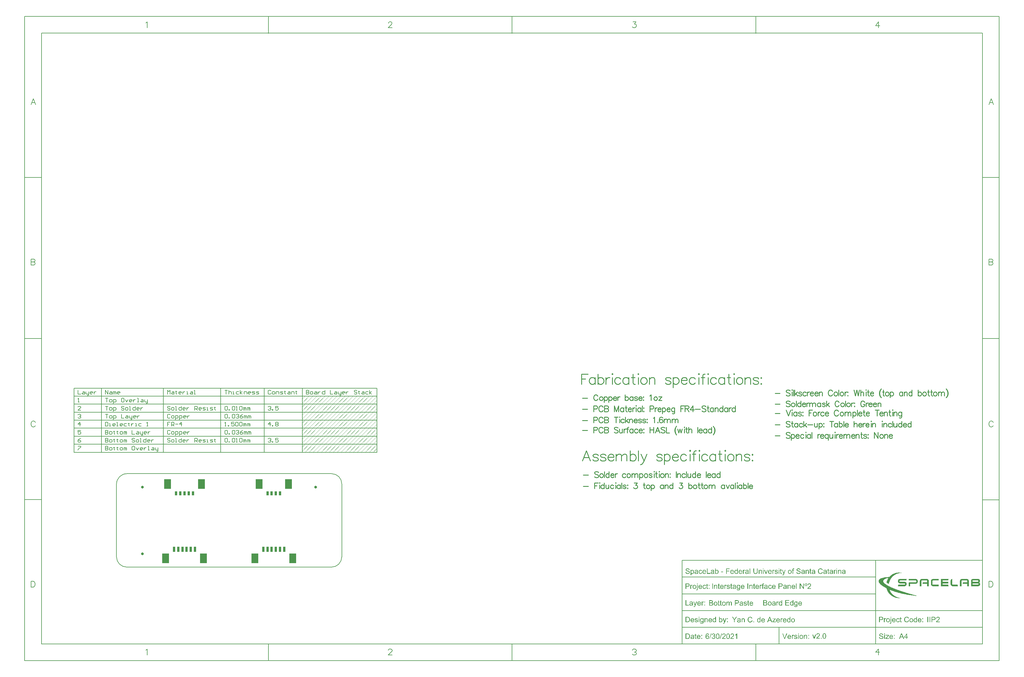
<source format=gbp>
G04*
G04 #@! TF.GenerationSoftware,Altium Limited,Altium Designer,18.1.7 (191)*
G04*
G04 Layer_Color=128*
%FSLAX25Y25*%
%MOIN*%
G70*
G01*
G75*
%ADD10C,0.00787*%
%ADD11C,0.01000*%
%ADD14C,0.00100*%
%ADD15C,0.00700*%
%ADD16C,0.03200*%
%ADD27R,0.08268X0.11811*%
%ADD28R,0.03150X0.06299*%
%ADD29R,0.03150X0.05118*%
G36*
X799006Y-1464D02*
X799111Y-1474D01*
X799236Y-1493D01*
X799371Y-1512D01*
X799515Y-1541D01*
X799400Y-2214D01*
X799390D01*
X799361Y-2204D01*
X799313Y-2194D01*
X799255Y-2185D01*
X799179D01*
X799102Y-2175D01*
X798938Y-2166D01*
X798881D01*
X798823Y-2175D01*
X798746Y-2185D01*
X798669Y-2204D01*
X798583Y-2233D01*
X798506Y-2271D01*
X798439Y-2319D01*
X798429Y-2329D01*
X798419Y-2348D01*
X798390Y-2387D01*
X798371Y-2444D01*
X798343Y-2521D01*
X798314Y-2627D01*
X798304Y-2742D01*
X798294Y-2886D01*
Y-3300D01*
X799188D01*
Y-3905D01*
X798304D01*
Y-7874D01*
X797526D01*
Y-3905D01*
X796843D01*
Y-3300D01*
X797526D01*
Y-2819D01*
Y-2810D01*
Y-2800D01*
Y-2742D01*
X797535Y-2665D01*
Y-2560D01*
X797545Y-2454D01*
X797564Y-2339D01*
X797583Y-2233D01*
X797612Y-2137D01*
X797622Y-2127D01*
X797631Y-2089D01*
X797660Y-2031D01*
X797699Y-1964D01*
X797756Y-1877D01*
X797823Y-1801D01*
X797900Y-1724D01*
X797997Y-1647D01*
X798006Y-1637D01*
X798054Y-1618D01*
X798112Y-1589D01*
X798208Y-1551D01*
X798314Y-1512D01*
X798458Y-1483D01*
X798612Y-1464D01*
X798794Y-1455D01*
X798919D01*
X799006Y-1464D01*
D02*
G37*
G36*
X850064Y-2444D02*
X849285D01*
Y-1560D01*
X850064D01*
Y-2444D01*
D02*
G37*
G36*
X781957D02*
X781179D01*
Y-1560D01*
X781957D01*
Y-2444D01*
D02*
G37*
G36*
X763343D02*
X762565D01*
Y-1560D01*
X763343D01*
Y-2444D01*
D02*
G37*
G36*
X804704Y-1464D02*
X804772D01*
X804935Y-1483D01*
X805127Y-1512D01*
X805339Y-1551D01*
X805550Y-1608D01*
X805752Y-1685D01*
X805761D01*
X805771Y-1695D01*
X805800Y-1704D01*
X805838Y-1724D01*
X805934Y-1781D01*
X806059Y-1849D01*
X806194Y-1945D01*
X806328Y-2060D01*
X806463Y-2194D01*
X806578Y-2348D01*
X806588Y-2368D01*
X806626Y-2425D01*
X806674Y-2521D01*
X806722Y-2637D01*
X806780Y-2781D01*
X806838Y-2954D01*
X806876Y-3136D01*
X806895Y-3338D01*
X806098Y-3396D01*
Y-3386D01*
Y-3367D01*
X806088Y-3338D01*
X806079Y-3300D01*
X806059Y-3194D01*
X806021Y-3059D01*
X805963Y-2915D01*
X805886Y-2771D01*
X805781Y-2627D01*
X805656Y-2502D01*
X805637Y-2492D01*
X805588Y-2454D01*
X805502Y-2406D01*
X805387Y-2348D01*
X805233Y-2291D01*
X805041Y-2243D01*
X804820Y-2204D01*
X804560Y-2194D01*
X804435D01*
X804378Y-2204D01*
X804301D01*
X804137Y-2233D01*
X803955Y-2262D01*
X803772Y-2310D01*
X803599Y-2377D01*
X803522Y-2425D01*
X803455Y-2473D01*
X803445Y-2483D01*
X803407Y-2521D01*
X803349Y-2579D01*
X803292Y-2665D01*
X803224Y-2761D01*
X803176Y-2877D01*
X803138Y-3002D01*
X803119Y-3146D01*
Y-3165D01*
Y-3204D01*
X803128Y-3271D01*
X803148Y-3348D01*
X803176Y-3434D01*
X803224Y-3530D01*
X803282Y-3617D01*
X803359Y-3703D01*
X803368Y-3713D01*
X803417Y-3742D01*
X803445Y-3761D01*
X803484Y-3790D01*
X803541Y-3809D01*
X803609Y-3838D01*
X803686Y-3876D01*
X803772Y-3915D01*
X803868Y-3943D01*
X803984Y-3982D01*
X804118Y-4030D01*
X804262Y-4069D01*
X804426Y-4107D01*
X804608Y-4155D01*
X804618D01*
X804656Y-4165D01*
X804704Y-4174D01*
X804772Y-4193D01*
X804858Y-4213D01*
X804954Y-4241D01*
X805166Y-4290D01*
X805396Y-4357D01*
X805627Y-4424D01*
X805742Y-4453D01*
X805838Y-4491D01*
X805934Y-4530D01*
X806011Y-4559D01*
X806021D01*
X806040Y-4568D01*
X806059Y-4587D01*
X806098Y-4607D01*
X806194Y-4664D01*
X806319Y-4732D01*
X806453Y-4828D01*
X806588Y-4943D01*
X806713Y-5068D01*
X806818Y-5202D01*
X806828Y-5222D01*
X806857Y-5270D01*
X806905Y-5347D01*
X806953Y-5462D01*
X807001Y-5587D01*
X807049Y-5741D01*
X807078Y-5914D01*
X807088Y-6096D01*
Y-6106D01*
Y-6115D01*
Y-6144D01*
Y-6183D01*
X807068Y-6279D01*
X807049Y-6404D01*
X807020Y-6548D01*
X806963Y-6711D01*
X806895Y-6884D01*
X806799Y-7048D01*
X806790Y-7067D01*
X806742Y-7124D01*
X806684Y-7201D01*
X806588Y-7297D01*
X806472Y-7413D01*
X806328Y-7528D01*
X806155Y-7634D01*
X805963Y-7739D01*
X805954D01*
X805934Y-7749D01*
X805906Y-7759D01*
X805867Y-7778D01*
X805819Y-7797D01*
X805761Y-7816D01*
X805608Y-7855D01*
X805435Y-7903D01*
X805223Y-7941D01*
X805002Y-7970D01*
X804752Y-7980D01*
X804608D01*
X804541Y-7970D01*
X804454D01*
X804358Y-7960D01*
X804253Y-7951D01*
X804032Y-7922D01*
X803791Y-7874D01*
X803551Y-7816D01*
X803321Y-7739D01*
X803311D01*
X803292Y-7730D01*
X803263Y-7711D01*
X803224Y-7691D01*
X803119Y-7634D01*
X802994Y-7547D01*
X802840Y-7442D01*
X802696Y-7317D01*
X802542Y-7163D01*
X802407Y-6990D01*
Y-6980D01*
X802398Y-6971D01*
X802379Y-6942D01*
X802359Y-6903D01*
X802331Y-6855D01*
X802302Y-6798D01*
X802244Y-6654D01*
X802186Y-6490D01*
X802129Y-6288D01*
X802090Y-6077D01*
X802071Y-5846D01*
X802859Y-5779D01*
Y-5789D01*
Y-5798D01*
X802869Y-5856D01*
X802888Y-5942D01*
X802907Y-6058D01*
X802946Y-6183D01*
X802984Y-6317D01*
X803042Y-6442D01*
X803109Y-6567D01*
X803119Y-6577D01*
X803148Y-6615D01*
X803195Y-6673D01*
X803272Y-6740D01*
X803359Y-6817D01*
X803465Y-6903D01*
X803599Y-6980D01*
X803743Y-7057D01*
X803753D01*
X803763Y-7067D01*
X803820Y-7086D01*
X803907Y-7115D01*
X804032Y-7144D01*
X804166Y-7182D01*
X804339Y-7211D01*
X804522Y-7230D01*
X804714Y-7240D01*
X804791D01*
X804887Y-7230D01*
X804993Y-7220D01*
X805127Y-7211D01*
X805262Y-7182D01*
X805406Y-7153D01*
X805550Y-7105D01*
X805569Y-7096D01*
X805608Y-7076D01*
X805675Y-7048D01*
X805752Y-7000D01*
X805848Y-6942D01*
X805934Y-6875D01*
X806021Y-6798D01*
X806098Y-6711D01*
X806107Y-6702D01*
X806127Y-6663D01*
X806155Y-6615D01*
X806194Y-6548D01*
X806223Y-6471D01*
X806252Y-6375D01*
X806271Y-6279D01*
X806280Y-6173D01*
Y-6163D01*
Y-6125D01*
X806271Y-6067D01*
X806261Y-6000D01*
X806242Y-5914D01*
X806203Y-5827D01*
X806165Y-5741D01*
X806107Y-5654D01*
X806098Y-5644D01*
X806079Y-5616D01*
X806030Y-5577D01*
X805973Y-5520D01*
X805896Y-5462D01*
X805800Y-5404D01*
X805675Y-5337D01*
X805540Y-5279D01*
X805531Y-5270D01*
X805492Y-5260D01*
X805415Y-5241D01*
X805367Y-5222D01*
X805310Y-5202D01*
X805233Y-5183D01*
X805156Y-5164D01*
X805060Y-5135D01*
X804964Y-5106D01*
X804848Y-5077D01*
X804714Y-5049D01*
X804570Y-5010D01*
X804416Y-4972D01*
X804406D01*
X804378Y-4962D01*
X804329Y-4953D01*
X804272Y-4933D01*
X804205Y-4914D01*
X804128Y-4895D01*
X803945Y-4847D01*
X803743Y-4780D01*
X803541Y-4712D01*
X803359Y-4645D01*
X803272Y-4616D01*
X803205Y-4578D01*
X803195D01*
X803186Y-4568D01*
X803128Y-4530D01*
X803051Y-4482D01*
X802955Y-4414D01*
X802840Y-4328D01*
X802734Y-4232D01*
X802629Y-4117D01*
X802532Y-3992D01*
X802523Y-3972D01*
X802494Y-3924D01*
X802465Y-3857D01*
X802427Y-3761D01*
X802379Y-3646D01*
X802350Y-3511D01*
X802321Y-3357D01*
X802311Y-3204D01*
Y-3194D01*
Y-3184D01*
Y-3156D01*
Y-3117D01*
X802331Y-3031D01*
X802350Y-2915D01*
X802379Y-2771D01*
X802427Y-2627D01*
X802494Y-2464D01*
X802581Y-2310D01*
Y-2300D01*
X802590Y-2291D01*
X802629Y-2243D01*
X802696Y-2166D01*
X802782Y-2070D01*
X802888Y-1973D01*
X803022Y-1868D01*
X803186Y-1762D01*
X803368Y-1676D01*
X803378D01*
X803388Y-1666D01*
X803417Y-1656D01*
X803465Y-1637D01*
X803513Y-1627D01*
X803570Y-1608D01*
X803705Y-1560D01*
X803878Y-1522D01*
X804070Y-1493D01*
X804291Y-1464D01*
X804522Y-1455D01*
X804637D01*
X804704Y-1464D01*
D02*
G37*
G36*
X673893D02*
X673960D01*
X674124Y-1483D01*
X674316Y-1512D01*
X674527Y-1551D01*
X674739Y-1608D01*
X674940Y-1685D01*
X674950D01*
X674960Y-1695D01*
X674989Y-1704D01*
X675027Y-1724D01*
X675123Y-1781D01*
X675248Y-1849D01*
X675383Y-1945D01*
X675517Y-2060D01*
X675652Y-2194D01*
X675767Y-2348D01*
X675776Y-2368D01*
X675815Y-2425D01*
X675863Y-2521D01*
X675911Y-2637D01*
X675969Y-2781D01*
X676026Y-2954D01*
X676065Y-3136D01*
X676084Y-3338D01*
X675286Y-3396D01*
Y-3386D01*
Y-3367D01*
X675277Y-3338D01*
X675267Y-3300D01*
X675248Y-3194D01*
X675210Y-3059D01*
X675152Y-2915D01*
X675075Y-2771D01*
X674969Y-2627D01*
X674844Y-2502D01*
X674825Y-2492D01*
X674777Y-2454D01*
X674691Y-2406D01*
X674575Y-2348D01*
X674422Y-2291D01*
X674229Y-2243D01*
X674008Y-2204D01*
X673749Y-2194D01*
X673624D01*
X673566Y-2204D01*
X673489D01*
X673326Y-2233D01*
X673143Y-2262D01*
X672961Y-2310D01*
X672788Y-2377D01*
X672711Y-2425D01*
X672644Y-2473D01*
X672634Y-2483D01*
X672596Y-2521D01*
X672538Y-2579D01*
X672480Y-2665D01*
X672413Y-2761D01*
X672365Y-2877D01*
X672327Y-3002D01*
X672307Y-3146D01*
Y-3165D01*
Y-3204D01*
X672317Y-3271D01*
X672336Y-3348D01*
X672365Y-3434D01*
X672413Y-3530D01*
X672471Y-3617D01*
X672548Y-3703D01*
X672557Y-3713D01*
X672605Y-3742D01*
X672634Y-3761D01*
X672673Y-3790D01*
X672730Y-3809D01*
X672797Y-3838D01*
X672874Y-3876D01*
X672961Y-3915D01*
X673057Y-3943D01*
X673172Y-3982D01*
X673307Y-4030D01*
X673451Y-4069D01*
X673614Y-4107D01*
X673797Y-4155D01*
X673806D01*
X673845Y-4165D01*
X673893Y-4174D01*
X673960Y-4193D01*
X674047Y-4213D01*
X674143Y-4241D01*
X674354Y-4290D01*
X674585Y-4357D01*
X674816Y-4424D01*
X674931Y-4453D01*
X675027Y-4491D01*
X675123Y-4530D01*
X675200Y-4559D01*
X675210D01*
X675229Y-4568D01*
X675248Y-4587D01*
X675286Y-4607D01*
X675383Y-4664D01*
X675507Y-4732D01*
X675642Y-4828D01*
X675776Y-4943D01*
X675902Y-5068D01*
X676007Y-5202D01*
X676017Y-5222D01*
X676046Y-5270D01*
X676094Y-5347D01*
X676142Y-5462D01*
X676190Y-5587D01*
X676238Y-5741D01*
X676267Y-5914D01*
X676276Y-6096D01*
Y-6106D01*
Y-6115D01*
Y-6144D01*
Y-6183D01*
X676257Y-6279D01*
X676238Y-6404D01*
X676209Y-6548D01*
X676151Y-6711D01*
X676084Y-6884D01*
X675988Y-7048D01*
X675978Y-7067D01*
X675930Y-7124D01*
X675873Y-7201D01*
X675776Y-7297D01*
X675661Y-7413D01*
X675517Y-7528D01*
X675344Y-7634D01*
X675152Y-7739D01*
X675142D01*
X675123Y-7749D01*
X675094Y-7759D01*
X675056Y-7778D01*
X675008Y-7797D01*
X674950Y-7816D01*
X674796Y-7855D01*
X674623Y-7903D01*
X674412Y-7941D01*
X674191Y-7970D01*
X673941Y-7980D01*
X673797D01*
X673730Y-7970D01*
X673643D01*
X673547Y-7960D01*
X673441Y-7951D01*
X673220Y-7922D01*
X672980Y-7874D01*
X672740Y-7816D01*
X672509Y-7739D01*
X672500D01*
X672480Y-7730D01*
X672451Y-7711D01*
X672413Y-7691D01*
X672307Y-7634D01*
X672182Y-7547D01*
X672029Y-7442D01*
X671884Y-7317D01*
X671731Y-7163D01*
X671596Y-6990D01*
Y-6980D01*
X671587Y-6971D01*
X671567Y-6942D01*
X671548Y-6903D01*
X671519Y-6855D01*
X671490Y-6798D01*
X671433Y-6654D01*
X671375Y-6490D01*
X671317Y-6288D01*
X671279Y-6077D01*
X671260Y-5846D01*
X672048Y-5779D01*
Y-5789D01*
Y-5798D01*
X672057Y-5856D01*
X672077Y-5942D01*
X672096Y-6058D01*
X672134Y-6183D01*
X672173Y-6317D01*
X672230Y-6442D01*
X672298Y-6567D01*
X672307Y-6577D01*
X672336Y-6615D01*
X672384Y-6673D01*
X672461Y-6740D01*
X672548Y-6817D01*
X672653Y-6903D01*
X672788Y-6980D01*
X672932Y-7057D01*
X672942D01*
X672951Y-7067D01*
X673009Y-7086D01*
X673095Y-7115D01*
X673220Y-7144D01*
X673355Y-7182D01*
X673528Y-7211D01*
X673710Y-7230D01*
X673903Y-7240D01*
X673980D01*
X674076Y-7230D01*
X674181Y-7220D01*
X674316Y-7211D01*
X674450Y-7182D01*
X674594Y-7153D01*
X674739Y-7105D01*
X674758Y-7096D01*
X674796Y-7076D01*
X674864Y-7048D01*
X674940Y-7000D01*
X675037Y-6942D01*
X675123Y-6875D01*
X675210Y-6798D01*
X675286Y-6711D01*
X675296Y-6702D01*
X675315Y-6663D01*
X675344Y-6615D01*
X675383Y-6548D01*
X675411Y-6471D01*
X675440Y-6375D01*
X675459Y-6279D01*
X675469Y-6173D01*
Y-6163D01*
Y-6125D01*
X675459Y-6067D01*
X675450Y-6000D01*
X675431Y-5914D01*
X675392Y-5827D01*
X675354Y-5741D01*
X675296Y-5654D01*
X675286Y-5644D01*
X675267Y-5616D01*
X675219Y-5577D01*
X675162Y-5520D01*
X675085Y-5462D01*
X674989Y-5404D01*
X674864Y-5337D01*
X674729Y-5279D01*
X674719Y-5270D01*
X674681Y-5260D01*
X674604Y-5241D01*
X674556Y-5222D01*
X674498Y-5202D01*
X674422Y-5183D01*
X674345Y-5164D01*
X674249Y-5135D01*
X674153Y-5106D01*
X674037Y-5077D01*
X673903Y-5049D01*
X673758Y-5010D01*
X673605Y-4972D01*
X673595D01*
X673566Y-4962D01*
X673518Y-4953D01*
X673460Y-4933D01*
X673393Y-4914D01*
X673316Y-4895D01*
X673134Y-4847D01*
X672932Y-4780D01*
X672730Y-4712D01*
X672548Y-4645D01*
X672461Y-4616D01*
X672394Y-4578D01*
X672384D01*
X672375Y-4568D01*
X672317Y-4530D01*
X672240Y-4482D01*
X672144Y-4414D01*
X672029Y-4328D01*
X671923Y-4232D01*
X671817Y-4117D01*
X671721Y-3992D01*
X671711Y-3972D01*
X671683Y-3924D01*
X671654Y-3857D01*
X671615Y-3761D01*
X671567Y-3646D01*
X671538Y-3511D01*
X671510Y-3357D01*
X671500Y-3204D01*
Y-3194D01*
Y-3184D01*
Y-3156D01*
Y-3117D01*
X671519Y-3031D01*
X671538Y-2915D01*
X671567Y-2771D01*
X671615Y-2627D01*
X671683Y-2464D01*
X671769Y-2310D01*
Y-2300D01*
X671779Y-2291D01*
X671817Y-2243D01*
X671884Y-2166D01*
X671971Y-2070D01*
X672077Y-1973D01*
X672211Y-1868D01*
X672375Y-1762D01*
X672557Y-1676D01*
X672567D01*
X672576Y-1666D01*
X672605Y-1656D01*
X672653Y-1637D01*
X672701Y-1627D01*
X672759Y-1608D01*
X672893Y-1560D01*
X673067Y-1522D01*
X673259Y-1493D01*
X673480Y-1464D01*
X673710Y-1455D01*
X673826D01*
X673893Y-1464D01*
D02*
G37*
G36*
X830728D02*
X830805Y-1474D01*
X830901Y-1483D01*
X831007Y-1493D01*
X831122Y-1512D01*
X831372Y-1570D01*
X831641Y-1656D01*
X831776Y-1714D01*
X831910Y-1781D01*
X832035Y-1858D01*
X832160Y-1945D01*
X832170Y-1954D01*
X832189Y-1964D01*
X832218Y-1993D01*
X832266Y-2031D01*
X832314Y-2079D01*
X832381Y-2146D01*
X832448Y-2214D01*
X832516Y-2291D01*
X832592Y-2387D01*
X832660Y-2483D01*
X832737Y-2598D01*
X832814Y-2723D01*
X832881Y-2848D01*
X832948Y-2992D01*
X833063Y-3300D01*
X832237Y-3492D01*
Y-3482D01*
X832227Y-3463D01*
X832218Y-3425D01*
X832199Y-3376D01*
X832170Y-3319D01*
X832141Y-3252D01*
X832074Y-3108D01*
X831987Y-2944D01*
X831872Y-2771D01*
X831747Y-2617D01*
X831593Y-2483D01*
X831574Y-2473D01*
X831516Y-2435D01*
X831430Y-2387D01*
X831305Y-2319D01*
X831161Y-2262D01*
X830978Y-2214D01*
X830776Y-2175D01*
X830546Y-2166D01*
X830478D01*
X830430Y-2175D01*
X830363D01*
X830296Y-2185D01*
X830123Y-2214D01*
X829931Y-2252D01*
X829729Y-2319D01*
X829527Y-2406D01*
X829335Y-2521D01*
X829325D01*
X829315Y-2541D01*
X829258Y-2589D01*
X829171Y-2665D01*
X829066Y-2771D01*
X828960Y-2906D01*
X828845Y-3059D01*
X828739Y-3252D01*
X828652Y-3463D01*
Y-3473D01*
X828643Y-3492D01*
X828633Y-3521D01*
X828624Y-3569D01*
X828604Y-3617D01*
X828595Y-3684D01*
X828556Y-3838D01*
X828518Y-4020D01*
X828489Y-4222D01*
X828470Y-4443D01*
X828460Y-4674D01*
Y-4684D01*
Y-4712D01*
Y-4751D01*
Y-4808D01*
X828470Y-4876D01*
Y-4962D01*
X828479Y-5049D01*
X828489Y-5145D01*
X828518Y-5366D01*
X828556Y-5606D01*
X828614Y-5846D01*
X828691Y-6077D01*
Y-6087D01*
X828701Y-6106D01*
X828720Y-6135D01*
X828739Y-6173D01*
X828787Y-6288D01*
X828864Y-6413D01*
X828969Y-6567D01*
X829095Y-6711D01*
X829239Y-6855D01*
X829412Y-6980D01*
X829421D01*
X829431Y-6990D01*
X829460Y-7009D01*
X829498Y-7028D01*
X829604Y-7067D01*
X829738Y-7124D01*
X829892Y-7173D01*
X830075Y-7220D01*
X830276Y-7259D01*
X830488Y-7269D01*
X830555D01*
X830603Y-7259D01*
X830661D01*
X830738Y-7249D01*
X830901Y-7220D01*
X831084Y-7173D01*
X831286Y-7096D01*
X831478Y-7000D01*
X831670Y-6865D01*
X831680Y-6855D01*
X831689Y-6846D01*
X831747Y-6788D01*
X831833Y-6692D01*
X831939Y-6567D01*
X832045Y-6394D01*
X832160Y-6192D01*
X832256Y-5942D01*
X832333Y-5664D01*
X833169Y-5875D01*
Y-5885D01*
X833160Y-5923D01*
X833140Y-5971D01*
X833121Y-6048D01*
X833083Y-6125D01*
X833044Y-6231D01*
X833006Y-6336D01*
X832948Y-6452D01*
X832823Y-6711D01*
X832650Y-6971D01*
X832458Y-7220D01*
X832343Y-7336D01*
X832218Y-7442D01*
X832208Y-7451D01*
X832189Y-7461D01*
X832150Y-7490D01*
X832093Y-7528D01*
X832026Y-7566D01*
X831949Y-7615D01*
X831862Y-7663D01*
X831756Y-7711D01*
X831641Y-7759D01*
X831516Y-7807D01*
X831372Y-7855D01*
X831228Y-7893D01*
X830911Y-7960D01*
X830738Y-7970D01*
X830555Y-7980D01*
X830459D01*
X830382Y-7970D01*
X830296D01*
X830200Y-7960D01*
X830084Y-7941D01*
X829969Y-7932D01*
X829700Y-7874D01*
X829421Y-7807D01*
X829152Y-7701D01*
X829018Y-7643D01*
X828893Y-7566D01*
X828883Y-7557D01*
X828864Y-7547D01*
X828835Y-7518D01*
X828787Y-7490D01*
X828672Y-7394D01*
X828537Y-7259D01*
X828374Y-7096D01*
X828220Y-6884D01*
X828057Y-6644D01*
X827922Y-6365D01*
Y-6356D01*
X827912Y-6327D01*
X827893Y-6288D01*
X827874Y-6231D01*
X827845Y-6154D01*
X827816Y-6067D01*
X827787Y-5971D01*
X827759Y-5856D01*
X827730Y-5741D01*
X827701Y-5606D01*
X827643Y-5318D01*
X827605Y-5010D01*
X827595Y-4674D01*
Y-4664D01*
Y-4626D01*
Y-4578D01*
X827605Y-4510D01*
Y-4424D01*
X827614Y-4318D01*
X827624Y-4213D01*
X827643Y-4088D01*
X827691Y-3819D01*
X827749Y-3530D01*
X827845Y-3232D01*
X827970Y-2954D01*
Y-2944D01*
X827989Y-2925D01*
X828008Y-2886D01*
X828037Y-2829D01*
X828076Y-2771D01*
X828124Y-2704D01*
X828249Y-2541D01*
X828393Y-2358D01*
X828576Y-2175D01*
X828797Y-1993D01*
X829037Y-1839D01*
X829046D01*
X829066Y-1820D01*
X829104Y-1801D01*
X829162Y-1781D01*
X829219Y-1752D01*
X829296Y-1714D01*
X829392Y-1685D01*
X829488Y-1647D01*
X829594Y-1608D01*
X829710Y-1579D01*
X829969Y-1512D01*
X830257Y-1474D01*
X830565Y-1455D01*
X830661D01*
X830728Y-1464D01*
D02*
G37*
G36*
X732927Y-7874D02*
X732206D01*
Y-7307D01*
X732197Y-7317D01*
X732187Y-7336D01*
X732158Y-7365D01*
X732120Y-7413D01*
X732082Y-7461D01*
X732024Y-7518D01*
X731957Y-7576D01*
X731880Y-7643D01*
X731793Y-7701D01*
X731697Y-7768D01*
X731591Y-7826D01*
X731486Y-7874D01*
X731361Y-7922D01*
X731226Y-7951D01*
X731082Y-7970D01*
X730928Y-7980D01*
X730871D01*
X730832Y-7970D01*
X730726Y-7960D01*
X730602Y-7941D01*
X730438Y-7903D01*
X730275Y-7855D01*
X730092Y-7778D01*
X729919Y-7682D01*
X729910D01*
X729900Y-7672D01*
X729842Y-7624D01*
X729766Y-7557D01*
X729660Y-7461D01*
X729554Y-7345D01*
X729429Y-7201D01*
X729323Y-7038D01*
X729218Y-6846D01*
Y-6836D01*
X729208Y-6817D01*
X729199Y-6788D01*
X729179Y-6750D01*
X729160Y-6702D01*
X729141Y-6634D01*
X729093Y-6481D01*
X729045Y-6298D01*
X729006Y-6087D01*
X728977Y-5856D01*
X728968Y-5596D01*
Y-5587D01*
Y-5568D01*
Y-5529D01*
Y-5481D01*
X728977Y-5424D01*
Y-5347D01*
X728997Y-5183D01*
X729026Y-4991D01*
X729064Y-4789D01*
X729112Y-4568D01*
X729189Y-4357D01*
Y-4347D01*
X729199Y-4328D01*
X729218Y-4299D01*
X729237Y-4261D01*
X729285Y-4165D01*
X729362Y-4040D01*
X729458Y-3895D01*
X729573Y-3751D01*
X729708Y-3617D01*
X729871Y-3492D01*
X729881D01*
X729890Y-3482D01*
X729948Y-3444D01*
X730044Y-3396D01*
X730169Y-3338D01*
X730323Y-3290D01*
X730496Y-3242D01*
X730688Y-3204D01*
X730890Y-3194D01*
X730957D01*
X731034Y-3204D01*
X731140Y-3213D01*
X731246Y-3242D01*
X731370Y-3271D01*
X731495Y-3319D01*
X731620Y-3376D01*
X731639Y-3386D01*
X731678Y-3405D01*
X731736Y-3444D01*
X731812Y-3501D01*
X731889Y-3559D01*
X731985Y-3636D01*
X732072Y-3732D01*
X732149Y-3828D01*
Y-1560D01*
X732927D01*
Y-7874D01*
D02*
G37*
G36*
X679553Y-3213D02*
X679688Y-3232D01*
X679851Y-3271D01*
X680024Y-3319D01*
X680197Y-3396D01*
X680370Y-3501D01*
X680380D01*
X680389Y-3511D01*
X680447Y-3559D01*
X680524Y-3626D01*
X680630Y-3723D01*
X680735Y-3838D01*
X680851Y-3992D01*
X680956Y-4155D01*
X681052Y-4357D01*
Y-4366D01*
X681062Y-4386D01*
X681072Y-4414D01*
X681091Y-4453D01*
X681110Y-4501D01*
X681129Y-4568D01*
X681168Y-4712D01*
X681206Y-4895D01*
X681245Y-5097D01*
X681274Y-5318D01*
X681283Y-5558D01*
Y-5568D01*
Y-5587D01*
Y-5625D01*
Y-5673D01*
X681274Y-5741D01*
Y-5808D01*
X681254Y-5981D01*
X681216Y-6173D01*
X681177Y-6385D01*
X681110Y-6605D01*
X681024Y-6826D01*
Y-6836D01*
X681014Y-6855D01*
X680995Y-6884D01*
X680976Y-6923D01*
X680918Y-7019D01*
X680841Y-7144D01*
X680735Y-7278D01*
X680610Y-7422D01*
X680466Y-7557D01*
X680293Y-7682D01*
X680284D01*
X680274Y-7691D01*
X680245Y-7711D01*
X680207Y-7730D01*
X680111Y-7778D01*
X679986Y-7826D01*
X679832Y-7884D01*
X679669Y-7932D01*
X679476Y-7970D01*
X679284Y-7980D01*
X679217D01*
X679150Y-7970D01*
X679053Y-7960D01*
X678948Y-7941D01*
X678832Y-7913D01*
X678708Y-7874D01*
X678592Y-7826D01*
X678583Y-7816D01*
X678544Y-7797D01*
X678487Y-7759D01*
X678419Y-7711D01*
X678333Y-7653D01*
X678256Y-7586D01*
X678169Y-7499D01*
X678093Y-7413D01*
Y-9623D01*
X677314D01*
Y-3300D01*
X678025D01*
Y-3895D01*
X678035Y-3876D01*
X678064Y-3838D01*
X678121Y-3780D01*
X678189Y-3703D01*
X678265Y-3617D01*
X678362Y-3530D01*
X678467Y-3444D01*
X678583Y-3376D01*
X678602Y-3367D01*
X678640Y-3348D01*
X678708Y-3319D01*
X678794Y-3280D01*
X678909Y-3252D01*
X679034Y-3223D01*
X679178Y-3204D01*
X679342Y-3194D01*
X679438D01*
X679553Y-3213D01*
D02*
G37*
G36*
X853542Y-3204D02*
X853638Y-3213D01*
X853754Y-3232D01*
X853888Y-3261D01*
X854013Y-3300D01*
X854148Y-3348D01*
X854167Y-3357D01*
X854205Y-3376D01*
X854263Y-3405D01*
X854340Y-3453D01*
X854426Y-3511D01*
X854513Y-3578D01*
X854599Y-3655D01*
X854667Y-3742D01*
X854676Y-3751D01*
X854696Y-3780D01*
X854724Y-3838D01*
X854763Y-3905D01*
X854801Y-3982D01*
X854840Y-4078D01*
X854878Y-4193D01*
X854907Y-4309D01*
Y-4318D01*
X854916Y-4347D01*
X854926Y-4405D01*
X854936Y-4482D01*
Y-4587D01*
X854945Y-4722D01*
X854955Y-4876D01*
Y-5068D01*
Y-7874D01*
X854177D01*
Y-5097D01*
Y-5087D01*
Y-5077D01*
Y-5020D01*
Y-4933D01*
X854167Y-4828D01*
X854157Y-4722D01*
X854138Y-4597D01*
X854109Y-4491D01*
X854080Y-4395D01*
Y-4386D01*
X854061Y-4357D01*
X854042Y-4309D01*
X854013Y-4261D01*
X853965Y-4193D01*
X853907Y-4136D01*
X853840Y-4069D01*
X853763Y-4011D01*
X853754Y-4001D01*
X853725Y-3992D01*
X853677Y-3963D01*
X853610Y-3934D01*
X853533Y-3915D01*
X853437Y-3886D01*
X853341Y-3876D01*
X853225Y-3867D01*
X853139D01*
X853052Y-3886D01*
X852927Y-3905D01*
X852793Y-3943D01*
X852658Y-4001D01*
X852504Y-4078D01*
X852370Y-4184D01*
X852351Y-4203D01*
X852312Y-4251D01*
X852255Y-4328D01*
X852226Y-4386D01*
X852197Y-4453D01*
X852159Y-4530D01*
X852130Y-4616D01*
X852101Y-4712D01*
X852072Y-4818D01*
X852043Y-4943D01*
X852034Y-5077D01*
X852014Y-5222D01*
Y-5375D01*
Y-7874D01*
X851236D01*
Y-3300D01*
X851937D01*
Y-3953D01*
X851947Y-3943D01*
X851957Y-3924D01*
X851985Y-3886D01*
X852034Y-3838D01*
X852082Y-3780D01*
X852149Y-3713D01*
X852216Y-3646D01*
X852303Y-3569D01*
X852408Y-3501D01*
X852514Y-3434D01*
X852629Y-3367D01*
X852764Y-3309D01*
X852899Y-3261D01*
X853052Y-3223D01*
X853216Y-3204D01*
X853389Y-3194D01*
X853456D01*
X853542Y-3204D01*
D02*
G37*
G36*
X815333D02*
X815429Y-3213D01*
X815544Y-3232D01*
X815679Y-3261D01*
X815804Y-3300D01*
X815938Y-3348D01*
X815958Y-3357D01*
X815996Y-3376D01*
X816054Y-3405D01*
X816131Y-3453D01*
X816217Y-3511D01*
X816304Y-3578D01*
X816390Y-3655D01*
X816457Y-3742D01*
X816467Y-3751D01*
X816486Y-3780D01*
X816515Y-3838D01*
X816553Y-3905D01*
X816592Y-3982D01*
X816630Y-4078D01*
X816669Y-4193D01*
X816698Y-4309D01*
Y-4318D01*
X816707Y-4347D01*
X816717Y-4405D01*
X816726Y-4482D01*
Y-4587D01*
X816736Y-4722D01*
X816746Y-4876D01*
Y-5068D01*
Y-7874D01*
X815967D01*
Y-5097D01*
Y-5087D01*
Y-5077D01*
Y-5020D01*
Y-4933D01*
X815958Y-4828D01*
X815948Y-4722D01*
X815929Y-4597D01*
X815900Y-4491D01*
X815871Y-4395D01*
Y-4386D01*
X815852Y-4357D01*
X815833Y-4309D01*
X815804Y-4261D01*
X815756Y-4193D01*
X815698Y-4136D01*
X815631Y-4069D01*
X815554Y-4011D01*
X815544Y-4001D01*
X815516Y-3992D01*
X815467Y-3963D01*
X815400Y-3934D01*
X815323Y-3915D01*
X815227Y-3886D01*
X815131Y-3876D01*
X815016Y-3867D01*
X814929D01*
X814843Y-3886D01*
X814718Y-3905D01*
X814583Y-3943D01*
X814449Y-4001D01*
X814295Y-4078D01*
X814161Y-4184D01*
X814141Y-4203D01*
X814103Y-4251D01*
X814045Y-4328D01*
X814016Y-4386D01*
X813988Y-4453D01*
X813949Y-4530D01*
X813920Y-4616D01*
X813892Y-4712D01*
X813863Y-4818D01*
X813834Y-4943D01*
X813824Y-5077D01*
X813805Y-5222D01*
Y-5375D01*
Y-7874D01*
X813027D01*
Y-3300D01*
X813728D01*
Y-3953D01*
X813738Y-3943D01*
X813747Y-3924D01*
X813776Y-3886D01*
X813824Y-3838D01*
X813872Y-3780D01*
X813939Y-3713D01*
X814007Y-3646D01*
X814093Y-3569D01*
X814199Y-3501D01*
X814305Y-3434D01*
X814420Y-3367D01*
X814555Y-3309D01*
X814689Y-3261D01*
X814843Y-3223D01*
X815006Y-3204D01*
X815179Y-3194D01*
X815246D01*
X815333Y-3204D01*
D02*
G37*
G36*
X759960D02*
X760056Y-3213D01*
X760172Y-3232D01*
X760306Y-3261D01*
X760431Y-3300D01*
X760566Y-3348D01*
X760585Y-3357D01*
X760623Y-3376D01*
X760681Y-3405D01*
X760758Y-3453D01*
X760844Y-3511D01*
X760931Y-3578D01*
X761017Y-3655D01*
X761085Y-3742D01*
X761094Y-3751D01*
X761113Y-3780D01*
X761142Y-3838D01*
X761181Y-3905D01*
X761219Y-3982D01*
X761258Y-4078D01*
X761296Y-4193D01*
X761325Y-4309D01*
Y-4318D01*
X761334Y-4347D01*
X761344Y-4405D01*
X761354Y-4482D01*
Y-4587D01*
X761363Y-4722D01*
X761373Y-4876D01*
Y-5068D01*
Y-7874D01*
X760594D01*
Y-5097D01*
Y-5087D01*
Y-5077D01*
Y-5020D01*
Y-4933D01*
X760585Y-4828D01*
X760575Y-4722D01*
X760556Y-4597D01*
X760527Y-4491D01*
X760498Y-4395D01*
Y-4386D01*
X760479Y-4357D01*
X760460Y-4309D01*
X760431Y-4261D01*
X760383Y-4193D01*
X760325Y-4136D01*
X760258Y-4069D01*
X760181Y-4011D01*
X760172Y-4001D01*
X760143Y-3992D01*
X760095Y-3963D01*
X760027Y-3934D01*
X759950Y-3915D01*
X759854Y-3886D01*
X759758Y-3876D01*
X759643Y-3867D01*
X759556D01*
X759470Y-3886D01*
X759345Y-3905D01*
X759211Y-3943D01*
X759076Y-4001D01*
X758922Y-4078D01*
X758788Y-4184D01*
X758769Y-4203D01*
X758730Y-4251D01*
X758672Y-4328D01*
X758644Y-4386D01*
X758615Y-4453D01*
X758576Y-4530D01*
X758547Y-4616D01*
X758519Y-4712D01*
X758490Y-4818D01*
X758461Y-4943D01*
X758451Y-5077D01*
X758432Y-5222D01*
Y-5375D01*
Y-7874D01*
X757654D01*
Y-3300D01*
X758355D01*
Y-3953D01*
X758365Y-3943D01*
X758375Y-3924D01*
X758403Y-3886D01*
X758451Y-3838D01*
X758499Y-3780D01*
X758567Y-3713D01*
X758634Y-3646D01*
X758720Y-3569D01*
X758826Y-3501D01*
X758932Y-3434D01*
X759047Y-3367D01*
X759182Y-3309D01*
X759316Y-3261D01*
X759470Y-3223D01*
X759633Y-3204D01*
X759806Y-3194D01*
X759874D01*
X759960Y-3204D01*
D02*
G37*
G36*
X848170D02*
X848276Y-3223D01*
X848391Y-3261D01*
X848526Y-3300D01*
X848670Y-3367D01*
X848824Y-3453D01*
X848545Y-4165D01*
X848536Y-4155D01*
X848497Y-4136D01*
X848439Y-4107D01*
X848372Y-4078D01*
X848286Y-4049D01*
X848190Y-4020D01*
X848084Y-4001D01*
X847978Y-3992D01*
X847940D01*
X847892Y-4001D01*
X847824Y-4011D01*
X847757Y-4030D01*
X847680Y-4059D01*
X847603Y-4097D01*
X847526Y-4145D01*
X847517Y-4155D01*
X847498Y-4174D01*
X847459Y-4213D01*
X847421Y-4261D01*
X847373Y-4318D01*
X847325Y-4395D01*
X847286Y-4482D01*
X847248Y-4578D01*
X847238Y-4597D01*
X847229Y-4645D01*
X847209Y-4732D01*
X847190Y-4847D01*
X847161Y-4981D01*
X847142Y-5135D01*
X847132Y-5299D01*
X847123Y-5481D01*
Y-7874D01*
X846344D01*
Y-3300D01*
X847046D01*
Y-3982D01*
X847056Y-3972D01*
X847094Y-3915D01*
X847142Y-3828D01*
X847200Y-3732D01*
X847277Y-3626D01*
X847363Y-3521D01*
X847440Y-3425D01*
X847526Y-3357D01*
X847536Y-3348D01*
X847565Y-3328D01*
X847613Y-3309D01*
X847680Y-3271D01*
X847748Y-3242D01*
X847834Y-3223D01*
X847930Y-3204D01*
X848026Y-3194D01*
X848093D01*
X848170Y-3204D01*
D02*
G37*
G36*
X775653D02*
X775759Y-3223D01*
X775874Y-3261D01*
X776009Y-3300D01*
X776153Y-3367D01*
X776307Y-3453D01*
X776028Y-4165D01*
X776018Y-4155D01*
X775980Y-4136D01*
X775922Y-4107D01*
X775855Y-4078D01*
X775769Y-4049D01*
X775672Y-4020D01*
X775567Y-4001D01*
X775461Y-3992D01*
X775423D01*
X775375Y-4001D01*
X775307Y-4011D01*
X775240Y-4030D01*
X775163Y-4059D01*
X775086Y-4097D01*
X775009Y-4145D01*
X775000Y-4155D01*
X774981Y-4174D01*
X774942Y-4213D01*
X774904Y-4261D01*
X774856Y-4318D01*
X774808Y-4395D01*
X774769Y-4482D01*
X774731Y-4578D01*
X774721Y-4597D01*
X774712Y-4645D01*
X774692Y-4732D01*
X774673Y-4847D01*
X774644Y-4981D01*
X774625Y-5135D01*
X774615Y-5299D01*
X774606Y-5481D01*
Y-7874D01*
X773827D01*
Y-3300D01*
X774529D01*
Y-3982D01*
X774539Y-3972D01*
X774577Y-3915D01*
X774625Y-3828D01*
X774683Y-3732D01*
X774759Y-3626D01*
X774846Y-3521D01*
X774923Y-3425D01*
X775009Y-3357D01*
X775019Y-3348D01*
X775048Y-3328D01*
X775096Y-3309D01*
X775163Y-3271D01*
X775230Y-3242D01*
X775317Y-3223D01*
X775413Y-3204D01*
X775509Y-3194D01*
X775576D01*
X775653Y-3204D01*
D02*
G37*
G36*
X740875D02*
X740980Y-3223D01*
X741096Y-3261D01*
X741230Y-3300D01*
X741374Y-3367D01*
X741528Y-3453D01*
X741250Y-4165D01*
X741240Y-4155D01*
X741201Y-4136D01*
X741144Y-4107D01*
X741077Y-4078D01*
X740990Y-4049D01*
X740894Y-4020D01*
X740788Y-4001D01*
X740683Y-3992D01*
X740644D01*
X740596Y-4001D01*
X740529Y-4011D01*
X740461Y-4030D01*
X740385Y-4059D01*
X740308Y-4097D01*
X740231Y-4145D01*
X740221Y-4155D01*
X740202Y-4174D01*
X740164Y-4213D01*
X740125Y-4261D01*
X740077Y-4318D01*
X740029Y-4395D01*
X739991Y-4482D01*
X739952Y-4578D01*
X739943Y-4597D01*
X739933Y-4645D01*
X739914Y-4732D01*
X739894Y-4847D01*
X739866Y-4981D01*
X739846Y-5135D01*
X739837Y-5299D01*
X739827Y-5481D01*
Y-7874D01*
X739049D01*
Y-3300D01*
X739750D01*
Y-3982D01*
X739760Y-3972D01*
X739798Y-3915D01*
X739846Y-3828D01*
X739904Y-3732D01*
X739981Y-3626D01*
X740067Y-3521D01*
X740144Y-3425D01*
X740231Y-3357D01*
X740240Y-3348D01*
X740269Y-3328D01*
X740317Y-3309D01*
X740385Y-3271D01*
X740452Y-3242D01*
X740538Y-3223D01*
X740634Y-3204D01*
X740730Y-3194D01*
X740798D01*
X740875Y-3204D01*
D02*
G37*
G36*
X778450D02*
X778575Y-3213D01*
X778728Y-3232D01*
X778882Y-3261D01*
X779046Y-3300D01*
X779199Y-3357D01*
X779209D01*
X779219Y-3367D01*
X779267Y-3386D01*
X779344Y-3425D01*
X779430Y-3463D01*
X779526Y-3530D01*
X779632Y-3598D01*
X779728Y-3684D01*
X779805Y-3780D01*
X779814Y-3790D01*
X779834Y-3828D01*
X779872Y-3886D01*
X779920Y-3963D01*
X779959Y-4059D01*
X780007Y-4184D01*
X780045Y-4318D01*
X780084Y-4472D01*
X779324Y-4578D01*
Y-4559D01*
X779315Y-4520D01*
X779295Y-4453D01*
X779267Y-4376D01*
X779228Y-4290D01*
X779171Y-4203D01*
X779103Y-4107D01*
X779017Y-4030D01*
X779007Y-4020D01*
X778969Y-4001D01*
X778911Y-3963D01*
X778834Y-3924D01*
X778738Y-3895D01*
X778613Y-3857D01*
X778479Y-3838D01*
X778315Y-3828D01*
X778229D01*
X778133Y-3838D01*
X778017Y-3847D01*
X777892Y-3876D01*
X777768Y-3905D01*
X777642Y-3953D01*
X777546Y-4011D01*
X777537Y-4020D01*
X777508Y-4040D01*
X777479Y-4078D01*
X777441Y-4126D01*
X777393Y-4184D01*
X777364Y-4261D01*
X777335Y-4338D01*
X777325Y-4424D01*
Y-4434D01*
Y-4453D01*
X777335Y-4482D01*
Y-4520D01*
X777364Y-4607D01*
X777412Y-4703D01*
X777422Y-4712D01*
X777431Y-4722D01*
X777489Y-4770D01*
X777527Y-4808D01*
X777575Y-4837D01*
X777642Y-4876D01*
X777710Y-4905D01*
X777719D01*
X777739Y-4914D01*
X777777Y-4924D01*
X777844Y-4943D01*
X777931Y-4972D01*
X778056Y-5010D01*
X778209Y-5049D01*
X778296Y-5077D01*
X778402Y-5106D01*
X778411D01*
X778440Y-5116D01*
X778479Y-5126D01*
X778536Y-5145D01*
X778604Y-5164D01*
X778680Y-5183D01*
X778853Y-5231D01*
X779046Y-5289D01*
X779238Y-5356D01*
X779411Y-5414D01*
X779488Y-5443D01*
X779555Y-5472D01*
X779574Y-5481D01*
X779613Y-5500D01*
X779670Y-5529D01*
X779738Y-5568D01*
X779824Y-5625D01*
X779911Y-5702D01*
X779987Y-5779D01*
X780064Y-5875D01*
X780074Y-5885D01*
X780093Y-5923D01*
X780122Y-5981D01*
X780160Y-6058D01*
X780199Y-6154D01*
X780228Y-6269D01*
X780247Y-6394D01*
X780257Y-6538D01*
Y-6558D01*
Y-6605D01*
X780247Y-6682D01*
X780228Y-6769D01*
X780199Y-6884D01*
X780160Y-7009D01*
X780103Y-7134D01*
X780026Y-7269D01*
X780016Y-7288D01*
X779987Y-7326D01*
X779930Y-7384D01*
X779853Y-7461D01*
X779766Y-7547D01*
X779651Y-7634D01*
X779517Y-7720D01*
X779363Y-7797D01*
X779344Y-7807D01*
X779286Y-7826D01*
X779199Y-7855D01*
X779084Y-7884D01*
X778940Y-7922D01*
X778777Y-7951D01*
X778594Y-7970D01*
X778402Y-7980D01*
X778315D01*
X778258Y-7970D01*
X778181D01*
X778094Y-7960D01*
X777892Y-7932D01*
X777671Y-7893D01*
X777450Y-7826D01*
X777229Y-7739D01*
X777133Y-7682D01*
X777037Y-7615D01*
X777028D01*
X777018Y-7595D01*
X776960Y-7547D01*
X776883Y-7461D01*
X776787Y-7336D01*
X776691Y-7182D01*
X776595Y-6990D01*
X776509Y-6769D01*
X776451Y-6509D01*
X777220Y-6385D01*
Y-6394D01*
Y-6404D01*
X777229Y-6461D01*
X777258Y-6548D01*
X777287Y-6654D01*
X777335Y-6769D01*
X777393Y-6884D01*
X777479Y-7000D01*
X777575Y-7105D01*
X777585Y-7115D01*
X777633Y-7144D01*
X777700Y-7182D01*
X777787Y-7220D01*
X777912Y-7269D01*
X778046Y-7307D01*
X778219Y-7336D01*
X778402Y-7345D01*
X778488D01*
X778584Y-7336D01*
X778700Y-7317D01*
X778834Y-7297D01*
X778969Y-7259D01*
X779094Y-7201D01*
X779199Y-7134D01*
X779209Y-7124D01*
X779238Y-7096D01*
X779286Y-7048D01*
X779334Y-6990D01*
X779372Y-6913D01*
X779420Y-6817D01*
X779449Y-6721D01*
X779459Y-6615D01*
Y-6605D01*
Y-6567D01*
X779449Y-6529D01*
X779430Y-6461D01*
X779401Y-6404D01*
X779363Y-6327D01*
X779305Y-6260D01*
X779228Y-6202D01*
X779219Y-6192D01*
X779190Y-6183D01*
X779142Y-6163D01*
X779065Y-6125D01*
X778959Y-6096D01*
X778825Y-6048D01*
X778738Y-6019D01*
X778652Y-6000D01*
X778546Y-5971D01*
X778431Y-5942D01*
X778421D01*
X778392Y-5933D01*
X778354Y-5923D01*
X778296Y-5904D01*
X778219Y-5885D01*
X778142Y-5866D01*
X777960Y-5808D01*
X777768Y-5750D01*
X777566Y-5692D01*
X777383Y-5625D01*
X777306Y-5596D01*
X777239Y-5568D01*
X777229Y-5558D01*
X777181Y-5539D01*
X777124Y-5500D01*
X777056Y-5452D01*
X776970Y-5395D01*
X776893Y-5318D01*
X776806Y-5231D01*
X776739Y-5135D01*
X776730Y-5126D01*
X776710Y-5087D01*
X776691Y-5029D01*
X776662Y-4953D01*
X776624Y-4866D01*
X776605Y-4760D01*
X776585Y-4645D01*
X776576Y-4520D01*
Y-4510D01*
Y-4472D01*
X776585Y-4405D01*
X776595Y-4338D01*
X776605Y-4251D01*
X776634Y-4155D01*
X776662Y-4049D01*
X776710Y-3953D01*
X776720Y-3943D01*
X776739Y-3905D01*
X776768Y-3857D01*
X776816Y-3799D01*
X776864Y-3732D01*
X776931Y-3665D01*
X777008Y-3588D01*
X777095Y-3521D01*
X777104Y-3511D01*
X777133Y-3501D01*
X777172Y-3473D01*
X777229Y-3444D01*
X777297Y-3405D01*
X777383Y-3367D01*
X777479Y-3328D01*
X777585Y-3290D01*
X777604D01*
X777642Y-3271D01*
X777700Y-3261D01*
X777787Y-3242D01*
X777892Y-3223D01*
X777998Y-3213D01*
X778123Y-3194D01*
X778344D01*
X778450Y-3204D01*
D02*
G37*
G36*
X689086D02*
X689154D01*
X689221Y-3213D01*
X689394Y-3242D01*
X689586Y-3290D01*
X689797Y-3357D01*
X689999Y-3453D01*
X690182Y-3578D01*
X690192D01*
X690201Y-3598D01*
X690259Y-3646D01*
X690336Y-3732D01*
X690432Y-3847D01*
X690538Y-4001D01*
X690634Y-4184D01*
X690720Y-4405D01*
X690787Y-4645D01*
X690038Y-4760D01*
Y-4751D01*
X690028Y-4741D01*
X690019Y-4684D01*
X689990Y-4607D01*
X689951Y-4501D01*
X689894Y-4386D01*
X689826Y-4270D01*
X689749Y-4165D01*
X689653Y-4069D01*
X689644Y-4059D01*
X689605Y-4030D01*
X689548Y-3992D01*
X689471Y-3943D01*
X689375Y-3905D01*
X689269Y-3867D01*
X689134Y-3838D01*
X689000Y-3828D01*
X688942D01*
X688904Y-3838D01*
X688798Y-3847D01*
X688664Y-3876D01*
X688510Y-3934D01*
X688356Y-4011D01*
X688193Y-4107D01*
X688116Y-4174D01*
X688049Y-4251D01*
X688029Y-4270D01*
X688020Y-4299D01*
X687991Y-4328D01*
X687962Y-4376D01*
X687933Y-4434D01*
X687904Y-4501D01*
X687876Y-4578D01*
X687837Y-4664D01*
X687808Y-4760D01*
X687779Y-4876D01*
X687751Y-4991D01*
X687722Y-5126D01*
X687712Y-5270D01*
X687693Y-5424D01*
Y-5587D01*
Y-5596D01*
Y-5625D01*
Y-5673D01*
X687703Y-5741D01*
Y-5818D01*
X687712Y-5904D01*
X687741Y-6096D01*
X687779Y-6317D01*
X687837Y-6548D01*
X687924Y-6750D01*
X687981Y-6846D01*
X688039Y-6932D01*
X688058Y-6951D01*
X688106Y-7000D01*
X688183Y-7067D01*
X688289Y-7134D01*
X688414Y-7211D01*
X688577Y-7278D01*
X688750Y-7326D01*
X688846Y-7336D01*
X688952Y-7345D01*
X689029D01*
X689115Y-7326D01*
X689221Y-7307D01*
X689336Y-7278D01*
X689471Y-7230D01*
X689596Y-7163D01*
X689711Y-7067D01*
X689721Y-7057D01*
X689759Y-7009D01*
X689817Y-6951D01*
X689874Y-6855D01*
X689942Y-6730D01*
X690009Y-6586D01*
X690067Y-6404D01*
X690105Y-6202D01*
X690864Y-6308D01*
Y-6317D01*
X690855Y-6346D01*
X690845Y-6385D01*
X690835Y-6432D01*
X690816Y-6500D01*
X690797Y-6577D01*
X690739Y-6759D01*
X690653Y-6951D01*
X690538Y-7163D01*
X690393Y-7355D01*
X690220Y-7538D01*
X690211D01*
X690201Y-7557D01*
X690172Y-7576D01*
X690134Y-7605D01*
X690076Y-7643D01*
X690019Y-7682D01*
X689874Y-7759D01*
X689692Y-7836D01*
X689471Y-7913D01*
X689230Y-7960D01*
X689096Y-7970D01*
X688962Y-7980D01*
X688875D01*
X688808Y-7970D01*
X688731Y-7960D01*
X688635Y-7951D01*
X688539Y-7932D01*
X688423Y-7903D01*
X688183Y-7836D01*
X688058Y-7778D01*
X687933Y-7720D01*
X687808Y-7653D01*
X687693Y-7576D01*
X687578Y-7480D01*
X687462Y-7374D01*
X687453Y-7365D01*
X687433Y-7345D01*
X687414Y-7307D01*
X687376Y-7259D01*
X687328Y-7192D01*
X687280Y-7115D01*
X687232Y-7028D01*
X687184Y-6923D01*
X687126Y-6807D01*
X687078Y-6673D01*
X687030Y-6529D01*
X686982Y-6365D01*
X686943Y-6202D01*
X686924Y-6010D01*
X686905Y-5818D01*
X686895Y-5606D01*
Y-5596D01*
Y-5577D01*
Y-5529D01*
Y-5481D01*
X686905Y-5414D01*
Y-5347D01*
X686924Y-5164D01*
X686953Y-4962D01*
X687001Y-4751D01*
X687059Y-4520D01*
X687136Y-4309D01*
Y-4299D01*
X687145Y-4280D01*
X687164Y-4251D01*
X687184Y-4213D01*
X687241Y-4117D01*
X687318Y-3992D01*
X687424Y-3857D01*
X687549Y-3723D01*
X687703Y-3588D01*
X687876Y-3473D01*
X687885D01*
X687895Y-3463D01*
X687924Y-3444D01*
X687962Y-3425D01*
X688068Y-3386D01*
X688202Y-3328D01*
X688356Y-3280D01*
X688548Y-3232D01*
X688750Y-3204D01*
X688962Y-3194D01*
X689038D01*
X689086Y-3204D01*
D02*
G37*
G36*
X715658Y-5981D02*
X713284D01*
Y-5202D01*
X715658D01*
Y-5981D01*
D02*
G37*
G36*
X766514Y-7874D02*
X765784D01*
X764044Y-3300D01*
X764861D01*
X765841Y-6048D01*
X765851Y-6067D01*
X765870Y-6125D01*
X765899Y-6211D01*
X765938Y-6327D01*
X765986Y-6461D01*
X766034Y-6615D01*
X766091Y-6788D01*
X766139Y-6961D01*
X766149Y-6942D01*
X766159Y-6894D01*
X766187Y-6817D01*
X766216Y-6721D01*
X766255Y-6596D01*
X766303Y-6442D01*
X766360Y-6279D01*
X766428Y-6096D01*
X767446Y-3300D01*
X768244D01*
X766514Y-7874D01*
D02*
G37*
G36*
X787599Y-7951D02*
Y-7960D01*
X787589Y-7980D01*
X787570Y-8018D01*
X787550Y-8076D01*
X787531Y-8134D01*
X787502Y-8201D01*
X787445Y-8364D01*
X787368Y-8537D01*
X787301Y-8700D01*
X787233Y-8864D01*
X787195Y-8931D01*
X787166Y-8989D01*
X787156Y-9008D01*
X787128Y-9046D01*
X787089Y-9114D01*
X787032Y-9200D01*
X786955Y-9287D01*
X786878Y-9383D01*
X786782Y-9469D01*
X786686Y-9546D01*
X786676Y-9556D01*
X786637Y-9575D01*
X786580Y-9604D01*
X786503Y-9633D01*
X786416Y-9671D01*
X786301Y-9700D01*
X786186Y-9719D01*
X786051Y-9729D01*
X786013D01*
X785965Y-9719D01*
X785907D01*
X785830Y-9709D01*
X785744Y-9690D01*
X785552Y-9633D01*
X785465Y-8912D01*
X785475D01*
X785503Y-8922D01*
X785552Y-8931D01*
X785619Y-8950D01*
X785753Y-8979D01*
X785907Y-8989D01*
X785955D01*
X785994Y-8979D01*
X786061D01*
X786195Y-8950D01*
X786263Y-8931D01*
X786320Y-8902D01*
X786330D01*
X786349Y-8883D01*
X786378Y-8864D01*
X786407Y-8835D01*
X786493Y-8758D01*
X786580Y-8652D01*
Y-8643D01*
X786589Y-8624D01*
X786609Y-8595D01*
X786637Y-8537D01*
X786666Y-8460D01*
X786705Y-8364D01*
X786753Y-8230D01*
X786810Y-8076D01*
X786820Y-8066D01*
X786830Y-8028D01*
X786859Y-7970D01*
X786887Y-7884D01*
X785148Y-3300D01*
X785974D01*
X786926Y-5933D01*
Y-5942D01*
X786935Y-5952D01*
X786945Y-5981D01*
X786955Y-6019D01*
X786993Y-6125D01*
X787041Y-6260D01*
X787089Y-6413D01*
X787147Y-6596D01*
X787205Y-6788D01*
X787262Y-6990D01*
Y-6980D01*
X787272Y-6971D01*
Y-6942D01*
X787291Y-6903D01*
X787310Y-6798D01*
X787349Y-6673D01*
X787397Y-6519D01*
X787454Y-6346D01*
X787512Y-6163D01*
X787579Y-5971D01*
X788559Y-3300D01*
X789328D01*
X787599Y-7951D01*
D02*
G37*
G36*
X923895Y-6548D02*
X925241D01*
Y-6740D01*
X926394D01*
Y-6932D01*
X927163D01*
Y-7124D01*
X926394D01*
Y-6932D01*
X924856D01*
Y-7124D01*
X923318D01*
Y-7316D01*
X922357D01*
Y-7509D01*
X921588D01*
Y-7701D01*
X921012D01*
Y-7893D01*
X920627D01*
Y-8085D01*
X920051D01*
Y-8277D01*
X919666D01*
Y-8470D01*
X919282D01*
Y-8662D01*
X918897D01*
Y-8854D01*
X918513D01*
Y-9046D01*
X918128D01*
Y-9239D01*
X917936D01*
Y-9431D01*
X917552D01*
Y-9623D01*
X917359D01*
Y-9815D01*
X916975D01*
Y-10008D01*
X916783D01*
Y-10200D01*
X916590D01*
Y-10392D01*
X916398D01*
Y-10584D01*
X916206D01*
Y-10776D01*
X915822D01*
Y-10969D01*
X915629D01*
Y-11161D01*
X915437D01*
Y-11353D01*
X915245D01*
Y-11545D01*
X915053D01*
Y-11738D01*
X914860D01*
Y-11930D01*
Y-12122D01*
X914668D01*
Y-12314D01*
X914476D01*
Y-12506D01*
X914284D01*
Y-12699D01*
X914091D01*
Y-12891D01*
X913899D01*
Y-13083D01*
Y-13275D01*
X913707D01*
Y-13468D01*
X913515D01*
Y-13660D01*
Y-13852D01*
X913323D01*
Y-14044D01*
X913130D01*
Y-14237D01*
Y-14429D01*
X912938D01*
Y-14621D01*
Y-14813D01*
X912746D01*
Y-15006D01*
Y-15198D01*
X912554D01*
Y-15390D01*
Y-15582D01*
X912361D01*
Y-15774D01*
Y-15967D01*
X912169D01*
Y-16159D01*
Y-16351D01*
Y-16543D01*
X911977D01*
Y-16736D01*
Y-16928D01*
X911785D01*
Y-17120D01*
Y-17312D01*
Y-17504D01*
X911592D01*
Y-17697D01*
Y-17889D01*
Y-18081D01*
Y-18273D01*
Y-18466D01*
X911400D01*
Y-18658D01*
Y-18850D01*
Y-19042D01*
Y-19234D01*
X911208D01*
Y-19427D01*
Y-19619D01*
Y-19811D01*
Y-20004D01*
X911016D01*
Y-19811D01*
X910631D01*
Y-19619D01*
X910439D01*
Y-19427D01*
X910055D01*
Y-19234D01*
X909670D01*
Y-19042D01*
X909478D01*
Y-18850D01*
X909093D01*
Y-18658D01*
X908901D01*
Y-18466D01*
X908517D01*
Y-18273D01*
X908325D01*
Y-18081D01*
Y-17889D01*
X908517D01*
Y-17697D01*
Y-17504D01*
Y-17312D01*
Y-17120D01*
X908709D01*
Y-16928D01*
Y-16736D01*
Y-16543D01*
X908901D01*
Y-16351D01*
Y-16159D01*
Y-15967D01*
X909093D01*
Y-15774D01*
Y-15582D01*
X909286D01*
Y-15390D01*
Y-15198D01*
X909478D01*
Y-15006D01*
Y-14813D01*
Y-14621D01*
X909670D01*
Y-14429D01*
X909863D01*
Y-14237D01*
Y-14044D01*
X910055D01*
Y-13852D01*
Y-13660D01*
X910247D01*
Y-13468D01*
Y-13275D01*
X910631D01*
Y-13083D01*
Y-12891D01*
X909286D01*
Y-13083D01*
X908709D01*
Y-13275D01*
X908132D01*
Y-13468D01*
X907556D01*
Y-13660D01*
X907171D01*
Y-13852D01*
X906787D01*
Y-14044D01*
X906402D01*
Y-14237D01*
X906210D01*
Y-14429D01*
X906018D01*
Y-14621D01*
X905633D01*
Y-14813D01*
X905441D01*
Y-15006D01*
X905249D01*
Y-15198D01*
X905057D01*
Y-15390D01*
Y-15582D01*
X904865D01*
Y-15774D01*
X904672D01*
Y-15967D01*
Y-16159D01*
X904480D01*
Y-16351D01*
Y-16543D01*
Y-16736D01*
Y-16928D01*
Y-17120D01*
Y-17312D01*
X904672D01*
Y-17504D01*
Y-17697D01*
X904865D01*
Y-17889D01*
X905057D01*
Y-18081D01*
Y-18273D01*
X905249D01*
Y-18466D01*
X905441D01*
Y-18658D01*
X905633D01*
Y-18850D01*
X905826D01*
Y-19042D01*
X906018D01*
Y-19234D01*
X906210D01*
Y-19427D01*
X906402D01*
Y-19619D01*
X906787D01*
Y-19811D01*
X906979D01*
Y-20004D01*
X907171D01*
Y-20196D01*
X907556D01*
Y-20388D01*
X907748D01*
Y-20580D01*
X907940D01*
Y-20772D01*
X908325D01*
Y-20965D01*
X908709D01*
Y-21157D01*
X908901D01*
Y-21349D01*
X909286D01*
Y-21541D01*
X909670D01*
Y-21734D01*
X909863D01*
Y-21926D01*
X910247D01*
Y-22118D01*
X910631D01*
Y-22310D01*
X911016D01*
Y-22502D01*
X911400D01*
Y-22695D01*
X911785D01*
Y-22887D01*
X912169D01*
Y-23079D01*
X912554D01*
Y-23271D01*
X912938D01*
Y-23464D01*
X913323D01*
Y-23656D01*
X913707D01*
Y-23848D01*
X914284D01*
Y-24040D01*
X914668D01*
Y-24232D01*
X915053D01*
Y-24425D01*
X915437D01*
Y-24617D01*
X916014D01*
Y-24809D01*
X916398D01*
Y-25001D01*
X916783D01*
Y-25194D01*
X917359D01*
Y-25386D01*
X917936D01*
Y-25578D01*
X918320D01*
Y-25770D01*
X918897D01*
Y-25962D01*
X919282D01*
Y-26155D01*
X919858D01*
Y-26347D01*
X920435D01*
Y-26539D01*
X920819D01*
Y-26732D01*
X921396D01*
Y-26924D01*
X921973D01*
Y-27116D01*
X922550D01*
Y-27308D01*
X923126D01*
Y-27500D01*
X923511D01*
Y-27693D01*
X924280D01*
Y-27885D01*
X924664D01*
Y-28077D01*
X925241D01*
Y-28269D01*
X926010D01*
Y-28462D01*
X926394D01*
Y-28654D01*
X927163D01*
Y-28846D01*
X927740D01*
Y-29038D01*
X928316D01*
Y-29230D01*
X928893D01*
Y-29423D01*
X929470D01*
Y-29615D01*
X930046D01*
Y-29807D01*
X930623D01*
Y-29999D01*
X931392D01*
Y-30192D01*
X931969D01*
Y-30384D01*
X932545D01*
Y-30576D01*
X933314D01*
Y-30768D01*
X933891D01*
Y-30961D01*
X934468D01*
Y-31153D01*
X935237D01*
Y-31345D01*
X935813D01*
Y-31537D01*
X936390D01*
Y-31729D01*
X937159D01*
Y-31922D01*
X937736D01*
Y-32114D01*
X938505D01*
Y-32306D01*
X939081D01*
Y-32498D01*
X939850D01*
Y-32691D01*
X940427D01*
Y-32883D01*
X941196D01*
Y-33075D01*
X941965D01*
Y-33267D01*
X942541D01*
Y-33459D01*
X943310D01*
Y-33652D01*
X943887D01*
Y-33844D01*
X944656D01*
Y-34036D01*
X943695D01*
Y-33844D01*
X941772D01*
Y-33652D01*
X940042D01*
Y-33459D01*
X938312D01*
Y-33267D01*
X937159D01*
Y-33075D01*
X935813D01*
Y-32883D01*
X934468D01*
Y-32691D01*
X933507D01*
Y-32498D01*
X932161D01*
Y-32306D01*
X931200D01*
Y-32114D01*
X930239D01*
Y-31922D01*
X929085D01*
Y-31729D01*
X928316D01*
Y-31537D01*
X927355D01*
Y-31345D01*
X926586D01*
Y-31153D01*
X925817D01*
Y-30961D01*
X924856D01*
Y-30768D01*
X924280D01*
Y-30576D01*
X923511D01*
Y-30384D01*
X922742D01*
Y-30192D01*
X921973D01*
Y-29999D01*
X921204D01*
Y-29807D01*
X920627D01*
Y-29615D01*
X920051D01*
Y-29423D01*
X919474D01*
Y-29230D01*
X918705D01*
Y-29038D01*
X918128D01*
Y-28846D01*
X917552D01*
Y-28654D01*
X916975D01*
Y-28462D01*
X916398D01*
Y-28269D01*
X915822D01*
Y-28077D01*
X915245D01*
Y-27885D01*
X914860D01*
Y-27693D01*
X914284D01*
Y-27500D01*
X913899D01*
Y-27308D01*
X913323D01*
Y-27116D01*
X912938D01*
Y-26924D01*
X912361D01*
Y-26732D01*
X912169D01*
Y-26924D01*
Y-27116D01*
Y-27308D01*
X912361D01*
Y-27500D01*
Y-27693D01*
X912554D01*
Y-27885D01*
Y-28077D01*
Y-28269D01*
X912746D01*
Y-28462D01*
X912938D01*
Y-28654D01*
Y-28846D01*
X913130D01*
Y-29038D01*
Y-29230D01*
X913323D01*
Y-29423D01*
Y-29615D01*
X913515D01*
Y-29807D01*
X913707D01*
Y-29999D01*
Y-30192D01*
X913899D01*
Y-30384D01*
X914091D01*
Y-30576D01*
X914284D01*
Y-30768D01*
Y-30961D01*
X914476D01*
Y-31153D01*
X914668D01*
Y-31345D01*
X914860D01*
Y-31537D01*
X915053D01*
Y-31729D01*
X915245D01*
Y-31922D01*
X915437D01*
Y-32114D01*
X915629D01*
Y-32306D01*
X915822D01*
Y-32498D01*
X916014D01*
Y-32691D01*
X916206D01*
Y-32883D01*
X916398D01*
Y-33075D01*
X916783D01*
Y-33267D01*
X916975D01*
Y-33459D01*
X917167D01*
Y-33652D01*
X917552D01*
Y-33844D01*
X917744D01*
Y-34036D01*
X918128D01*
Y-34228D01*
X918320D01*
Y-34421D01*
X918705D01*
Y-34613D01*
X919089D01*
Y-34805D01*
X919474D01*
Y-34997D01*
X919858D01*
Y-35190D01*
X920435D01*
Y-35382D01*
X920819D01*
Y-35574D01*
X921396D01*
Y-35766D01*
X921973D01*
Y-35958D01*
X922934D01*
Y-36151D01*
X924087D01*
Y-36343D01*
X924664D01*
Y-36535D01*
X921588D01*
Y-36343D01*
X920051D01*
Y-36151D01*
X919282D01*
Y-35958D01*
X918513D01*
Y-35766D01*
X918128D01*
Y-35574D01*
X917552D01*
Y-35382D01*
X916975D01*
Y-35190D01*
X916590D01*
Y-34997D01*
X916206D01*
Y-34805D01*
X915822D01*
Y-34613D01*
X915437D01*
Y-34421D01*
X915245D01*
Y-34228D01*
X914860D01*
Y-34036D01*
X914668D01*
Y-33844D01*
X914284D01*
Y-33652D01*
X914091D01*
Y-33459D01*
X913707D01*
Y-33267D01*
X913515D01*
Y-33075D01*
X913323D01*
Y-32883D01*
X913130D01*
Y-32691D01*
X912938D01*
Y-32498D01*
X912746D01*
Y-32306D01*
X912361D01*
Y-32114D01*
X912169D01*
Y-31922D01*
Y-31729D01*
X911977D01*
Y-31537D01*
X911785D01*
Y-31345D01*
X911592D01*
Y-31153D01*
X911400D01*
Y-30961D01*
X911208D01*
Y-30768D01*
X911016D01*
Y-30576D01*
Y-30384D01*
X910824D01*
Y-30192D01*
X910631D01*
Y-29999D01*
X910439D01*
Y-29807D01*
Y-29615D01*
X910247D01*
Y-29423D01*
Y-29230D01*
X910055D01*
Y-29038D01*
X909863D01*
Y-28846D01*
Y-28654D01*
X909670D01*
Y-28462D01*
Y-28269D01*
X909478D01*
Y-28077D01*
Y-27885D01*
X909286D01*
Y-27693D01*
Y-27500D01*
X909093D01*
Y-27308D01*
Y-27116D01*
Y-26924D01*
X908901D01*
Y-26732D01*
Y-26539D01*
Y-26347D01*
X908709D01*
Y-26155D01*
Y-25962D01*
X908517D01*
Y-25770D01*
Y-25578D01*
Y-25386D01*
Y-25194D01*
X908325D01*
Y-25001D01*
Y-24809D01*
X907940D01*
Y-24617D01*
X907556D01*
Y-24425D01*
X907171D01*
Y-24232D01*
X906787D01*
Y-24040D01*
X906595D01*
Y-23848D01*
X906210D01*
Y-23656D01*
X905826D01*
Y-23464D01*
X905441D01*
Y-23271D01*
X905249D01*
Y-23079D01*
X904865D01*
Y-22887D01*
X904672D01*
Y-22695D01*
X904288D01*
Y-22502D01*
X903903D01*
Y-22310D01*
X903711D01*
Y-22118D01*
X903327D01*
Y-21926D01*
X903135D01*
Y-21734D01*
X902942D01*
Y-21541D01*
X902558D01*
Y-21349D01*
X902365D01*
Y-21157D01*
X902173D01*
Y-20965D01*
X901981D01*
Y-20772D01*
X901597D01*
Y-20580D01*
X901404D01*
Y-20388D01*
X901212D01*
Y-20196D01*
X901020D01*
Y-20004D01*
X900828D01*
Y-19811D01*
X900636D01*
Y-19619D01*
X900443D01*
Y-19427D01*
X900251D01*
Y-19234D01*
Y-19042D01*
X900059D01*
Y-18850D01*
X899867D01*
Y-18658D01*
X899674D01*
Y-18466D01*
Y-18273D01*
X899482D01*
Y-18081D01*
Y-17889D01*
X899290D01*
Y-17697D01*
Y-17504D01*
X899098D01*
Y-17312D01*
Y-17120D01*
Y-16928D01*
Y-16736D01*
X898905D01*
Y-16543D01*
Y-16351D01*
Y-16159D01*
X899098D01*
Y-15967D01*
Y-15774D01*
Y-15582D01*
X899290D01*
Y-15390D01*
Y-15198D01*
X899482D01*
Y-15006D01*
Y-14813D01*
X899674D01*
Y-14621D01*
X899867D01*
Y-14429D01*
X900059D01*
Y-14237D01*
X900443D01*
Y-14044D01*
X900636D01*
Y-13852D01*
X901020D01*
Y-13660D01*
X901404D01*
Y-13468D01*
X901789D01*
Y-13275D01*
X902173D01*
Y-13083D01*
X902750D01*
Y-12891D01*
X903519D01*
Y-12699D01*
X904096D01*
Y-12506D01*
X905057D01*
Y-12314D01*
X906018D01*
Y-12122D01*
X907556D01*
Y-11930D01*
X910055D01*
Y-11738D01*
X911592D01*
Y-11545D01*
X911785D01*
Y-11353D01*
X911977D01*
Y-11161D01*
X912169D01*
Y-10969D01*
X912361D01*
Y-10776D01*
X912554D01*
Y-10584D01*
X912746D01*
Y-10392D01*
X912938D01*
Y-10200D01*
X913130D01*
Y-10008D01*
X913323D01*
Y-9815D01*
X913707D01*
Y-9623D01*
X913899D01*
Y-9431D01*
X914091D01*
Y-9239D01*
X914476D01*
Y-9046D01*
X914668D01*
Y-8854D01*
X915053D01*
Y-8662D01*
X915245D01*
Y-8470D01*
X915629D01*
Y-8277D01*
X916014D01*
Y-8085D01*
X916398D01*
Y-7893D01*
X916783D01*
Y-7701D01*
X917167D01*
Y-7509D01*
X917744D01*
Y-7316D01*
X918320D01*
Y-7124D01*
X918897D01*
Y-6932D01*
X919666D01*
Y-6740D01*
X920819D01*
Y-6548D01*
X922165D01*
Y-6355D01*
X923895D01*
Y-6548D01*
D02*
G37*
G36*
X756366Y-5212D02*
Y-5222D01*
Y-5251D01*
Y-5299D01*
Y-5366D01*
X756356Y-5452D01*
Y-5539D01*
X756347Y-5644D01*
X756337Y-5760D01*
X756308Y-6000D01*
X756270Y-6250D01*
X756222Y-6500D01*
X756145Y-6721D01*
Y-6730D01*
X756135Y-6750D01*
X756126Y-6779D01*
X756107Y-6817D01*
X756049Y-6913D01*
X755972Y-7048D01*
X755866Y-7192D01*
X755732Y-7345D01*
X755559Y-7490D01*
X755367Y-7634D01*
X755357D01*
X755338Y-7653D01*
X755309Y-7663D01*
X755261Y-7691D01*
X755213Y-7711D01*
X755146Y-7739D01*
X755059Y-7778D01*
X754973Y-7807D01*
X754877Y-7836D01*
X754761Y-7874D01*
X754646Y-7903D01*
X754511Y-7922D01*
X754223Y-7960D01*
X753896Y-7980D01*
X753810D01*
X753752Y-7970D01*
X753675D01*
X753589Y-7960D01*
X753493Y-7951D01*
X753387Y-7941D01*
X753156Y-7903D01*
X752916Y-7855D01*
X752666Y-7778D01*
X752445Y-7682D01*
X752435D01*
X752416Y-7663D01*
X752397Y-7653D01*
X752359Y-7624D01*
X752253Y-7557D01*
X752138Y-7451D01*
X752003Y-7326D01*
X751878Y-7182D01*
X751753Y-7000D01*
X751648Y-6798D01*
Y-6788D01*
X751638Y-6769D01*
X751628Y-6740D01*
X751609Y-6692D01*
X751590Y-6634D01*
X751571Y-6558D01*
X751551Y-6471D01*
X751532Y-6375D01*
X751503Y-6269D01*
X751484Y-6154D01*
X751465Y-6019D01*
X751446Y-5885D01*
X751427Y-5731D01*
X751417Y-5568D01*
X751407Y-5395D01*
Y-5212D01*
Y-1560D01*
X752243D01*
Y-5212D01*
Y-5222D01*
Y-5251D01*
Y-5289D01*
Y-5347D01*
Y-5414D01*
X752253Y-5491D01*
X752262Y-5673D01*
X752282Y-5866D01*
X752301Y-6067D01*
X752339Y-6260D01*
X752359Y-6346D01*
X752388Y-6423D01*
X752397Y-6442D01*
X752416Y-6490D01*
X752455Y-6558D01*
X752512Y-6644D01*
X752580Y-6740D01*
X752676Y-6846D01*
X752781Y-6942D01*
X752916Y-7028D01*
X752935Y-7038D01*
X752983Y-7057D01*
X753060Y-7096D01*
X753166Y-7124D01*
X753300Y-7163D01*
X753454Y-7201D01*
X753627Y-7220D01*
X753819Y-7230D01*
X753906D01*
X753973Y-7220D01*
X754050D01*
X754137Y-7211D01*
X754329Y-7182D01*
X754550Y-7124D01*
X754761Y-7057D01*
X754963Y-6951D01*
X755059Y-6894D01*
X755136Y-6817D01*
Y-6807D01*
X755155Y-6798D01*
X755174Y-6769D01*
X755194Y-6730D01*
X755232Y-6682D01*
X755261Y-6625D01*
X755299Y-6548D01*
X755338Y-6461D01*
X755367Y-6356D01*
X755405Y-6240D01*
X755443Y-6115D01*
X755472Y-5962D01*
X755491Y-5798D01*
X755511Y-5625D01*
X755530Y-5424D01*
Y-5212D01*
Y-1560D01*
X756366D01*
Y-5212D01*
D02*
G37*
G36*
X858270Y-3204D02*
X858405Y-3213D01*
X858559Y-3232D01*
X858722Y-3252D01*
X858876Y-3290D01*
X859020Y-3338D01*
X859039Y-3348D01*
X859078Y-3357D01*
X859145Y-3396D01*
X859222Y-3434D01*
X859308Y-3482D01*
X859404Y-3540D01*
X859481Y-3607D01*
X859558Y-3684D01*
X859568Y-3694D01*
X859587Y-3723D01*
X859616Y-3761D01*
X859654Y-3828D01*
X859693Y-3905D01*
X859731Y-3992D01*
X859770Y-4097D01*
X859798Y-4213D01*
Y-4222D01*
X859808Y-4251D01*
X859818Y-4299D01*
X859827Y-4376D01*
Y-4472D01*
X859837Y-4597D01*
X859846Y-4741D01*
Y-4924D01*
Y-5962D01*
Y-5971D01*
Y-6010D01*
Y-6067D01*
Y-6135D01*
Y-6221D01*
Y-6317D01*
X859856Y-6538D01*
Y-6779D01*
X859866Y-7000D01*
X859875Y-7105D01*
Y-7192D01*
X859885Y-7269D01*
X859894Y-7336D01*
Y-7345D01*
X859904Y-7384D01*
X859914Y-7442D01*
X859933Y-7509D01*
X859962Y-7586D01*
X860000Y-7682D01*
X860087Y-7874D01*
X859280D01*
X859270Y-7864D01*
X859260Y-7836D01*
X859241Y-7778D01*
X859212Y-7711D01*
X859183Y-7624D01*
X859164Y-7528D01*
X859145Y-7422D01*
X859126Y-7297D01*
X859107Y-7317D01*
X859049Y-7355D01*
X858972Y-7422D01*
X858857Y-7499D01*
X858732Y-7595D01*
X858588Y-7682D01*
X858443Y-7759D01*
X858290Y-7826D01*
X858270Y-7836D01*
X858222Y-7845D01*
X858146Y-7874D01*
X858040Y-7903D01*
X857905Y-7932D01*
X857761Y-7951D01*
X857607Y-7970D01*
X857434Y-7980D01*
X857367D01*
X857309Y-7970D01*
X857252D01*
X857175Y-7960D01*
X857012Y-7932D01*
X856819Y-7893D01*
X856637Y-7826D01*
X856444Y-7739D01*
X856281Y-7615D01*
X856262Y-7595D01*
X856214Y-7547D01*
X856156Y-7470D01*
X856079Y-7355D01*
X856003Y-7220D01*
X855945Y-7067D01*
X855897Y-6875D01*
X855877Y-6673D01*
Y-6654D01*
Y-6615D01*
X855887Y-6548D01*
X855897Y-6471D01*
X855916Y-6375D01*
X855935Y-6269D01*
X855974Y-6163D01*
X856022Y-6058D01*
X856031Y-6048D01*
X856050Y-6010D01*
X856079Y-5962D01*
X856127Y-5894D01*
X856185Y-5827D01*
X856262Y-5750D01*
X856339Y-5683D01*
X856425Y-5616D01*
X856435Y-5606D01*
X856473Y-5587D01*
X856521Y-5558D01*
X856589Y-5520D01*
X856675Y-5472D01*
X856762Y-5433D01*
X856867Y-5395D01*
X856983Y-5356D01*
X856992D01*
X857031Y-5347D01*
X857079Y-5337D01*
X857156Y-5318D01*
X857252Y-5299D01*
X857377Y-5279D01*
X857511Y-5260D01*
X857675Y-5241D01*
X857684D01*
X857713Y-5231D01*
X857761D01*
X857828Y-5222D01*
X857905Y-5212D01*
X857992Y-5202D01*
X858203Y-5164D01*
X858424Y-5126D01*
X858655Y-5087D01*
X858876Y-5029D01*
X858972Y-5001D01*
X859058Y-4972D01*
Y-4962D01*
Y-4943D01*
X859068Y-4885D01*
Y-4818D01*
Y-4789D01*
Y-4770D01*
Y-4760D01*
Y-4751D01*
Y-4693D01*
X859058Y-4607D01*
X859039Y-4510D01*
X859010Y-4405D01*
X858972Y-4290D01*
X858924Y-4193D01*
X858847Y-4107D01*
X858837Y-4097D01*
X858789Y-4069D01*
X858722Y-4020D01*
X858626Y-3972D01*
X858501Y-3924D01*
X858347Y-3876D01*
X858165Y-3847D01*
X857963Y-3838D01*
X857876D01*
X857780Y-3847D01*
X857655Y-3857D01*
X857521Y-3886D01*
X857396Y-3915D01*
X857261Y-3963D01*
X857156Y-4030D01*
X857146Y-4040D01*
X857117Y-4069D01*
X857069Y-4117D01*
X857012Y-4184D01*
X856944Y-4280D01*
X856887Y-4395D01*
X856819Y-4539D01*
X856771Y-4703D01*
X856012Y-4597D01*
Y-4587D01*
X856022Y-4578D01*
X856031Y-4520D01*
X856060Y-4434D01*
X856089Y-4318D01*
X856137Y-4193D01*
X856195Y-4069D01*
X856262Y-3934D01*
X856348Y-3819D01*
X856358Y-3809D01*
X856396Y-3771D01*
X856444Y-3713D01*
X856521Y-3646D01*
X856618Y-3578D01*
X856742Y-3501D01*
X856877Y-3425D01*
X857031Y-3357D01*
X857040D01*
X857050Y-3348D01*
X857079Y-3338D01*
X857108Y-3328D01*
X857204Y-3309D01*
X857329Y-3271D01*
X857482Y-3242D01*
X857655Y-3223D01*
X857857Y-3204D01*
X858069Y-3194D01*
X858165D01*
X858270Y-3204D01*
D02*
G37*
G36*
X850064Y-7874D02*
X849285D01*
Y-3300D01*
X850064D01*
Y-7874D01*
D02*
G37*
G36*
X843577Y-3204D02*
X843711Y-3213D01*
X843865Y-3232D01*
X844028Y-3252D01*
X844182Y-3290D01*
X844326Y-3338D01*
X844346Y-3348D01*
X844384Y-3357D01*
X844451Y-3396D01*
X844528Y-3434D01*
X844615Y-3482D01*
X844711Y-3540D01*
X844788Y-3607D01*
X844864Y-3684D01*
X844874Y-3694D01*
X844893Y-3723D01*
X844922Y-3761D01*
X844961Y-3828D01*
X844999Y-3905D01*
X845037Y-3992D01*
X845076Y-4097D01*
X845105Y-4213D01*
Y-4222D01*
X845114Y-4251D01*
X845124Y-4299D01*
X845134Y-4376D01*
Y-4472D01*
X845143Y-4597D01*
X845153Y-4741D01*
Y-4924D01*
Y-5962D01*
Y-5971D01*
Y-6010D01*
Y-6067D01*
Y-6135D01*
Y-6221D01*
Y-6317D01*
X845162Y-6538D01*
Y-6779D01*
X845172Y-7000D01*
X845182Y-7105D01*
Y-7192D01*
X845191Y-7269D01*
X845201Y-7336D01*
Y-7345D01*
X845210Y-7384D01*
X845220Y-7442D01*
X845239Y-7509D01*
X845268Y-7586D01*
X845307Y-7682D01*
X845393Y-7874D01*
X844586D01*
X844576Y-7864D01*
X844567Y-7836D01*
X844547Y-7778D01*
X844518Y-7711D01*
X844490Y-7624D01*
X844471Y-7528D01*
X844451Y-7422D01*
X844432Y-7297D01*
X844413Y-7317D01*
X844355Y-7355D01*
X844278Y-7422D01*
X844163Y-7499D01*
X844038Y-7595D01*
X843894Y-7682D01*
X843750Y-7759D01*
X843596Y-7826D01*
X843577Y-7836D01*
X843529Y-7845D01*
X843452Y-7874D01*
X843346Y-7903D01*
X843212Y-7932D01*
X843067Y-7951D01*
X842914Y-7970D01*
X842741Y-7980D01*
X842673D01*
X842616Y-7970D01*
X842558D01*
X842481Y-7960D01*
X842318Y-7932D01*
X842126Y-7893D01*
X841943Y-7826D01*
X841751Y-7739D01*
X841588Y-7615D01*
X841568Y-7595D01*
X841520Y-7547D01*
X841463Y-7470D01*
X841386Y-7355D01*
X841309Y-7220D01*
X841251Y-7067D01*
X841203Y-6875D01*
X841184Y-6673D01*
Y-6654D01*
Y-6615D01*
X841193Y-6548D01*
X841203Y-6471D01*
X841222Y-6375D01*
X841241Y-6269D01*
X841280Y-6163D01*
X841328Y-6058D01*
X841338Y-6048D01*
X841357Y-6010D01*
X841386Y-5962D01*
X841434Y-5894D01*
X841491Y-5827D01*
X841568Y-5750D01*
X841645Y-5683D01*
X841732Y-5616D01*
X841741Y-5606D01*
X841780Y-5587D01*
X841828Y-5558D01*
X841895Y-5520D01*
X841982Y-5472D01*
X842068Y-5433D01*
X842174Y-5395D01*
X842289Y-5356D01*
X842299D01*
X842337Y-5347D01*
X842385Y-5337D01*
X842462Y-5318D01*
X842558Y-5299D01*
X842683Y-5279D01*
X842818Y-5260D01*
X842981Y-5241D01*
X842990D01*
X843019Y-5231D01*
X843067D01*
X843135Y-5222D01*
X843212Y-5212D01*
X843298Y-5202D01*
X843509Y-5164D01*
X843731Y-5126D01*
X843961Y-5087D01*
X844182Y-5029D01*
X844278Y-5001D01*
X844365Y-4972D01*
Y-4962D01*
Y-4943D01*
X844374Y-4885D01*
Y-4818D01*
Y-4789D01*
Y-4770D01*
Y-4760D01*
Y-4751D01*
Y-4693D01*
X844365Y-4607D01*
X844346Y-4510D01*
X844317Y-4405D01*
X844278Y-4290D01*
X844230Y-4193D01*
X844153Y-4107D01*
X844144Y-4097D01*
X844096Y-4069D01*
X844028Y-4020D01*
X843932Y-3972D01*
X843807Y-3924D01*
X843654Y-3876D01*
X843471Y-3847D01*
X843269Y-3838D01*
X843183D01*
X843087Y-3847D01*
X842962Y-3857D01*
X842827Y-3886D01*
X842702Y-3915D01*
X842568Y-3963D01*
X842462Y-4030D01*
X842452Y-4040D01*
X842424Y-4069D01*
X842375Y-4117D01*
X842318Y-4184D01*
X842251Y-4280D01*
X842193Y-4395D01*
X842126Y-4539D01*
X842078Y-4703D01*
X841318Y-4597D01*
Y-4587D01*
X841328Y-4578D01*
X841338Y-4520D01*
X841366Y-4434D01*
X841395Y-4318D01*
X841443Y-4193D01*
X841501Y-4069D01*
X841568Y-3934D01*
X841655Y-3819D01*
X841664Y-3809D01*
X841703Y-3771D01*
X841751Y-3713D01*
X841828Y-3646D01*
X841924Y-3578D01*
X842049Y-3501D01*
X842183Y-3425D01*
X842337Y-3357D01*
X842347D01*
X842356Y-3348D01*
X842385Y-3338D01*
X842414Y-3328D01*
X842510Y-3309D01*
X842635Y-3271D01*
X842789Y-3242D01*
X842962Y-3223D01*
X843163Y-3204D01*
X843375Y-3194D01*
X843471D01*
X843577Y-3204D01*
D02*
G37*
G36*
X836225D02*
X836360Y-3213D01*
X836513Y-3232D01*
X836677Y-3252D01*
X836831Y-3290D01*
X836975Y-3338D01*
X836994Y-3348D01*
X837032Y-3357D01*
X837100Y-3396D01*
X837177Y-3434D01*
X837263Y-3482D01*
X837359Y-3540D01*
X837436Y-3607D01*
X837513Y-3684D01*
X837523Y-3694D01*
X837542Y-3723D01*
X837570Y-3761D01*
X837609Y-3828D01*
X837647Y-3905D01*
X837686Y-3992D01*
X837724Y-4097D01*
X837753Y-4213D01*
Y-4222D01*
X837763Y-4251D01*
X837772Y-4299D01*
X837782Y-4376D01*
Y-4472D01*
X837792Y-4597D01*
X837801Y-4741D01*
Y-4924D01*
Y-5962D01*
Y-5971D01*
Y-6010D01*
Y-6067D01*
Y-6135D01*
Y-6221D01*
Y-6317D01*
X837811Y-6538D01*
Y-6779D01*
X837820Y-7000D01*
X837830Y-7105D01*
Y-7192D01*
X837840Y-7269D01*
X837849Y-7336D01*
Y-7345D01*
X837859Y-7384D01*
X837868Y-7442D01*
X837888Y-7509D01*
X837916Y-7586D01*
X837955Y-7682D01*
X838041Y-7874D01*
X837234D01*
X837224Y-7864D01*
X837215Y-7836D01*
X837196Y-7778D01*
X837167Y-7711D01*
X837138Y-7624D01*
X837119Y-7528D01*
X837100Y-7422D01*
X837080Y-7297D01*
X837061Y-7317D01*
X837004Y-7355D01*
X836927Y-7422D01*
X836811Y-7499D01*
X836686Y-7595D01*
X836542Y-7682D01*
X836398Y-7759D01*
X836244Y-7826D01*
X836225Y-7836D01*
X836177Y-7845D01*
X836100Y-7874D01*
X835995Y-7903D01*
X835860Y-7932D01*
X835716Y-7951D01*
X835562Y-7970D01*
X835389Y-7980D01*
X835322D01*
X835264Y-7970D01*
X835206D01*
X835130Y-7960D01*
X834966Y-7932D01*
X834774Y-7893D01*
X834591Y-7826D01*
X834399Y-7739D01*
X834236Y-7615D01*
X834217Y-7595D01*
X834169Y-7547D01*
X834111Y-7470D01*
X834034Y-7355D01*
X833957Y-7220D01*
X833899Y-7067D01*
X833851Y-6875D01*
X833832Y-6673D01*
Y-6654D01*
Y-6615D01*
X833842Y-6548D01*
X833851Y-6471D01*
X833871Y-6375D01*
X833890Y-6269D01*
X833928Y-6163D01*
X833976Y-6058D01*
X833986Y-6048D01*
X834005Y-6010D01*
X834034Y-5962D01*
X834082Y-5894D01*
X834140Y-5827D01*
X834217Y-5750D01*
X834293Y-5683D01*
X834380Y-5616D01*
X834390Y-5606D01*
X834428Y-5587D01*
X834476Y-5558D01*
X834543Y-5520D01*
X834630Y-5472D01*
X834716Y-5433D01*
X834822Y-5395D01*
X834937Y-5356D01*
X834947D01*
X834985Y-5347D01*
X835034Y-5337D01*
X835110Y-5318D01*
X835206Y-5299D01*
X835331Y-5279D01*
X835466Y-5260D01*
X835629Y-5241D01*
X835639D01*
X835668Y-5231D01*
X835716D01*
X835783Y-5222D01*
X835860Y-5212D01*
X835946Y-5202D01*
X836158Y-5164D01*
X836379Y-5126D01*
X836609Y-5087D01*
X836831Y-5029D01*
X836927Y-5001D01*
X837013Y-4972D01*
Y-4962D01*
Y-4943D01*
X837023Y-4885D01*
Y-4818D01*
Y-4789D01*
Y-4770D01*
Y-4760D01*
Y-4751D01*
Y-4693D01*
X837013Y-4607D01*
X836994Y-4510D01*
X836965Y-4405D01*
X836927Y-4290D01*
X836879Y-4193D01*
X836802Y-4107D01*
X836792Y-4097D01*
X836744Y-4069D01*
X836677Y-4020D01*
X836581Y-3972D01*
X836456Y-3924D01*
X836302Y-3876D01*
X836119Y-3847D01*
X835918Y-3838D01*
X835831D01*
X835735Y-3847D01*
X835610Y-3857D01*
X835476Y-3886D01*
X835351Y-3915D01*
X835216Y-3963D01*
X835110Y-4030D01*
X835101Y-4040D01*
X835072Y-4069D01*
X835024Y-4117D01*
X834966Y-4184D01*
X834899Y-4280D01*
X834841Y-4395D01*
X834774Y-4539D01*
X834726Y-4703D01*
X833967Y-4597D01*
Y-4587D01*
X833976Y-4578D01*
X833986Y-4520D01*
X834015Y-4434D01*
X834044Y-4318D01*
X834092Y-4193D01*
X834149Y-4069D01*
X834217Y-3934D01*
X834303Y-3819D01*
X834313Y-3809D01*
X834351Y-3771D01*
X834399Y-3713D01*
X834476Y-3646D01*
X834572Y-3578D01*
X834697Y-3501D01*
X834832Y-3425D01*
X834985Y-3357D01*
X834995D01*
X835005Y-3348D01*
X835034Y-3338D01*
X835062Y-3328D01*
X835158Y-3309D01*
X835283Y-3271D01*
X835437Y-3242D01*
X835610Y-3223D01*
X835812Y-3204D01*
X836023Y-3194D01*
X836119D01*
X836225Y-3204D01*
D02*
G37*
G36*
X822512D02*
X822646Y-3213D01*
X822800Y-3232D01*
X822963Y-3252D01*
X823117Y-3290D01*
X823261Y-3338D01*
X823280Y-3348D01*
X823319Y-3357D01*
X823386Y-3396D01*
X823463Y-3434D01*
X823549Y-3482D01*
X823646Y-3540D01*
X823722Y-3607D01*
X823799Y-3684D01*
X823809Y-3694D01*
X823828Y-3723D01*
X823857Y-3761D01*
X823895Y-3828D01*
X823934Y-3905D01*
X823972Y-3992D01*
X824011Y-4097D01*
X824040Y-4213D01*
Y-4222D01*
X824049Y-4251D01*
X824059Y-4299D01*
X824068Y-4376D01*
Y-4472D01*
X824078Y-4597D01*
X824088Y-4741D01*
Y-4924D01*
Y-5962D01*
Y-5971D01*
Y-6010D01*
Y-6067D01*
Y-6135D01*
Y-6221D01*
Y-6317D01*
X824097Y-6538D01*
Y-6779D01*
X824107Y-7000D01*
X824117Y-7105D01*
Y-7192D01*
X824126Y-7269D01*
X824136Y-7336D01*
Y-7345D01*
X824145Y-7384D01*
X824155Y-7442D01*
X824174Y-7509D01*
X824203Y-7586D01*
X824241Y-7682D01*
X824328Y-7874D01*
X823521D01*
X823511Y-7864D01*
X823501Y-7836D01*
X823482Y-7778D01*
X823453Y-7711D01*
X823425Y-7624D01*
X823405Y-7528D01*
X823386Y-7422D01*
X823367Y-7297D01*
X823348Y-7317D01*
X823290Y-7355D01*
X823213Y-7422D01*
X823098Y-7499D01*
X822973Y-7595D01*
X822829Y-7682D01*
X822685Y-7759D01*
X822531Y-7826D01*
X822512Y-7836D01*
X822464Y-7845D01*
X822387Y-7874D01*
X822281Y-7903D01*
X822147Y-7932D01*
X822002Y-7951D01*
X821848Y-7970D01*
X821676Y-7980D01*
X821608D01*
X821551Y-7970D01*
X821493D01*
X821416Y-7960D01*
X821253Y-7932D01*
X821060Y-7893D01*
X820878Y-7826D01*
X820686Y-7739D01*
X820522Y-7615D01*
X820503Y-7595D01*
X820455Y-7547D01*
X820397Y-7470D01*
X820321Y-7355D01*
X820244Y-7220D01*
X820186Y-7067D01*
X820138Y-6875D01*
X820119Y-6673D01*
Y-6654D01*
Y-6615D01*
X820128Y-6548D01*
X820138Y-6471D01*
X820157Y-6375D01*
X820176Y-6269D01*
X820215Y-6163D01*
X820263Y-6058D01*
X820273Y-6048D01*
X820292Y-6010D01*
X820321Y-5962D01*
X820369Y-5894D01*
X820426Y-5827D01*
X820503Y-5750D01*
X820580Y-5683D01*
X820667Y-5616D01*
X820676Y-5606D01*
X820715Y-5587D01*
X820763Y-5558D01*
X820830Y-5520D01*
X820916Y-5472D01*
X821003Y-5433D01*
X821109Y-5395D01*
X821224Y-5356D01*
X821233D01*
X821272Y-5347D01*
X821320Y-5337D01*
X821397Y-5318D01*
X821493Y-5299D01*
X821618Y-5279D01*
X821752Y-5260D01*
X821916Y-5241D01*
X821925D01*
X821954Y-5231D01*
X822002D01*
X822070Y-5222D01*
X822147Y-5212D01*
X822233Y-5202D01*
X822444Y-5164D01*
X822665Y-5126D01*
X822896Y-5087D01*
X823117Y-5029D01*
X823213Y-5001D01*
X823300Y-4972D01*
Y-4962D01*
Y-4943D01*
X823309Y-4885D01*
Y-4818D01*
Y-4789D01*
Y-4770D01*
Y-4760D01*
Y-4751D01*
Y-4693D01*
X823300Y-4607D01*
X823280Y-4510D01*
X823252Y-4405D01*
X823213Y-4290D01*
X823165Y-4193D01*
X823088Y-4107D01*
X823079Y-4097D01*
X823031Y-4069D01*
X822963Y-4020D01*
X822867Y-3972D01*
X822742Y-3924D01*
X822589Y-3876D01*
X822406Y-3847D01*
X822204Y-3838D01*
X822118D01*
X822021Y-3847D01*
X821897Y-3857D01*
X821762Y-3886D01*
X821637Y-3915D01*
X821503Y-3963D01*
X821397Y-4030D01*
X821387Y-4040D01*
X821358Y-4069D01*
X821310Y-4117D01*
X821253Y-4184D01*
X821185Y-4280D01*
X821128Y-4395D01*
X821060Y-4539D01*
X821012Y-4703D01*
X820253Y-4597D01*
Y-4587D01*
X820263Y-4578D01*
X820273Y-4520D01*
X820301Y-4434D01*
X820330Y-4318D01*
X820378Y-4193D01*
X820436Y-4069D01*
X820503Y-3934D01*
X820590Y-3819D01*
X820599Y-3809D01*
X820638Y-3771D01*
X820686Y-3713D01*
X820763Y-3646D01*
X820859Y-3578D01*
X820984Y-3501D01*
X821118Y-3425D01*
X821272Y-3357D01*
X821282D01*
X821291Y-3348D01*
X821320Y-3338D01*
X821349Y-3328D01*
X821445Y-3309D01*
X821570Y-3271D01*
X821724Y-3242D01*
X821897Y-3223D01*
X822098Y-3204D01*
X822310Y-3194D01*
X822406D01*
X822512Y-3204D01*
D02*
G37*
G36*
X810259D02*
X810393Y-3213D01*
X810547Y-3232D01*
X810711Y-3252D01*
X810864Y-3290D01*
X811008Y-3338D01*
X811028Y-3348D01*
X811066Y-3357D01*
X811133Y-3396D01*
X811210Y-3434D01*
X811297Y-3482D01*
X811393Y-3540D01*
X811470Y-3607D01*
X811547Y-3684D01*
X811556Y-3694D01*
X811576Y-3723D01*
X811604Y-3761D01*
X811643Y-3828D01*
X811681Y-3905D01*
X811720Y-3992D01*
X811758Y-4097D01*
X811787Y-4213D01*
Y-4222D01*
X811796Y-4251D01*
X811806Y-4299D01*
X811816Y-4376D01*
Y-4472D01*
X811825Y-4597D01*
X811835Y-4741D01*
Y-4924D01*
Y-5962D01*
Y-5971D01*
Y-6010D01*
Y-6067D01*
Y-6135D01*
Y-6221D01*
Y-6317D01*
X811845Y-6538D01*
Y-6779D01*
X811854Y-7000D01*
X811864Y-7105D01*
Y-7192D01*
X811873Y-7269D01*
X811883Y-7336D01*
Y-7345D01*
X811893Y-7384D01*
X811902Y-7442D01*
X811921Y-7509D01*
X811950Y-7586D01*
X811989Y-7682D01*
X812075Y-7874D01*
X811268D01*
X811258Y-7864D01*
X811249Y-7836D01*
X811230Y-7778D01*
X811201Y-7711D01*
X811172Y-7624D01*
X811153Y-7528D01*
X811133Y-7422D01*
X811114Y-7297D01*
X811095Y-7317D01*
X811037Y-7355D01*
X810960Y-7422D01*
X810845Y-7499D01*
X810720Y-7595D01*
X810576Y-7682D01*
X810432Y-7759D01*
X810278Y-7826D01*
X810259Y-7836D01*
X810211Y-7845D01*
X810134Y-7874D01*
X810028Y-7903D01*
X809894Y-7932D01*
X809750Y-7951D01*
X809596Y-7970D01*
X809423Y-7980D01*
X809356D01*
X809298Y-7970D01*
X809240D01*
X809163Y-7960D01*
X809000Y-7932D01*
X808808Y-7893D01*
X808625Y-7826D01*
X808433Y-7739D01*
X808270Y-7615D01*
X808250Y-7595D01*
X808202Y-7547D01*
X808145Y-7470D01*
X808068Y-7355D01*
X807991Y-7220D01*
X807933Y-7067D01*
X807885Y-6875D01*
X807866Y-6673D01*
Y-6654D01*
Y-6615D01*
X807876Y-6548D01*
X807885Y-6471D01*
X807904Y-6375D01*
X807924Y-6269D01*
X807962Y-6163D01*
X808010Y-6058D01*
X808020Y-6048D01*
X808039Y-6010D01*
X808068Y-5962D01*
X808116Y-5894D01*
X808173Y-5827D01*
X808250Y-5750D01*
X808327Y-5683D01*
X808414Y-5616D01*
X808423Y-5606D01*
X808462Y-5587D01*
X808510Y-5558D01*
X808577Y-5520D01*
X808664Y-5472D01*
X808750Y-5433D01*
X808856Y-5395D01*
X808971Y-5356D01*
X808981D01*
X809019Y-5347D01*
X809067Y-5337D01*
X809144Y-5318D01*
X809240Y-5299D01*
X809365Y-5279D01*
X809500Y-5260D01*
X809663Y-5241D01*
X809673D01*
X809702Y-5231D01*
X809750D01*
X809817Y-5222D01*
X809894Y-5212D01*
X809980Y-5202D01*
X810192Y-5164D01*
X810413Y-5126D01*
X810643Y-5087D01*
X810864Y-5029D01*
X810960Y-5001D01*
X811047Y-4972D01*
Y-4962D01*
Y-4943D01*
X811057Y-4885D01*
Y-4818D01*
Y-4789D01*
Y-4770D01*
Y-4760D01*
Y-4751D01*
Y-4693D01*
X811047Y-4607D01*
X811028Y-4510D01*
X810999Y-4405D01*
X810960Y-4290D01*
X810912Y-4193D01*
X810835Y-4107D01*
X810826Y-4097D01*
X810778Y-4069D01*
X810711Y-4020D01*
X810614Y-3972D01*
X810489Y-3924D01*
X810336Y-3876D01*
X810153Y-3847D01*
X809951Y-3838D01*
X809865D01*
X809769Y-3847D01*
X809644Y-3857D01*
X809509Y-3886D01*
X809384Y-3915D01*
X809250Y-3963D01*
X809144Y-4030D01*
X809134Y-4040D01*
X809106Y-4069D01*
X809058Y-4117D01*
X809000Y-4184D01*
X808933Y-4280D01*
X808875Y-4395D01*
X808808Y-4539D01*
X808760Y-4703D01*
X808000Y-4597D01*
Y-4587D01*
X808010Y-4578D01*
X808020Y-4520D01*
X808049Y-4434D01*
X808077Y-4318D01*
X808125Y-4193D01*
X808183Y-4069D01*
X808250Y-3934D01*
X808337Y-3819D01*
X808346Y-3809D01*
X808385Y-3771D01*
X808433Y-3713D01*
X808510Y-3646D01*
X808606Y-3578D01*
X808731Y-3501D01*
X808865Y-3425D01*
X809019Y-3357D01*
X809029D01*
X809038Y-3348D01*
X809067Y-3338D01*
X809096Y-3328D01*
X809192Y-3309D01*
X809317Y-3271D01*
X809471Y-3242D01*
X809644Y-3223D01*
X809846Y-3204D01*
X810057Y-3194D01*
X810153D01*
X810259Y-3204D01*
D02*
G37*
G36*
X781957Y-7874D02*
X781179D01*
Y-3300D01*
X781957D01*
Y-7874D01*
D02*
G37*
G36*
X763343D02*
X762565D01*
Y-3300D01*
X763343D01*
Y-7874D01*
D02*
G37*
G36*
X747650D02*
X746871D01*
Y-1560D01*
X747650D01*
Y-7874D01*
D02*
G37*
G36*
X744113Y-3204D02*
X744248Y-3213D01*
X744402Y-3232D01*
X744565Y-3252D01*
X744719Y-3290D01*
X744863Y-3338D01*
X744882Y-3348D01*
X744920Y-3357D01*
X744988Y-3396D01*
X745065Y-3434D01*
X745151Y-3482D01*
X745247Y-3540D01*
X745324Y-3607D01*
X745401Y-3684D01*
X745411Y-3694D01*
X745430Y-3723D01*
X745459Y-3761D01*
X745497Y-3828D01*
X745536Y-3905D01*
X745574Y-3992D01*
X745612Y-4097D01*
X745641Y-4213D01*
Y-4222D01*
X745651Y-4251D01*
X745660Y-4299D01*
X745670Y-4376D01*
Y-4472D01*
X745680Y-4597D01*
X745689Y-4741D01*
Y-4924D01*
Y-5962D01*
Y-5971D01*
Y-6010D01*
Y-6067D01*
Y-6135D01*
Y-6221D01*
Y-6317D01*
X745699Y-6538D01*
Y-6779D01*
X745709Y-7000D01*
X745718Y-7105D01*
Y-7192D01*
X745728Y-7269D01*
X745737Y-7336D01*
Y-7345D01*
X745747Y-7384D01*
X745757Y-7442D01*
X745776Y-7509D01*
X745805Y-7586D01*
X745843Y-7682D01*
X745929Y-7874D01*
X745122D01*
X745113Y-7864D01*
X745103Y-7836D01*
X745084Y-7778D01*
X745055Y-7711D01*
X745026Y-7624D01*
X745007Y-7528D01*
X744988Y-7422D01*
X744969Y-7297D01*
X744949Y-7317D01*
X744892Y-7355D01*
X744815Y-7422D01*
X744699Y-7499D01*
X744574Y-7595D01*
X744430Y-7682D01*
X744286Y-7759D01*
X744133Y-7826D01*
X744113Y-7836D01*
X744065Y-7845D01*
X743988Y-7874D01*
X743883Y-7903D01*
X743748Y-7932D01*
X743604Y-7951D01*
X743450Y-7970D01*
X743277Y-7980D01*
X743210D01*
X743152Y-7970D01*
X743095D01*
X743018Y-7960D01*
X742854Y-7932D01*
X742662Y-7893D01*
X742480Y-7826D01*
X742287Y-7739D01*
X742124Y-7615D01*
X742105Y-7595D01*
X742057Y-7547D01*
X741999Y-7470D01*
X741922Y-7355D01*
X741845Y-7220D01*
X741788Y-7067D01*
X741740Y-6875D01*
X741720Y-6673D01*
Y-6654D01*
Y-6615D01*
X741730Y-6548D01*
X741740Y-6471D01*
X741759Y-6375D01*
X741778Y-6269D01*
X741817Y-6163D01*
X741864Y-6058D01*
X741874Y-6048D01*
X741893Y-6010D01*
X741922Y-5962D01*
X741970Y-5894D01*
X742028Y-5827D01*
X742105Y-5750D01*
X742182Y-5683D01*
X742268Y-5616D01*
X742278Y-5606D01*
X742316Y-5587D01*
X742364Y-5558D01*
X742431Y-5520D01*
X742518Y-5472D01*
X742604Y-5433D01*
X742710Y-5395D01*
X742826Y-5356D01*
X742835D01*
X742874Y-5347D01*
X742922Y-5337D01*
X742999Y-5318D01*
X743095Y-5299D01*
X743220Y-5279D01*
X743354Y-5260D01*
X743517Y-5241D01*
X743527D01*
X743556Y-5231D01*
X743604D01*
X743671Y-5222D01*
X743748Y-5212D01*
X743835Y-5202D01*
X744046Y-5164D01*
X744267Y-5126D01*
X744498Y-5087D01*
X744719Y-5029D01*
X744815Y-5001D01*
X744901Y-4972D01*
Y-4962D01*
Y-4943D01*
X744911Y-4885D01*
Y-4818D01*
Y-4789D01*
Y-4770D01*
Y-4760D01*
Y-4751D01*
Y-4693D01*
X744901Y-4607D01*
X744882Y-4510D01*
X744853Y-4405D01*
X744815Y-4290D01*
X744767Y-4193D01*
X744690Y-4107D01*
X744680Y-4097D01*
X744632Y-4069D01*
X744565Y-4020D01*
X744469Y-3972D01*
X744344Y-3924D01*
X744190Y-3876D01*
X744007Y-3847D01*
X743806Y-3838D01*
X743719D01*
X743623Y-3847D01*
X743498Y-3857D01*
X743364Y-3886D01*
X743239Y-3915D01*
X743104Y-3963D01*
X742999Y-4030D01*
X742989Y-4040D01*
X742960Y-4069D01*
X742912Y-4117D01*
X742854Y-4184D01*
X742787Y-4280D01*
X742729Y-4395D01*
X742662Y-4539D01*
X742614Y-4703D01*
X741855Y-4597D01*
Y-4587D01*
X741864Y-4578D01*
X741874Y-4520D01*
X741903Y-4434D01*
X741932Y-4318D01*
X741980Y-4193D01*
X742037Y-4069D01*
X742105Y-3934D01*
X742191Y-3819D01*
X742201Y-3809D01*
X742239Y-3771D01*
X742287Y-3713D01*
X742364Y-3646D01*
X742460Y-3578D01*
X742585Y-3501D01*
X742720Y-3425D01*
X742874Y-3357D01*
X742883D01*
X742893Y-3348D01*
X742922Y-3338D01*
X742950Y-3328D01*
X743047Y-3309D01*
X743172Y-3271D01*
X743325Y-3242D01*
X743498Y-3223D01*
X743700Y-3204D01*
X743911Y-3194D01*
X744007D01*
X744113Y-3204D01*
D02*
G37*
G36*
X723365Y-2300D02*
X719944D01*
Y-4270D01*
X722904D01*
Y-5010D01*
X719944D01*
Y-7874D01*
X719108D01*
Y-1560D01*
X723365D01*
Y-2300D01*
D02*
G37*
G36*
X703463Y-3204D02*
X703597Y-3213D01*
X703751Y-3232D01*
X703915Y-3252D01*
X704068Y-3290D01*
X704213Y-3338D01*
X704232Y-3348D01*
X704270Y-3357D01*
X704338Y-3396D01*
X704414Y-3434D01*
X704501Y-3482D01*
X704597Y-3540D01*
X704674Y-3607D01*
X704751Y-3684D01*
X704760Y-3694D01*
X704779Y-3723D01*
X704808Y-3761D01*
X704847Y-3828D01*
X704885Y-3905D01*
X704924Y-3992D01*
X704962Y-4097D01*
X704991Y-4213D01*
Y-4222D01*
X705001Y-4251D01*
X705010Y-4299D01*
X705020Y-4376D01*
Y-4472D01*
X705029Y-4597D01*
X705039Y-4741D01*
Y-4924D01*
Y-5962D01*
Y-5971D01*
Y-6010D01*
Y-6067D01*
Y-6135D01*
Y-6221D01*
Y-6317D01*
X705049Y-6538D01*
Y-6779D01*
X705058Y-7000D01*
X705068Y-7105D01*
Y-7192D01*
X705077Y-7269D01*
X705087Y-7336D01*
Y-7345D01*
X705097Y-7384D01*
X705106Y-7442D01*
X705126Y-7509D01*
X705154Y-7586D01*
X705193Y-7682D01*
X705279Y-7874D01*
X704472D01*
X704462Y-7864D01*
X704453Y-7836D01*
X704434Y-7778D01*
X704405Y-7711D01*
X704376Y-7624D01*
X704357Y-7528D01*
X704338Y-7422D01*
X704318Y-7297D01*
X704299Y-7317D01*
X704241Y-7355D01*
X704165Y-7422D01*
X704049Y-7499D01*
X703924Y-7595D01*
X703780Y-7682D01*
X703636Y-7759D01*
X703482Y-7826D01*
X703463Y-7836D01*
X703415Y-7845D01*
X703338Y-7874D01*
X703232Y-7903D01*
X703098Y-7932D01*
X702954Y-7951D01*
X702800Y-7970D01*
X702627Y-7980D01*
X702560D01*
X702502Y-7970D01*
X702444D01*
X702367Y-7960D01*
X702204Y-7932D01*
X702012Y-7893D01*
X701829Y-7826D01*
X701637Y-7739D01*
X701474Y-7615D01*
X701454Y-7595D01*
X701406Y-7547D01*
X701349Y-7470D01*
X701272Y-7355D01*
X701195Y-7220D01*
X701137Y-7067D01*
X701089Y-6875D01*
X701070Y-6673D01*
Y-6654D01*
Y-6615D01*
X701080Y-6548D01*
X701089Y-6471D01*
X701109Y-6375D01*
X701128Y-6269D01*
X701166Y-6163D01*
X701214Y-6058D01*
X701224Y-6048D01*
X701243Y-6010D01*
X701272Y-5962D01*
X701320Y-5894D01*
X701378Y-5827D01*
X701454Y-5750D01*
X701531Y-5683D01*
X701618Y-5616D01*
X701627Y-5606D01*
X701666Y-5587D01*
X701714Y-5558D01*
X701781Y-5520D01*
X701868Y-5472D01*
X701954Y-5433D01*
X702060Y-5395D01*
X702175Y-5356D01*
X702185D01*
X702223Y-5347D01*
X702271Y-5337D01*
X702348Y-5318D01*
X702444Y-5299D01*
X702569Y-5279D01*
X702704Y-5260D01*
X702867Y-5241D01*
X702877D01*
X702906Y-5231D01*
X702954D01*
X703021Y-5222D01*
X703098Y-5212D01*
X703184Y-5202D01*
X703396Y-5164D01*
X703617Y-5126D01*
X703847Y-5087D01*
X704068Y-5029D01*
X704165Y-5001D01*
X704251Y-4972D01*
Y-4962D01*
Y-4943D01*
X704261Y-4885D01*
Y-4818D01*
Y-4789D01*
Y-4770D01*
Y-4760D01*
Y-4751D01*
Y-4693D01*
X704251Y-4607D01*
X704232Y-4510D01*
X704203Y-4405D01*
X704165Y-4290D01*
X704116Y-4193D01*
X704039Y-4107D01*
X704030Y-4097D01*
X703982Y-4069D01*
X703915Y-4020D01*
X703819Y-3972D01*
X703694Y-3924D01*
X703540Y-3876D01*
X703357Y-3847D01*
X703155Y-3838D01*
X703069D01*
X702973Y-3847D01*
X702848Y-3857D01*
X702713Y-3886D01*
X702588Y-3915D01*
X702454Y-3963D01*
X702348Y-4030D01*
X702339Y-4040D01*
X702310Y-4069D01*
X702262Y-4117D01*
X702204Y-4184D01*
X702137Y-4280D01*
X702079Y-4395D01*
X702012Y-4539D01*
X701964Y-4703D01*
X701205Y-4597D01*
Y-4587D01*
X701214Y-4578D01*
X701224Y-4520D01*
X701253Y-4434D01*
X701281Y-4318D01*
X701330Y-4193D01*
X701387Y-4069D01*
X701454Y-3934D01*
X701541Y-3819D01*
X701551Y-3809D01*
X701589Y-3771D01*
X701637Y-3713D01*
X701714Y-3646D01*
X701810Y-3578D01*
X701935Y-3501D01*
X702070Y-3425D01*
X702223Y-3357D01*
X702233D01*
X702243Y-3348D01*
X702271Y-3338D01*
X702300Y-3328D01*
X702396Y-3309D01*
X702521Y-3271D01*
X702675Y-3242D01*
X702848Y-3223D01*
X703050Y-3204D01*
X703261Y-3194D01*
X703357D01*
X703463Y-3204D01*
D02*
G37*
G36*
X697332Y-7134D02*
X700436D01*
Y-7874D01*
X696496D01*
Y-1560D01*
X697332D01*
Y-7134D01*
D02*
G37*
G36*
X684349Y-3204D02*
X684483Y-3213D01*
X684637Y-3232D01*
X684800Y-3252D01*
X684954Y-3290D01*
X685098Y-3338D01*
X685117Y-3348D01*
X685156Y-3357D01*
X685223Y-3396D01*
X685300Y-3434D01*
X685387Y-3482D01*
X685483Y-3540D01*
X685560Y-3607D01*
X685636Y-3684D01*
X685646Y-3694D01*
X685665Y-3723D01*
X685694Y-3761D01*
X685733Y-3828D01*
X685771Y-3905D01*
X685809Y-3992D01*
X685848Y-4097D01*
X685877Y-4213D01*
Y-4222D01*
X685886Y-4251D01*
X685896Y-4299D01*
X685906Y-4376D01*
Y-4472D01*
X685915Y-4597D01*
X685925Y-4741D01*
Y-4924D01*
Y-5962D01*
Y-5971D01*
Y-6010D01*
Y-6067D01*
Y-6135D01*
Y-6221D01*
Y-6317D01*
X685934Y-6538D01*
Y-6779D01*
X685944Y-7000D01*
X685954Y-7105D01*
Y-7192D01*
X685963Y-7269D01*
X685973Y-7336D01*
Y-7345D01*
X685982Y-7384D01*
X685992Y-7442D01*
X686011Y-7509D01*
X686040Y-7586D01*
X686079Y-7682D01*
X686165Y-7874D01*
X685358D01*
X685348Y-7864D01*
X685338Y-7836D01*
X685319Y-7778D01*
X685290Y-7711D01*
X685262Y-7624D01*
X685242Y-7528D01*
X685223Y-7422D01*
X685204Y-7297D01*
X685185Y-7317D01*
X685127Y-7355D01*
X685050Y-7422D01*
X684935Y-7499D01*
X684810Y-7595D01*
X684666Y-7682D01*
X684522Y-7759D01*
X684368Y-7826D01*
X684349Y-7836D01*
X684301Y-7845D01*
X684224Y-7874D01*
X684118Y-7903D01*
X683984Y-7932D01*
X683839Y-7951D01*
X683686Y-7970D01*
X683513Y-7980D01*
X683445D01*
X683388Y-7970D01*
X683330D01*
X683253Y-7960D01*
X683090Y-7932D01*
X682898Y-7893D01*
X682715Y-7826D01*
X682523Y-7739D01*
X682359Y-7615D01*
X682340Y-7595D01*
X682292Y-7547D01*
X682234Y-7470D01*
X682158Y-7355D01*
X682081Y-7220D01*
X682023Y-7067D01*
X681975Y-6875D01*
X681956Y-6673D01*
Y-6654D01*
Y-6615D01*
X681965Y-6548D01*
X681975Y-6471D01*
X681994Y-6375D01*
X682013Y-6269D01*
X682052Y-6163D01*
X682100Y-6058D01*
X682109Y-6048D01*
X682129Y-6010D01*
X682158Y-5962D01*
X682206Y-5894D01*
X682263Y-5827D01*
X682340Y-5750D01*
X682417Y-5683D01*
X682504Y-5616D01*
X682513Y-5606D01*
X682552Y-5587D01*
X682600Y-5558D01*
X682667Y-5520D01*
X682753Y-5472D01*
X682840Y-5433D01*
X682946Y-5395D01*
X683061Y-5356D01*
X683071D01*
X683109Y-5347D01*
X683157Y-5337D01*
X683234Y-5318D01*
X683330Y-5299D01*
X683455Y-5279D01*
X683590Y-5260D01*
X683753Y-5241D01*
X683762D01*
X683791Y-5231D01*
X683839D01*
X683907Y-5222D01*
X683984Y-5212D01*
X684070Y-5202D01*
X684281Y-5164D01*
X684502Y-5126D01*
X684733Y-5087D01*
X684954Y-5029D01*
X685050Y-5001D01*
X685137Y-4972D01*
Y-4962D01*
Y-4943D01*
X685146Y-4885D01*
Y-4818D01*
Y-4789D01*
Y-4770D01*
Y-4760D01*
Y-4751D01*
Y-4693D01*
X685137Y-4607D01*
X685117Y-4510D01*
X685089Y-4405D01*
X685050Y-4290D01*
X685002Y-4193D01*
X684925Y-4107D01*
X684916Y-4097D01*
X684868Y-4069D01*
X684800Y-4020D01*
X684704Y-3972D01*
X684579Y-3924D01*
X684425Y-3876D01*
X684243Y-3847D01*
X684041Y-3838D01*
X683955D01*
X683859Y-3847D01*
X683734Y-3857D01*
X683599Y-3886D01*
X683474Y-3915D01*
X683340Y-3963D01*
X683234Y-4030D01*
X683224Y-4040D01*
X683195Y-4069D01*
X683147Y-4117D01*
X683090Y-4184D01*
X683022Y-4280D01*
X682965Y-4395D01*
X682898Y-4539D01*
X682850Y-4703D01*
X682090Y-4597D01*
Y-4587D01*
X682100Y-4578D01*
X682109Y-4520D01*
X682138Y-4434D01*
X682167Y-4318D01*
X682215Y-4193D01*
X682273Y-4069D01*
X682340Y-3934D01*
X682427Y-3819D01*
X682436Y-3809D01*
X682475Y-3771D01*
X682523Y-3713D01*
X682600Y-3646D01*
X682696Y-3578D01*
X682821Y-3501D01*
X682955Y-3425D01*
X683109Y-3357D01*
X683119D01*
X683128Y-3348D01*
X683157Y-3338D01*
X683186Y-3328D01*
X683282Y-3309D01*
X683407Y-3271D01*
X683561Y-3242D01*
X683734Y-3223D01*
X683935Y-3204D01*
X684147Y-3194D01*
X684243D01*
X684349Y-3204D01*
D02*
G37*
G36*
X839906Y-3300D02*
X840684D01*
Y-3905D01*
X839906D01*
Y-6586D01*
Y-6596D01*
Y-6634D01*
Y-6692D01*
X839915Y-6759D01*
X839925Y-6903D01*
X839935Y-6961D01*
X839944Y-7009D01*
X839954Y-7028D01*
X839973Y-7067D01*
X840011Y-7115D01*
X840069Y-7163D01*
X840088Y-7173D01*
X840136Y-7182D01*
X840223Y-7201D01*
X840338Y-7211D01*
X840434D01*
X840482Y-7201D01*
X840540D01*
X840684Y-7182D01*
X840790Y-7864D01*
X840771D01*
X840732Y-7874D01*
X840674Y-7884D01*
X840588Y-7893D01*
X840501Y-7913D01*
X840405Y-7922D01*
X840204Y-7932D01*
X840136D01*
X840059Y-7922D01*
X839963Y-7913D01*
X839858Y-7903D01*
X839742Y-7874D01*
X839637Y-7845D01*
X839541Y-7807D01*
X839531Y-7797D01*
X839502Y-7778D01*
X839464Y-7749D01*
X839416Y-7711D01*
X839358Y-7663D01*
X839310Y-7605D01*
X839252Y-7538D01*
X839214Y-7461D01*
Y-7451D01*
X839204Y-7413D01*
X839185Y-7355D01*
X839175Y-7259D01*
X839156Y-7134D01*
X839147Y-7067D01*
X839137Y-6980D01*
Y-6884D01*
X839127Y-6779D01*
Y-6663D01*
Y-6538D01*
Y-3905D01*
X838551D01*
Y-3300D01*
X839127D01*
Y-2175D01*
X839906Y-1704D01*
Y-3300D01*
D02*
G37*
G36*
X818841D02*
X819619D01*
Y-3905D01*
X818841D01*
Y-6586D01*
Y-6596D01*
Y-6634D01*
Y-6692D01*
X818850Y-6759D01*
X818860Y-6903D01*
X818869Y-6961D01*
X818879Y-7009D01*
X818889Y-7028D01*
X818908Y-7067D01*
X818946Y-7115D01*
X819004Y-7163D01*
X819023Y-7173D01*
X819071Y-7182D01*
X819158Y-7201D01*
X819273Y-7211D01*
X819369D01*
X819417Y-7201D01*
X819475D01*
X819619Y-7182D01*
X819725Y-7864D01*
X819705D01*
X819667Y-7874D01*
X819609Y-7884D01*
X819523Y-7893D01*
X819436Y-7913D01*
X819340Y-7922D01*
X819139Y-7932D01*
X819071D01*
X818994Y-7922D01*
X818898Y-7913D01*
X818793Y-7903D01*
X818677Y-7874D01*
X818571Y-7845D01*
X818475Y-7807D01*
X818466Y-7797D01*
X818437Y-7778D01*
X818398Y-7749D01*
X818351Y-7711D01*
X818293Y-7663D01*
X818245Y-7605D01*
X818187Y-7538D01*
X818149Y-7461D01*
Y-7451D01*
X818139Y-7413D01*
X818120Y-7355D01*
X818110Y-7259D01*
X818091Y-7134D01*
X818081Y-7067D01*
X818072Y-6980D01*
Y-6884D01*
X818062Y-6779D01*
Y-6663D01*
Y-6538D01*
Y-3905D01*
X817486D01*
Y-3300D01*
X818062D01*
Y-2175D01*
X818841Y-1704D01*
Y-3300D01*
D02*
G37*
G36*
X784043D02*
X784821D01*
Y-3905D01*
X784043D01*
Y-6586D01*
Y-6596D01*
Y-6634D01*
Y-6692D01*
X784052Y-6759D01*
X784062Y-6903D01*
X784072Y-6961D01*
X784081Y-7009D01*
X784091Y-7028D01*
X784110Y-7067D01*
X784149Y-7115D01*
X784206Y-7163D01*
X784225Y-7173D01*
X784273Y-7182D01*
X784360Y-7201D01*
X784475Y-7211D01*
X784571D01*
X784619Y-7201D01*
X784677D01*
X784821Y-7182D01*
X784927Y-7864D01*
X784908D01*
X784869Y-7874D01*
X784812Y-7884D01*
X784725Y-7893D01*
X784639Y-7913D01*
X784543Y-7922D01*
X784341Y-7932D01*
X784273D01*
X784197Y-7922D01*
X784100Y-7913D01*
X783995Y-7903D01*
X783879Y-7874D01*
X783774Y-7845D01*
X783678Y-7807D01*
X783668Y-7797D01*
X783639Y-7778D01*
X783601Y-7749D01*
X783553Y-7711D01*
X783495Y-7663D01*
X783447Y-7605D01*
X783389Y-7538D01*
X783351Y-7461D01*
Y-7451D01*
X783341Y-7413D01*
X783322Y-7355D01*
X783312Y-7259D01*
X783293Y-7134D01*
X783284Y-7067D01*
X783274Y-6980D01*
Y-6884D01*
X783264Y-6779D01*
Y-6663D01*
Y-6538D01*
Y-3905D01*
X782688D01*
Y-3300D01*
X783264D01*
Y-2175D01*
X784043Y-1704D01*
Y-3300D01*
D02*
G37*
G36*
X794450Y-3204D02*
X794537Y-3213D01*
X794623Y-3223D01*
X794729Y-3242D01*
X794844Y-3271D01*
X795085Y-3348D01*
X795210Y-3396D01*
X795344Y-3453D01*
X795469Y-3530D01*
X795594Y-3617D01*
X795719Y-3713D01*
X795834Y-3819D01*
X795844Y-3828D01*
X795863Y-3847D01*
X795892Y-3886D01*
X795930Y-3934D01*
X795978Y-3992D01*
X796027Y-4069D01*
X796084Y-4165D01*
X796142Y-4261D01*
X796190Y-4376D01*
X796247Y-4510D01*
X796296Y-4645D01*
X796344Y-4799D01*
X796382Y-4962D01*
X796411Y-5145D01*
X796430Y-5327D01*
X796440Y-5529D01*
Y-5539D01*
Y-5568D01*
Y-5616D01*
Y-5673D01*
X796430Y-5750D01*
Y-5837D01*
X796420Y-5933D01*
X796411Y-6038D01*
X796372Y-6260D01*
X796324Y-6490D01*
X796257Y-6721D01*
X796171Y-6923D01*
Y-6932D01*
X796161Y-6942D01*
X796123Y-7009D01*
X796055Y-7096D01*
X795969Y-7211D01*
X795863Y-7336D01*
X795729Y-7461D01*
X795575Y-7586D01*
X795392Y-7701D01*
X795383D01*
X795373Y-7711D01*
X795344Y-7730D01*
X795306Y-7739D01*
X795200Y-7788D01*
X795065Y-7836D01*
X794902Y-7893D01*
X794720Y-7932D01*
X794518Y-7970D01*
X794297Y-7980D01*
X794201D01*
X794133Y-7970D01*
X794056Y-7960D01*
X793960Y-7951D01*
X793855Y-7932D01*
X793739Y-7903D01*
X793499Y-7826D01*
X793364Y-7778D01*
X793240Y-7720D01*
X793105Y-7653D01*
X792980Y-7566D01*
X792855Y-7470D01*
X792740Y-7365D01*
X792730Y-7355D01*
X792711Y-7336D01*
X792682Y-7297D01*
X792653Y-7249D01*
X792605Y-7182D01*
X792557Y-7105D01*
X792500Y-7019D01*
X792452Y-6913D01*
X792394Y-6788D01*
X792336Y-6663D01*
X792288Y-6509D01*
X792250Y-6356D01*
X792211Y-6183D01*
X792182Y-6000D01*
X792163Y-5798D01*
X792154Y-5587D01*
Y-5568D01*
Y-5529D01*
X792163Y-5462D01*
Y-5375D01*
X792173Y-5270D01*
X792192Y-5154D01*
X792211Y-5020D01*
X792240Y-4876D01*
X792279Y-4722D01*
X792327Y-4568D01*
X792384Y-4414D01*
X792452Y-4261D01*
X792528Y-4107D01*
X792625Y-3963D01*
X792730Y-3828D01*
X792855Y-3703D01*
X792865Y-3694D01*
X792884Y-3684D01*
X792913Y-3655D01*
X792961Y-3626D01*
X793018Y-3588D01*
X793086Y-3540D01*
X793163Y-3492D01*
X793259Y-3444D01*
X793355Y-3405D01*
X793461Y-3357D01*
X793711Y-3271D01*
X793989Y-3213D01*
X794143Y-3204D01*
X794297Y-3194D01*
X794383D01*
X794450Y-3204D01*
D02*
G37*
G36*
X770954D02*
X771031Y-3213D01*
X771127Y-3223D01*
X771223Y-3242D01*
X771338Y-3271D01*
X771569Y-3348D01*
X771694Y-3396D01*
X771819Y-3463D01*
X771944Y-3530D01*
X772069Y-3617D01*
X772184Y-3713D01*
X772299Y-3828D01*
X772309Y-3838D01*
X772328Y-3857D01*
X772357Y-3895D01*
X772396Y-3943D01*
X772434Y-4011D01*
X772482Y-4088D01*
X772540Y-4174D01*
X772597Y-4280D01*
X772645Y-4405D01*
X772703Y-4530D01*
X772751Y-4674D01*
X772799Y-4837D01*
X772828Y-5001D01*
X772857Y-5183D01*
X772876Y-5375D01*
X772886Y-5587D01*
Y-5596D01*
Y-5635D01*
Y-5702D01*
X772876Y-5789D01*
X769474D01*
Y-5798D01*
Y-5818D01*
X769484Y-5866D01*
Y-5914D01*
X769493Y-5981D01*
X769503Y-6048D01*
X769541Y-6221D01*
X769599Y-6404D01*
X769666Y-6596D01*
X769772Y-6788D01*
X769897Y-6951D01*
X769916Y-6971D01*
X769964Y-7009D01*
X770051Y-7076D01*
X770156Y-7144D01*
X770300Y-7220D01*
X770464Y-7288D01*
X770646Y-7326D01*
X770848Y-7345D01*
X770925D01*
X771002Y-7336D01*
X771098Y-7317D01*
X771213Y-7288D01*
X771338Y-7249D01*
X771463Y-7201D01*
X771579Y-7124D01*
X771588Y-7115D01*
X771627Y-7076D01*
X771684Y-7028D01*
X771752Y-6942D01*
X771829Y-6846D01*
X771905Y-6721D01*
X771982Y-6567D01*
X772059Y-6394D01*
X772857Y-6500D01*
Y-6509D01*
X772847Y-6529D01*
X772837Y-6567D01*
X772818Y-6615D01*
X772799Y-6673D01*
X772770Y-6740D01*
X772693Y-6903D01*
X772597Y-7076D01*
X772482Y-7259D01*
X772328Y-7442D01*
X772155Y-7595D01*
X772146D01*
X772136Y-7615D01*
X772107Y-7634D01*
X772059Y-7653D01*
X772011Y-7682D01*
X771953Y-7720D01*
X771886Y-7749D01*
X771800Y-7788D01*
X771617Y-7855D01*
X771386Y-7922D01*
X771137Y-7960D01*
X770848Y-7980D01*
X770752D01*
X770685Y-7970D01*
X770598Y-7960D01*
X770502Y-7951D01*
X770397Y-7932D01*
X770272Y-7903D01*
X770022Y-7826D01*
X769887Y-7778D01*
X769762Y-7720D01*
X769628Y-7653D01*
X769503Y-7566D01*
X769378Y-7470D01*
X769263Y-7365D01*
X769253Y-7355D01*
X769234Y-7336D01*
X769205Y-7297D01*
X769176Y-7249D01*
X769128Y-7192D01*
X769080Y-7115D01*
X769022Y-7019D01*
X768974Y-6913D01*
X768917Y-6798D01*
X768859Y-6673D01*
X768811Y-6529D01*
X768773Y-6375D01*
X768734Y-6211D01*
X768705Y-6029D01*
X768686Y-5837D01*
X768676Y-5635D01*
Y-5625D01*
Y-5587D01*
Y-5520D01*
X768686Y-5443D01*
X768696Y-5347D01*
X768705Y-5231D01*
X768724Y-5106D01*
X768753Y-4972D01*
X768821Y-4684D01*
X768869Y-4539D01*
X768926Y-4386D01*
X768994Y-4241D01*
X769070Y-4097D01*
X769157Y-3963D01*
X769263Y-3838D01*
X769272Y-3828D01*
X769291Y-3809D01*
X769320Y-3780D01*
X769368Y-3732D01*
X769426Y-3684D01*
X769503Y-3636D01*
X769580Y-3578D01*
X769676Y-3511D01*
X769782Y-3453D01*
X769897Y-3396D01*
X770022Y-3348D01*
X770166Y-3290D01*
X770310Y-3252D01*
X770464Y-3223D01*
X770627Y-3204D01*
X770800Y-3194D01*
X770887D01*
X770954Y-3204D01*
D02*
G37*
G36*
X736175D02*
X736252Y-3213D01*
X736348Y-3223D01*
X736445Y-3242D01*
X736560Y-3271D01*
X736790Y-3348D01*
X736915Y-3396D01*
X737040Y-3463D01*
X737165Y-3530D01*
X737290Y-3617D01*
X737405Y-3713D01*
X737521Y-3828D01*
X737530Y-3838D01*
X737550Y-3857D01*
X737578Y-3895D01*
X737617Y-3943D01*
X737655Y-4011D01*
X737703Y-4088D01*
X737761Y-4174D01*
X737819Y-4280D01*
X737867Y-4405D01*
X737924Y-4530D01*
X737972Y-4674D01*
X738021Y-4837D01*
X738049Y-5001D01*
X738078Y-5183D01*
X738097Y-5375D01*
X738107Y-5587D01*
Y-5596D01*
Y-5635D01*
Y-5702D01*
X738097Y-5789D01*
X734695D01*
Y-5798D01*
Y-5818D01*
X734705Y-5866D01*
Y-5914D01*
X734715Y-5981D01*
X734724Y-6048D01*
X734763Y-6221D01*
X734820Y-6404D01*
X734888Y-6596D01*
X734993Y-6788D01*
X735118Y-6951D01*
X735138Y-6971D01*
X735186Y-7009D01*
X735272Y-7076D01*
X735378Y-7144D01*
X735522Y-7220D01*
X735685Y-7288D01*
X735868Y-7326D01*
X736070Y-7345D01*
X736147D01*
X736223Y-7336D01*
X736319Y-7317D01*
X736435Y-7288D01*
X736560Y-7249D01*
X736685Y-7201D01*
X736800Y-7124D01*
X736810Y-7115D01*
X736848Y-7076D01*
X736906Y-7028D01*
X736973Y-6942D01*
X737050Y-6846D01*
X737127Y-6721D01*
X737204Y-6567D01*
X737281Y-6394D01*
X738078Y-6500D01*
Y-6509D01*
X738069Y-6529D01*
X738059Y-6567D01*
X738040Y-6615D01*
X738021Y-6673D01*
X737992Y-6740D01*
X737915Y-6903D01*
X737819Y-7076D01*
X737703Y-7259D01*
X737550Y-7442D01*
X737377Y-7595D01*
X737367D01*
X737357Y-7615D01*
X737329Y-7634D01*
X737281Y-7653D01*
X737232Y-7682D01*
X737175Y-7720D01*
X737108Y-7749D01*
X737021Y-7788D01*
X736838Y-7855D01*
X736608Y-7922D01*
X736358Y-7960D01*
X736070Y-7980D01*
X735974D01*
X735906Y-7970D01*
X735820Y-7960D01*
X735724Y-7951D01*
X735618Y-7932D01*
X735493Y-7903D01*
X735243Y-7826D01*
X735109Y-7778D01*
X734984Y-7720D01*
X734849Y-7653D01*
X734724Y-7566D01*
X734599Y-7470D01*
X734484Y-7365D01*
X734474Y-7355D01*
X734455Y-7336D01*
X734426Y-7297D01*
X734398Y-7249D01*
X734349Y-7192D01*
X734301Y-7115D01*
X734244Y-7019D01*
X734196Y-6913D01*
X734138Y-6798D01*
X734080Y-6673D01*
X734032Y-6529D01*
X733994Y-6375D01*
X733955Y-6211D01*
X733927Y-6029D01*
X733907Y-5837D01*
X733898Y-5635D01*
Y-5625D01*
Y-5587D01*
Y-5520D01*
X733907Y-5443D01*
X733917Y-5347D01*
X733927Y-5231D01*
X733946Y-5106D01*
X733975Y-4972D01*
X734042Y-4684D01*
X734090Y-4539D01*
X734148Y-4386D01*
X734215Y-4241D01*
X734292Y-4097D01*
X734378Y-3963D01*
X734484Y-3838D01*
X734494Y-3828D01*
X734513Y-3809D01*
X734542Y-3780D01*
X734590Y-3732D01*
X734647Y-3684D01*
X734724Y-3636D01*
X734801Y-3578D01*
X734897Y-3511D01*
X735003Y-3453D01*
X735118Y-3396D01*
X735243Y-3348D01*
X735387Y-3290D01*
X735532Y-3252D01*
X735685Y-3223D01*
X735849Y-3204D01*
X736022Y-3194D01*
X736108D01*
X736175Y-3204D01*
D02*
G37*
G36*
X726373D02*
X726450Y-3213D01*
X726546Y-3223D01*
X726642Y-3242D01*
X726758Y-3271D01*
X726988Y-3348D01*
X727113Y-3396D01*
X727238Y-3463D01*
X727363Y-3530D01*
X727488Y-3617D01*
X727603Y-3713D01*
X727719Y-3828D01*
X727728Y-3838D01*
X727747Y-3857D01*
X727776Y-3895D01*
X727815Y-3943D01*
X727853Y-4011D01*
X727901Y-4088D01*
X727959Y-4174D01*
X728017Y-4280D01*
X728064Y-4405D01*
X728122Y-4530D01*
X728170Y-4674D01*
X728218Y-4837D01*
X728247Y-5001D01*
X728276Y-5183D01*
X728295Y-5375D01*
X728305Y-5587D01*
Y-5596D01*
Y-5635D01*
Y-5702D01*
X728295Y-5789D01*
X724893D01*
Y-5798D01*
Y-5818D01*
X724903Y-5866D01*
Y-5914D01*
X724913Y-5981D01*
X724922Y-6048D01*
X724961Y-6221D01*
X725018Y-6404D01*
X725085Y-6596D01*
X725191Y-6788D01*
X725316Y-6951D01*
X725335Y-6971D01*
X725383Y-7009D01*
X725470Y-7076D01*
X725576Y-7144D01*
X725720Y-7220D01*
X725883Y-7288D01*
X726066Y-7326D01*
X726267Y-7345D01*
X726344D01*
X726421Y-7336D01*
X726517Y-7317D01*
X726633Y-7288D01*
X726758Y-7249D01*
X726883Y-7201D01*
X726998Y-7124D01*
X727007Y-7115D01*
X727046Y-7076D01*
X727104Y-7028D01*
X727171Y-6942D01*
X727248Y-6846D01*
X727325Y-6721D01*
X727401Y-6567D01*
X727478Y-6394D01*
X728276Y-6500D01*
Y-6509D01*
X728266Y-6529D01*
X728257Y-6567D01*
X728237Y-6615D01*
X728218Y-6673D01*
X728190Y-6740D01*
X728113Y-6903D01*
X728017Y-7076D01*
X727901Y-7259D01*
X727747Y-7442D01*
X727574Y-7595D01*
X727565D01*
X727555Y-7615D01*
X727526Y-7634D01*
X727478Y-7653D01*
X727430Y-7682D01*
X727373Y-7720D01*
X727305Y-7749D01*
X727219Y-7788D01*
X727036Y-7855D01*
X726806Y-7922D01*
X726556Y-7960D01*
X726267Y-7980D01*
X726171D01*
X726104Y-7970D01*
X726018Y-7960D01*
X725921Y-7951D01*
X725816Y-7932D01*
X725691Y-7903D01*
X725441Y-7826D01*
X725307Y-7778D01*
X725181Y-7720D01*
X725047Y-7653D01*
X724922Y-7566D01*
X724797Y-7470D01*
X724682Y-7365D01*
X724672Y-7355D01*
X724653Y-7336D01*
X724624Y-7297D01*
X724595Y-7249D01*
X724547Y-7192D01*
X724499Y-7115D01*
X724442Y-7019D01*
X724394Y-6913D01*
X724336Y-6798D01*
X724278Y-6673D01*
X724230Y-6529D01*
X724192Y-6375D01*
X724153Y-6211D01*
X724124Y-6029D01*
X724105Y-5837D01*
X724096Y-5635D01*
Y-5625D01*
Y-5587D01*
Y-5520D01*
X724105Y-5443D01*
X724115Y-5347D01*
X724124Y-5231D01*
X724144Y-5106D01*
X724172Y-4972D01*
X724240Y-4684D01*
X724288Y-4539D01*
X724345Y-4386D01*
X724413Y-4241D01*
X724490Y-4097D01*
X724576Y-3963D01*
X724682Y-3838D01*
X724691Y-3828D01*
X724711Y-3809D01*
X724740Y-3780D01*
X724788Y-3732D01*
X724845Y-3684D01*
X724922Y-3636D01*
X724999Y-3578D01*
X725095Y-3511D01*
X725201Y-3453D01*
X725316Y-3396D01*
X725441Y-3348D01*
X725585Y-3290D01*
X725729Y-3252D01*
X725883Y-3223D01*
X726047Y-3204D01*
X726219Y-3194D01*
X726306D01*
X726373Y-3204D01*
D02*
G37*
G36*
X706999Y-3809D02*
X707009Y-3799D01*
X707019Y-3780D01*
X707048Y-3751D01*
X707086Y-3713D01*
X707134Y-3665D01*
X707192Y-3617D01*
X707336Y-3501D01*
X707509Y-3386D01*
X707730Y-3290D01*
X707845Y-3252D01*
X707970Y-3223D01*
X708105Y-3204D01*
X708239Y-3194D01*
X708316D01*
X708393Y-3204D01*
X708499Y-3213D01*
X708624Y-3232D01*
X708758Y-3271D01*
X708893Y-3309D01*
X709037Y-3367D01*
X709056Y-3376D01*
X709104Y-3396D01*
X709171Y-3434D01*
X709258Y-3492D01*
X709354Y-3559D01*
X709450Y-3646D01*
X709556Y-3742D01*
X709652Y-3847D01*
X709661Y-3857D01*
X709690Y-3905D01*
X709738Y-3972D01*
X709796Y-4059D01*
X709854Y-4165D01*
X709921Y-4290D01*
X709978Y-4434D01*
X710036Y-4597D01*
X710046Y-4616D01*
X710055Y-4674D01*
X710084Y-4760D01*
X710113Y-4876D01*
X710132Y-5010D01*
X710161Y-5164D01*
X710171Y-5337D01*
X710180Y-5520D01*
Y-5529D01*
Y-5568D01*
Y-5635D01*
X710171Y-5712D01*
X710161Y-5818D01*
X710151Y-5923D01*
X710132Y-6058D01*
X710104Y-6192D01*
X710036Y-6481D01*
X709988Y-6634D01*
X709931Y-6788D01*
X709863Y-6942D01*
X709786Y-7086D01*
X709700Y-7220D01*
X709594Y-7345D01*
X709585Y-7355D01*
X709565Y-7374D01*
X709537Y-7403D01*
X709488Y-7442D01*
X709440Y-7490D01*
X709373Y-7547D01*
X709296Y-7605D01*
X709200Y-7663D01*
X708998Y-7778D01*
X708768Y-7884D01*
X708633Y-7922D01*
X708499Y-7951D01*
X708354Y-7970D01*
X708201Y-7980D01*
X708124D01*
X708066Y-7970D01*
X707999Y-7960D01*
X707922Y-7941D01*
X707739Y-7893D01*
X707643Y-7864D01*
X707538Y-7816D01*
X707432Y-7759D01*
X707326Y-7691D01*
X707230Y-7615D01*
X707124Y-7528D01*
X707028Y-7422D01*
X706942Y-7307D01*
Y-7874D01*
X706221D01*
Y-1560D01*
X706999D01*
Y-3809D01*
D02*
G37*
G36*
X693555Y-3204D02*
X693632Y-3213D01*
X693728Y-3223D01*
X693824Y-3242D01*
X693939Y-3271D01*
X694170Y-3348D01*
X694295Y-3396D01*
X694420Y-3463D01*
X694545Y-3530D01*
X694670Y-3617D01*
X694785Y-3713D01*
X694900Y-3828D01*
X694910Y-3838D01*
X694929Y-3857D01*
X694958Y-3895D01*
X694997Y-3943D01*
X695035Y-4011D01*
X695083Y-4088D01*
X695141Y-4174D01*
X695198Y-4280D01*
X695246Y-4405D01*
X695304Y-4530D01*
X695352Y-4674D01*
X695400Y-4837D01*
X695429Y-5001D01*
X695458Y-5183D01*
X695477Y-5375D01*
X695487Y-5587D01*
Y-5596D01*
Y-5635D01*
Y-5702D01*
X695477Y-5789D01*
X692075D01*
Y-5798D01*
Y-5818D01*
X692085Y-5866D01*
Y-5914D01*
X692094Y-5981D01*
X692104Y-6048D01*
X692142Y-6221D01*
X692200Y-6404D01*
X692267Y-6596D01*
X692373Y-6788D01*
X692498Y-6951D01*
X692517Y-6971D01*
X692565Y-7009D01*
X692652Y-7076D01*
X692757Y-7144D01*
X692902Y-7220D01*
X693065Y-7288D01*
X693248Y-7326D01*
X693449Y-7345D01*
X693526D01*
X693603Y-7336D01*
X693699Y-7317D01*
X693815Y-7288D01*
X693939Y-7249D01*
X694064Y-7201D01*
X694180Y-7124D01*
X694189Y-7115D01*
X694228Y-7076D01*
X694285Y-7028D01*
X694353Y-6942D01*
X694430Y-6846D01*
X694506Y-6721D01*
X694583Y-6567D01*
X694660Y-6394D01*
X695458Y-6500D01*
Y-6509D01*
X695448Y-6529D01*
X695439Y-6567D01*
X695419Y-6615D01*
X695400Y-6673D01*
X695371Y-6740D01*
X695294Y-6903D01*
X695198Y-7076D01*
X695083Y-7259D01*
X694929Y-7442D01*
X694756Y-7595D01*
X694747D01*
X694737Y-7615D01*
X694708Y-7634D01*
X694660Y-7653D01*
X694612Y-7682D01*
X694555Y-7720D01*
X694487Y-7749D01*
X694401Y-7788D01*
X694218Y-7855D01*
X693988Y-7922D01*
X693738Y-7960D01*
X693449Y-7980D01*
X693353D01*
X693286Y-7970D01*
X693199Y-7960D01*
X693103Y-7951D01*
X692998Y-7932D01*
X692873Y-7903D01*
X692623Y-7826D01*
X692488Y-7778D01*
X692363Y-7720D01*
X692229Y-7653D01*
X692104Y-7566D01*
X691979Y-7470D01*
X691864Y-7365D01*
X691854Y-7355D01*
X691835Y-7336D01*
X691806Y-7297D01*
X691777Y-7249D01*
X691729Y-7192D01*
X691681Y-7115D01*
X691623Y-7019D01*
X691575Y-6913D01*
X691518Y-6798D01*
X691460Y-6673D01*
X691412Y-6529D01*
X691374Y-6375D01*
X691335Y-6211D01*
X691306Y-6029D01*
X691287Y-5837D01*
X691278Y-5635D01*
Y-5625D01*
Y-5587D01*
Y-5520D01*
X691287Y-5443D01*
X691297Y-5347D01*
X691306Y-5231D01*
X691326Y-5106D01*
X691354Y-4972D01*
X691422Y-4684D01*
X691470Y-4539D01*
X691527Y-4386D01*
X691595Y-4241D01*
X691672Y-4097D01*
X691758Y-3963D01*
X691864Y-3838D01*
X691873Y-3828D01*
X691892Y-3809D01*
X691921Y-3780D01*
X691969Y-3732D01*
X692027Y-3684D01*
X692104Y-3636D01*
X692181Y-3578D01*
X692277Y-3511D01*
X692383Y-3453D01*
X692498Y-3396D01*
X692623Y-3348D01*
X692767Y-3290D01*
X692911Y-3252D01*
X693065Y-3223D01*
X693228Y-3204D01*
X693401Y-3194D01*
X693488D01*
X693555Y-3204D01*
D02*
G37*
G36*
X763453Y-19181D02*
X763558Y-19190D01*
X763683Y-19209D01*
X763818Y-19229D01*
X763962Y-19258D01*
X763847Y-19930D01*
X763837D01*
X763808Y-19921D01*
X763760Y-19911D01*
X763702Y-19901D01*
X763626D01*
X763549Y-19892D01*
X763385Y-19882D01*
X763328D01*
X763270Y-19892D01*
X763193Y-19901D01*
X763116Y-19921D01*
X763030Y-19950D01*
X762953Y-19988D01*
X762886Y-20036D01*
X762876Y-20046D01*
X762866Y-20065D01*
X762838Y-20103D01*
X762818Y-20161D01*
X762790Y-20238D01*
X762761Y-20344D01*
X762751Y-20459D01*
X762742Y-20603D01*
Y-21016D01*
X763635D01*
Y-21622D01*
X762751D01*
Y-25591D01*
X761973D01*
Y-21622D01*
X761290D01*
Y-21293D01*
X761060Y-21881D01*
X761050Y-21871D01*
X761012Y-21852D01*
X760954Y-21823D01*
X760887Y-21795D01*
X760800Y-21766D01*
X760704Y-21737D01*
X760599Y-21718D01*
X760493Y-21708D01*
X760454D01*
X760406Y-21718D01*
X760339Y-21727D01*
X760272Y-21746D01*
X760195Y-21775D01*
X760118Y-21814D01*
X760041Y-21862D01*
X760032Y-21871D01*
X760012Y-21891D01*
X759974Y-21929D01*
X759935Y-21977D01*
X759887Y-22035D01*
X759839Y-22112D01*
X759801Y-22198D01*
X759762Y-22294D01*
X759753Y-22313D01*
X759743Y-22362D01*
X759724Y-22448D01*
X759705Y-22563D01*
X759676Y-22698D01*
X759657Y-22852D01*
X759647Y-23015D01*
X759637Y-23198D01*
Y-25591D01*
X758859D01*
Y-21016D01*
X759561D01*
Y-21699D01*
X759570Y-21689D01*
X759609Y-21631D01*
X759657Y-21545D01*
X759714Y-21449D01*
X759791Y-21343D01*
X759878Y-21237D01*
X759955Y-21141D01*
X760041Y-21074D01*
X760051Y-21064D01*
X760080Y-21045D01*
X760128Y-21026D01*
X760195Y-20987D01*
X760262Y-20958D01*
X760349Y-20939D01*
X760445Y-20920D01*
X760541Y-20910D01*
X760608D01*
X760685Y-20920D01*
X760791Y-20939D01*
X760906Y-20978D01*
X761040Y-21016D01*
X761185Y-21083D01*
X761290Y-21143D01*
Y-21016D01*
X761973D01*
Y-20536D01*
Y-20526D01*
Y-20516D01*
Y-20459D01*
X761982Y-20382D01*
Y-20276D01*
X761992Y-20170D01*
X762011Y-20055D01*
X762030Y-19950D01*
X762059Y-19853D01*
X762069Y-19844D01*
X762078Y-19805D01*
X762107Y-19748D01*
X762146Y-19680D01*
X762203Y-19594D01*
X762271Y-19517D01*
X762348Y-19440D01*
X762444Y-19363D01*
X762453Y-19354D01*
X762501Y-19334D01*
X762559Y-19306D01*
X762655Y-19267D01*
X762761Y-19229D01*
X762905Y-19200D01*
X763059Y-19181D01*
X763241Y-19171D01*
X763366D01*
X763453Y-19181D01*
D02*
G37*
G36*
X685646Y-20180D02*
X684868D01*
Y-19277D01*
X685646D01*
Y-20180D01*
D02*
G37*
G36*
X793993Y-20920D02*
X794089Y-20930D01*
X794205Y-20949D01*
X794339Y-20978D01*
X794464Y-21016D01*
X794599Y-21064D01*
X794618Y-21074D01*
X794656Y-21093D01*
X794714Y-21122D01*
X794791Y-21170D01*
X794877Y-21228D01*
X794964Y-21295D01*
X795050Y-21372D01*
X795118Y-21458D01*
X795127Y-21468D01*
X795146Y-21497D01*
X795175Y-21554D01*
X795214Y-21622D01*
X795252Y-21699D01*
X795291Y-21795D01*
X795329Y-21910D01*
X795358Y-22025D01*
Y-22035D01*
X795367Y-22064D01*
X795377Y-22121D01*
X795387Y-22198D01*
Y-22304D01*
X795396Y-22438D01*
X795406Y-22592D01*
Y-22784D01*
Y-25591D01*
X794628D01*
Y-22813D01*
Y-22804D01*
Y-22794D01*
Y-22736D01*
Y-22650D01*
X794618Y-22544D01*
X794608Y-22438D01*
X794589Y-22313D01*
X794560Y-22208D01*
X794531Y-22112D01*
Y-22102D01*
X794512Y-22073D01*
X794493Y-22025D01*
X794464Y-21977D01*
X794416Y-21910D01*
X794358Y-21852D01*
X794291Y-21785D01*
X794214Y-21727D01*
X794205Y-21718D01*
X794176Y-21708D01*
X794128Y-21679D01*
X794061Y-21651D01*
X793984Y-21631D01*
X793888Y-21602D01*
X793791Y-21593D01*
X793676Y-21583D01*
X793590D01*
X793503Y-21602D01*
X793378Y-21622D01*
X793244Y-21660D01*
X793109Y-21718D01*
X792955Y-21795D01*
X792821Y-21900D01*
X792802Y-21919D01*
X792763Y-21968D01*
X792705Y-22045D01*
X792677Y-22102D01*
X792648Y-22169D01*
X792609Y-22246D01*
X792581Y-22333D01*
X792552Y-22429D01*
X792523Y-22535D01*
X792494Y-22659D01*
X792485Y-22794D01*
X792465Y-22938D01*
Y-23092D01*
Y-25591D01*
X791687D01*
Y-21016D01*
X792388D01*
Y-21670D01*
X792398Y-21660D01*
X792408Y-21641D01*
X792436Y-21602D01*
X792485Y-21554D01*
X792532Y-21497D01*
X792600Y-21429D01*
X792667Y-21362D01*
X792754Y-21285D01*
X792859Y-21218D01*
X792965Y-21151D01*
X793080Y-21083D01*
X793215Y-21026D01*
X793349Y-20978D01*
X793503Y-20939D01*
X793667Y-20920D01*
X793840Y-20910D01*
X793907D01*
X793993Y-20920D01*
D02*
G37*
G36*
X748913D02*
X749009Y-20930D01*
X749124Y-20949D01*
X749259Y-20978D01*
X749384Y-21016D01*
X749518Y-21064D01*
X749537Y-21074D01*
X749576Y-21093D01*
X749634Y-21122D01*
X749710Y-21170D01*
X749797Y-21228D01*
X749883Y-21295D01*
X749970Y-21372D01*
X750037Y-21458D01*
X750047Y-21468D01*
X750066Y-21497D01*
X750095Y-21554D01*
X750133Y-21622D01*
X750172Y-21699D01*
X750210Y-21795D01*
X750248Y-21910D01*
X750277Y-22025D01*
Y-22035D01*
X750287Y-22064D01*
X750297Y-22121D01*
X750306Y-22198D01*
Y-22304D01*
X750316Y-22438D01*
X750325Y-22592D01*
Y-22784D01*
Y-25591D01*
X749547D01*
Y-22813D01*
Y-22804D01*
Y-22794D01*
Y-22736D01*
Y-22650D01*
X749537Y-22544D01*
X749528Y-22438D01*
X749509Y-22313D01*
X749480Y-22208D01*
X749451Y-22112D01*
Y-22102D01*
X749432Y-22073D01*
X749412Y-22025D01*
X749384Y-21977D01*
X749336Y-21910D01*
X749278Y-21852D01*
X749211Y-21785D01*
X749134Y-21727D01*
X749124Y-21718D01*
X749095Y-21708D01*
X749047Y-21679D01*
X748980Y-21651D01*
X748903Y-21631D01*
X748807Y-21602D01*
X748711Y-21593D01*
X748596Y-21583D01*
X748509D01*
X748423Y-21602D01*
X748298Y-21622D01*
X748163Y-21660D01*
X748029Y-21718D01*
X747875Y-21795D01*
X747740Y-21900D01*
X747721Y-21919D01*
X747683Y-21968D01*
X747625Y-22045D01*
X747596Y-22102D01*
X747567Y-22169D01*
X747529Y-22246D01*
X747500Y-22333D01*
X747471Y-22429D01*
X747442Y-22535D01*
X747414Y-22659D01*
X747404Y-22794D01*
X747385Y-22938D01*
Y-23092D01*
Y-25591D01*
X746606D01*
Y-21016D01*
X747308D01*
Y-21670D01*
X747318Y-21660D01*
X747327Y-21641D01*
X747356Y-21602D01*
X747404Y-21554D01*
X747452Y-21497D01*
X747519Y-21429D01*
X747586Y-21362D01*
X747673Y-21285D01*
X747779Y-21218D01*
X747885Y-21151D01*
X748000Y-21083D01*
X748134Y-21026D01*
X748269Y-20978D01*
X748423Y-20939D01*
X748586Y-20920D01*
X748759Y-20910D01*
X748826D01*
X748913Y-20920D01*
D02*
G37*
G36*
X707263D02*
X707359Y-20930D01*
X707474Y-20949D01*
X707609Y-20978D01*
X707734Y-21016D01*
X707868Y-21064D01*
X707888Y-21074D01*
X707926Y-21093D01*
X707984Y-21122D01*
X708061Y-21170D01*
X708147Y-21228D01*
X708234Y-21295D01*
X708320Y-21372D01*
X708387Y-21458D01*
X708397Y-21468D01*
X708416Y-21497D01*
X708445Y-21554D01*
X708484Y-21622D01*
X708522Y-21699D01*
X708560Y-21795D01*
X708599Y-21910D01*
X708628Y-22025D01*
Y-22035D01*
X708637Y-22064D01*
X708647Y-22121D01*
X708656Y-22198D01*
Y-22304D01*
X708666Y-22438D01*
X708676Y-22592D01*
Y-22784D01*
Y-25591D01*
X707897D01*
Y-22813D01*
Y-22804D01*
Y-22794D01*
Y-22736D01*
Y-22650D01*
X707888Y-22544D01*
X707878Y-22438D01*
X707859Y-22313D01*
X707830Y-22208D01*
X707801Y-22112D01*
Y-22102D01*
X707782Y-22073D01*
X707763Y-22025D01*
X707734Y-21977D01*
X707686Y-21910D01*
X707628Y-21852D01*
X707561Y-21785D01*
X707484Y-21727D01*
X707474Y-21718D01*
X707446Y-21708D01*
X707398Y-21679D01*
X707330Y-21651D01*
X707253Y-21631D01*
X707157Y-21602D01*
X707061Y-21593D01*
X706946Y-21583D01*
X706859D01*
X706773Y-21602D01*
X706648Y-21622D01*
X706513Y-21660D01*
X706379Y-21718D01*
X706225Y-21795D01*
X706091Y-21900D01*
X706071Y-21919D01*
X706033Y-21968D01*
X705975Y-22045D01*
X705946Y-22102D01*
X705918Y-22169D01*
X705879Y-22246D01*
X705850Y-22333D01*
X705822Y-22429D01*
X705793Y-22535D01*
X705764Y-22659D01*
X705754Y-22794D01*
X705735Y-22938D01*
Y-23092D01*
Y-25591D01*
X704957D01*
Y-21016D01*
X705658D01*
Y-21670D01*
X705668Y-21660D01*
X705677Y-21641D01*
X705706Y-21602D01*
X705754Y-21554D01*
X705802Y-21497D01*
X705869Y-21429D01*
X705937Y-21362D01*
X706023Y-21285D01*
X706129Y-21218D01*
X706235Y-21151D01*
X706350Y-21083D01*
X706485Y-21026D01*
X706619Y-20978D01*
X706773Y-20939D01*
X706936Y-20920D01*
X707109Y-20910D01*
X707176D01*
X707263Y-20920D01*
D02*
G37*
G36*
X719035D02*
X719141Y-20939D01*
X719256Y-20978D01*
X719391Y-21016D01*
X719535Y-21083D01*
X719689Y-21170D01*
X719410Y-21881D01*
X719400Y-21871D01*
X719362Y-21852D01*
X719304Y-21823D01*
X719237Y-21795D01*
X719151Y-21766D01*
X719055Y-21737D01*
X718949Y-21718D01*
X718843Y-21708D01*
X718805D01*
X718756Y-21718D01*
X718689Y-21727D01*
X718622Y-21746D01*
X718545Y-21775D01*
X718468Y-21814D01*
X718391Y-21862D01*
X718382Y-21871D01*
X718363Y-21891D01*
X718324Y-21929D01*
X718286Y-21977D01*
X718238Y-22035D01*
X718190Y-22112D01*
X718151Y-22198D01*
X718113Y-22294D01*
X718103Y-22313D01*
X718093Y-22362D01*
X718074Y-22448D01*
X718055Y-22563D01*
X718026Y-22698D01*
X718007Y-22852D01*
X717997Y-23015D01*
X717988Y-23198D01*
Y-25591D01*
X717209D01*
Y-21016D01*
X717911D01*
Y-21699D01*
X717920Y-21689D01*
X717959Y-21631D01*
X718007Y-21545D01*
X718065Y-21449D01*
X718142Y-21343D01*
X718228Y-21237D01*
X718305Y-21141D01*
X718391Y-21074D01*
X718401Y-21064D01*
X718430Y-21045D01*
X718478Y-21026D01*
X718545Y-20987D01*
X718612Y-20958D01*
X718699Y-20939D01*
X718795Y-20920D01*
X718891Y-20910D01*
X718958D01*
X719035Y-20920D01*
D02*
G37*
G36*
X678861D02*
X678967Y-20939D01*
X679082Y-20978D01*
X679217Y-21016D01*
X679361Y-21083D01*
X679515Y-21170D01*
X679236Y-21881D01*
X679226Y-21871D01*
X679188Y-21852D01*
X679130Y-21823D01*
X679063Y-21795D01*
X678977Y-21766D01*
X678881Y-21737D01*
X678775Y-21718D01*
X678669Y-21708D01*
X678631D01*
X678583Y-21718D01*
X678515Y-21727D01*
X678448Y-21746D01*
X678371Y-21775D01*
X678294Y-21814D01*
X678218Y-21862D01*
X678208Y-21871D01*
X678189Y-21891D01*
X678150Y-21929D01*
X678112Y-21977D01*
X678064Y-22035D01*
X678016Y-22112D01*
X677977Y-22198D01*
X677939Y-22294D01*
X677929Y-22313D01*
X677920Y-22362D01*
X677900Y-22448D01*
X677881Y-22563D01*
X677852Y-22698D01*
X677833Y-22852D01*
X677823Y-23015D01*
X677814Y-23198D01*
Y-25591D01*
X677036D01*
Y-21016D01*
X677737D01*
Y-21699D01*
X677747Y-21689D01*
X677785Y-21631D01*
X677833Y-21545D01*
X677891Y-21449D01*
X677968Y-21343D01*
X678054Y-21237D01*
X678131Y-21141D01*
X678218Y-21074D01*
X678227Y-21064D01*
X678256Y-21045D01*
X678304Y-21026D01*
X678371Y-20987D01*
X678439Y-20958D01*
X678525Y-20939D01*
X678621Y-20920D01*
X678717Y-20910D01*
X678785D01*
X678861Y-20920D01*
D02*
G37*
G36*
X699696Y-21900D02*
X698812D01*
Y-21016D01*
X699696D01*
Y-21900D01*
D02*
G37*
G36*
X721832Y-20920D02*
X721957Y-20930D01*
X722110Y-20949D01*
X722264Y-20978D01*
X722428Y-21016D01*
X722581Y-21074D01*
X722591D01*
X722601Y-21083D01*
X722649Y-21103D01*
X722725Y-21141D01*
X722812Y-21180D01*
X722908Y-21247D01*
X723014Y-21314D01*
X723110Y-21401D01*
X723187Y-21497D01*
X723196Y-21506D01*
X723216Y-21545D01*
X723254Y-21602D01*
X723302Y-21679D01*
X723341Y-21775D01*
X723389Y-21900D01*
X723427Y-22035D01*
X723465Y-22189D01*
X722706Y-22294D01*
Y-22275D01*
X722697Y-22237D01*
X722677Y-22169D01*
X722649Y-22093D01*
X722610Y-22006D01*
X722552Y-21919D01*
X722485Y-21823D01*
X722399Y-21746D01*
X722389Y-21737D01*
X722351Y-21718D01*
X722293Y-21679D01*
X722216Y-21641D01*
X722120Y-21612D01*
X721995Y-21574D01*
X721861Y-21554D01*
X721697Y-21545D01*
X721611D01*
X721515Y-21554D01*
X721399Y-21564D01*
X721274Y-21593D01*
X721149Y-21622D01*
X721025Y-21670D01*
X720928Y-21727D01*
X720919Y-21737D01*
X720890Y-21756D01*
X720861Y-21795D01*
X720823Y-21843D01*
X720775Y-21900D01*
X720746Y-21977D01*
X720717Y-22054D01*
X720707Y-22141D01*
Y-22150D01*
Y-22169D01*
X720717Y-22198D01*
Y-22237D01*
X720746Y-22323D01*
X720794Y-22419D01*
X720803Y-22429D01*
X720813Y-22438D01*
X720871Y-22487D01*
X720909Y-22525D01*
X720957Y-22554D01*
X721025Y-22592D01*
X721092Y-22621D01*
X721101D01*
X721121Y-22631D01*
X721159Y-22640D01*
X721226Y-22659D01*
X721313Y-22688D01*
X721438Y-22727D01*
X721592Y-22765D01*
X721678Y-22794D01*
X721784Y-22823D01*
X721793D01*
X721822Y-22832D01*
X721861Y-22842D01*
X721918Y-22861D01*
X721985Y-22881D01*
X722062Y-22900D01*
X722235Y-22948D01*
X722428Y-23006D01*
X722620Y-23073D01*
X722793Y-23130D01*
X722870Y-23159D01*
X722937Y-23188D01*
X722956Y-23198D01*
X722995Y-23217D01*
X723052Y-23246D01*
X723119Y-23284D01*
X723206Y-23342D01*
X723292Y-23419D01*
X723369Y-23496D01*
X723446Y-23592D01*
X723456Y-23601D01*
X723475Y-23640D01*
X723504Y-23697D01*
X723542Y-23774D01*
X723581Y-23870D01*
X723610Y-23986D01*
X723629Y-24111D01*
X723638Y-24255D01*
Y-24274D01*
Y-24322D01*
X723629Y-24399D01*
X723610Y-24485D01*
X723581Y-24601D01*
X723542Y-24726D01*
X723485Y-24851D01*
X723408Y-24985D01*
X723398Y-25004D01*
X723369Y-25043D01*
X723312Y-25100D01*
X723235Y-25177D01*
X723148Y-25264D01*
X723033Y-25350D01*
X722898Y-25437D01*
X722745Y-25514D01*
X722725Y-25523D01*
X722668Y-25543D01*
X722581Y-25571D01*
X722466Y-25600D01*
X722322Y-25639D01*
X722158Y-25667D01*
X721976Y-25687D01*
X721784Y-25696D01*
X721697D01*
X721639Y-25687D01*
X721563D01*
X721476Y-25677D01*
X721274Y-25648D01*
X721053Y-25610D01*
X720832Y-25543D01*
X720611Y-25456D01*
X720515Y-25398D01*
X720419Y-25331D01*
X720409D01*
X720400Y-25312D01*
X720342Y-25264D01*
X720265Y-25177D01*
X720169Y-25052D01*
X720073Y-24899D01*
X719977Y-24706D01*
X719890Y-24485D01*
X719833Y-24226D01*
X720602Y-24101D01*
Y-24111D01*
Y-24120D01*
X720611Y-24178D01*
X720640Y-24264D01*
X720669Y-24370D01*
X720717Y-24485D01*
X720775Y-24601D01*
X720861Y-24716D01*
X720957Y-24822D01*
X720967Y-24831D01*
X721015Y-24860D01*
X721082Y-24899D01*
X721169Y-24937D01*
X721294Y-24985D01*
X721428Y-25024D01*
X721601Y-25052D01*
X721784Y-25062D01*
X721870D01*
X721966Y-25052D01*
X722082Y-25033D01*
X722216Y-25014D01*
X722351Y-24975D01*
X722476Y-24918D01*
X722581Y-24851D01*
X722591Y-24841D01*
X722620Y-24812D01*
X722668Y-24764D01*
X722716Y-24706D01*
X722754Y-24630D01*
X722802Y-24533D01*
X722831Y-24437D01*
X722841Y-24332D01*
Y-24322D01*
Y-24284D01*
X722831Y-24245D01*
X722812Y-24178D01*
X722783Y-24120D01*
X722745Y-24043D01*
X722687Y-23976D01*
X722610Y-23918D01*
X722601Y-23909D01*
X722572Y-23899D01*
X722524Y-23880D01*
X722447Y-23842D01*
X722341Y-23813D01*
X722206Y-23765D01*
X722120Y-23736D01*
X722034Y-23717D01*
X721928Y-23688D01*
X721812Y-23659D01*
X721803D01*
X721774Y-23649D01*
X721736Y-23640D01*
X721678Y-23620D01*
X721601Y-23601D01*
X721524Y-23582D01*
X721342Y-23524D01*
X721149Y-23467D01*
X720948Y-23409D01*
X720765Y-23342D01*
X720688Y-23313D01*
X720621Y-23284D01*
X720611Y-23275D01*
X720563Y-23255D01*
X720506Y-23217D01*
X720438Y-23169D01*
X720352Y-23111D01*
X720275Y-23034D01*
X720188Y-22948D01*
X720121Y-22852D01*
X720112Y-22842D01*
X720092Y-22804D01*
X720073Y-22746D01*
X720044Y-22669D01*
X720006Y-22583D01*
X719987Y-22477D01*
X719967Y-22362D01*
X719958Y-22237D01*
Y-22227D01*
Y-22189D01*
X719967Y-22121D01*
X719977Y-22054D01*
X719987Y-21968D01*
X720015Y-21871D01*
X720044Y-21766D01*
X720092Y-21670D01*
X720102Y-21660D01*
X720121Y-21622D01*
X720150Y-21574D01*
X720198Y-21516D01*
X720246Y-21449D01*
X720313Y-21381D01*
X720390Y-21305D01*
X720477Y-21237D01*
X720486Y-21228D01*
X720515Y-21218D01*
X720554Y-21189D01*
X720611Y-21160D01*
X720679Y-21122D01*
X720765Y-21083D01*
X720861Y-21045D01*
X720967Y-21007D01*
X720986D01*
X721025Y-20987D01*
X721082Y-20978D01*
X721169Y-20958D01*
X721274Y-20939D01*
X721380Y-20930D01*
X721505Y-20910D01*
X721726D01*
X721832Y-20920D01*
D02*
G37*
G36*
X813396Y-19181D02*
X813444D01*
X813511Y-19190D01*
X813655Y-19229D01*
X813809Y-19277D01*
X813982Y-19354D01*
X814155Y-19459D01*
X814232Y-19527D01*
X814309Y-19603D01*
X814318D01*
X814328Y-19623D01*
X814347Y-19652D01*
X814376Y-19680D01*
X814434Y-19776D01*
X814511Y-19911D01*
X814587Y-20084D01*
X814645Y-20286D01*
X814693Y-20526D01*
X814712Y-20795D01*
Y-20805D01*
Y-20824D01*
Y-20862D01*
X814703Y-20920D01*
Y-20978D01*
X814693Y-21055D01*
X814664Y-21228D01*
X814616Y-21410D01*
X814539Y-21612D01*
X814443Y-21804D01*
X814309Y-21977D01*
X814290Y-21996D01*
X814242Y-22045D01*
X814155Y-22112D01*
X814030Y-22189D01*
X813886Y-22265D01*
X813713Y-22333D01*
X813511Y-22381D01*
X813405Y-22390D01*
X813290Y-22400D01*
X813233D01*
X813184Y-22390D01*
X813136D01*
X813069Y-22381D01*
X812925Y-22352D01*
X812771Y-22294D01*
X812598Y-22227D01*
X812425Y-22121D01*
X812348Y-22064D01*
X812271Y-21987D01*
Y-21977D01*
X812252Y-21968D01*
X812233Y-21939D01*
X812214Y-21910D01*
X812146Y-21814D01*
X812079Y-21679D01*
X812002Y-21516D01*
X811935Y-21314D01*
X811897Y-21083D01*
X811878Y-20814D01*
Y-20805D01*
Y-20776D01*
Y-20738D01*
X811887Y-20689D01*
Y-20622D01*
X811897Y-20545D01*
X811926Y-20372D01*
X811973Y-20180D01*
X812041Y-19978D01*
X812137Y-19776D01*
X812271Y-19603D01*
X812281Y-19594D01*
X812291Y-19584D01*
X812339Y-19536D01*
X812425Y-19469D01*
X812550Y-19383D01*
X812694Y-19306D01*
X812867Y-19238D01*
X813069Y-19190D01*
X813175Y-19171D01*
X813348D01*
X813396Y-19181D01*
D02*
G37*
G36*
X771112Y-20920D02*
X771179D01*
X771246Y-20930D01*
X771419Y-20958D01*
X771611Y-21007D01*
X771823Y-21074D01*
X772025Y-21170D01*
X772207Y-21295D01*
X772217D01*
X772227Y-21314D01*
X772284Y-21362D01*
X772361Y-21449D01*
X772457Y-21564D01*
X772563Y-21718D01*
X772659Y-21900D01*
X772746Y-22121D01*
X772813Y-22362D01*
X772063Y-22477D01*
Y-22467D01*
X772054Y-22458D01*
X772044Y-22400D01*
X772015Y-22323D01*
X771977Y-22217D01*
X771919Y-22102D01*
X771852Y-21987D01*
X771775Y-21881D01*
X771679Y-21785D01*
X771669Y-21775D01*
X771631Y-21746D01*
X771573Y-21708D01*
X771496Y-21660D01*
X771400Y-21622D01*
X771294Y-21583D01*
X771160Y-21554D01*
X771025Y-21545D01*
X770968D01*
X770929Y-21554D01*
X770823Y-21564D01*
X770689Y-21593D01*
X770535Y-21651D01*
X770381Y-21727D01*
X770218Y-21823D01*
X770141Y-21891D01*
X770074Y-21968D01*
X770055Y-21987D01*
X770045Y-22016D01*
X770016Y-22045D01*
X769987Y-22093D01*
X769959Y-22150D01*
X769930Y-22217D01*
X769901Y-22294D01*
X769863Y-22381D01*
X769834Y-22477D01*
X769805Y-22592D01*
X769776Y-22708D01*
X769747Y-22842D01*
X769738Y-22986D01*
X769718Y-23140D01*
Y-23303D01*
Y-23313D01*
Y-23342D01*
Y-23390D01*
X769728Y-23457D01*
Y-23534D01*
X769738Y-23620D01*
X769766Y-23813D01*
X769805Y-24034D01*
X769863Y-24264D01*
X769949Y-24466D01*
X770007Y-24562D01*
X770064Y-24649D01*
X770084Y-24668D01*
X770132Y-24716D01*
X770209Y-24783D01*
X770314Y-24851D01*
X770439Y-24927D01*
X770603Y-24995D01*
X770776Y-25043D01*
X770872Y-25052D01*
X770977Y-25062D01*
X771054D01*
X771141Y-25043D01*
X771246Y-25024D01*
X771362Y-24995D01*
X771496Y-24947D01*
X771621Y-24879D01*
X771736Y-24783D01*
X771746Y-24774D01*
X771784Y-24726D01*
X771842Y-24668D01*
X771900Y-24572D01*
X771967Y-24447D01*
X772034Y-24303D01*
X772092Y-24120D01*
X772130Y-23918D01*
X772890Y-24024D01*
Y-24034D01*
X772880Y-24063D01*
X772870Y-24101D01*
X772861Y-24149D01*
X772842Y-24216D01*
X772822Y-24293D01*
X772765Y-24476D01*
X772678Y-24668D01*
X772563Y-24879D01*
X772419Y-25072D01*
X772246Y-25254D01*
X772236D01*
X772227Y-25273D01*
X772198Y-25293D01*
X772159Y-25321D01*
X772102Y-25360D01*
X772044Y-25398D01*
X771900Y-25475D01*
X771717Y-25552D01*
X771496Y-25629D01*
X771256Y-25677D01*
X771121Y-25687D01*
X770987Y-25696D01*
X770900D01*
X770833Y-25687D01*
X770756Y-25677D01*
X770660Y-25667D01*
X770564Y-25648D01*
X770449Y-25619D01*
X770209Y-25552D01*
X770084Y-25495D01*
X769959Y-25437D01*
X769834Y-25370D01*
X769718Y-25293D01*
X769603Y-25196D01*
X769488Y-25091D01*
X769478Y-25081D01*
X769459Y-25062D01*
X769440Y-25024D01*
X769401Y-24975D01*
X769353Y-24908D01*
X769305Y-24831D01*
X769257Y-24745D01*
X769209Y-24639D01*
X769151Y-24524D01*
X769103Y-24389D01*
X769055Y-24245D01*
X769007Y-24082D01*
X768969Y-23918D01*
X768950Y-23726D01*
X768930Y-23534D01*
X768921Y-23323D01*
Y-23313D01*
Y-23294D01*
Y-23246D01*
Y-23198D01*
X768930Y-23130D01*
Y-23063D01*
X768950Y-22881D01*
X768978Y-22679D01*
X769027Y-22467D01*
X769084Y-22237D01*
X769161Y-22025D01*
Y-22016D01*
X769171Y-21996D01*
X769190Y-21968D01*
X769209Y-21929D01*
X769267Y-21833D01*
X769344Y-21708D01*
X769449Y-21574D01*
X769574Y-21439D01*
X769728Y-21305D01*
X769901Y-21189D01*
X769911D01*
X769920Y-21180D01*
X769949Y-21160D01*
X769987Y-21141D01*
X770093Y-21103D01*
X770228Y-21045D01*
X770381Y-20997D01*
X770574Y-20949D01*
X770776Y-20920D01*
X770987Y-20910D01*
X771064D01*
X771112Y-20920D01*
D02*
G37*
G36*
X693699D02*
X693766D01*
X693834Y-20930D01*
X694007Y-20958D01*
X694199Y-21007D01*
X694410Y-21074D01*
X694612Y-21170D01*
X694795Y-21295D01*
X694804D01*
X694814Y-21314D01*
X694872Y-21362D01*
X694948Y-21449D01*
X695045Y-21564D01*
X695150Y-21718D01*
X695246Y-21900D01*
X695333Y-22121D01*
X695400Y-22362D01*
X694651Y-22477D01*
Y-22467D01*
X694641Y-22458D01*
X694631Y-22400D01*
X694602Y-22323D01*
X694564Y-22217D01*
X694506Y-22102D01*
X694439Y-21987D01*
X694362Y-21881D01*
X694266Y-21785D01*
X694257Y-21775D01*
X694218Y-21746D01*
X694161Y-21708D01*
X694084Y-21660D01*
X693988Y-21622D01*
X693882Y-21583D01*
X693747Y-21554D01*
X693613Y-21545D01*
X693555D01*
X693517Y-21554D01*
X693411Y-21564D01*
X693276Y-21593D01*
X693123Y-21651D01*
X692969Y-21727D01*
X692805Y-21823D01*
X692729Y-21891D01*
X692661Y-21968D01*
X692642Y-21987D01*
X692632Y-22016D01*
X692604Y-22045D01*
X692575Y-22093D01*
X692546Y-22150D01*
X692517Y-22217D01*
X692488Y-22294D01*
X692450Y-22381D01*
X692421Y-22477D01*
X692392Y-22592D01*
X692363Y-22708D01*
X692335Y-22842D01*
X692325Y-22986D01*
X692306Y-23140D01*
Y-23303D01*
Y-23313D01*
Y-23342D01*
Y-23390D01*
X692315Y-23457D01*
Y-23534D01*
X692325Y-23620D01*
X692354Y-23813D01*
X692392Y-24034D01*
X692450Y-24264D01*
X692536Y-24466D01*
X692594Y-24562D01*
X692652Y-24649D01*
X692671Y-24668D01*
X692719Y-24716D01*
X692796Y-24783D01*
X692902Y-24851D01*
X693026Y-24927D01*
X693190Y-24995D01*
X693363Y-25043D01*
X693459Y-25052D01*
X693565Y-25062D01*
X693642D01*
X693728Y-25043D01*
X693834Y-25024D01*
X693949Y-24995D01*
X694084Y-24947D01*
X694208Y-24879D01*
X694324Y-24783D01*
X694333Y-24774D01*
X694372Y-24726D01*
X694430Y-24668D01*
X694487Y-24572D01*
X694555Y-24447D01*
X694622Y-24303D01*
X694679Y-24120D01*
X694718Y-23918D01*
X695477Y-24024D01*
Y-24034D01*
X695467Y-24063D01*
X695458Y-24101D01*
X695448Y-24149D01*
X695429Y-24216D01*
X695410Y-24293D01*
X695352Y-24476D01*
X695266Y-24668D01*
X695150Y-24879D01*
X695006Y-25072D01*
X694833Y-25254D01*
X694824D01*
X694814Y-25273D01*
X694785Y-25293D01*
X694747Y-25321D01*
X694689Y-25360D01*
X694631Y-25398D01*
X694487Y-25475D01*
X694305Y-25552D01*
X694084Y-25629D01*
X693843Y-25677D01*
X693709Y-25687D01*
X693574Y-25696D01*
X693488D01*
X693421Y-25687D01*
X693344Y-25677D01*
X693248Y-25667D01*
X693151Y-25648D01*
X693036Y-25619D01*
X692796Y-25552D01*
X692671Y-25495D01*
X692546Y-25437D01*
X692421Y-25370D01*
X692306Y-25293D01*
X692190Y-25196D01*
X692075Y-25091D01*
X692065Y-25081D01*
X692046Y-25062D01*
X692027Y-25024D01*
X691989Y-24975D01*
X691941Y-24908D01*
X691892Y-24831D01*
X691845Y-24745D01*
X691796Y-24639D01*
X691739Y-24524D01*
X691691Y-24389D01*
X691643Y-24245D01*
X691595Y-24082D01*
X691556Y-23918D01*
X691537Y-23726D01*
X691518Y-23534D01*
X691508Y-23323D01*
Y-23313D01*
Y-23294D01*
Y-23246D01*
Y-23198D01*
X691518Y-23130D01*
Y-23063D01*
X691537Y-22881D01*
X691566Y-22679D01*
X691614Y-22467D01*
X691672Y-22237D01*
X691748Y-22025D01*
Y-22016D01*
X691758Y-21996D01*
X691777Y-21968D01*
X691796Y-21929D01*
X691854Y-21833D01*
X691931Y-21708D01*
X692037Y-21574D01*
X692162Y-21439D01*
X692315Y-21305D01*
X692488Y-21189D01*
X692498D01*
X692508Y-21180D01*
X692536Y-21160D01*
X692575Y-21141D01*
X692681Y-21103D01*
X692815Y-21045D01*
X692969Y-20997D01*
X693161Y-20949D01*
X693363Y-20920D01*
X693574Y-20910D01*
X693651D01*
X693699Y-20920D01*
D02*
G37*
G36*
X1017126Y-14237D02*
X1017511D01*
Y-14429D01*
X1017895D01*
Y-14621D01*
X1018087D01*
Y-14813D01*
Y-15006D01*
X1018279D01*
Y-15198D01*
X1018472D01*
Y-15390D01*
Y-15582D01*
Y-15774D01*
Y-15967D01*
Y-16159D01*
Y-16351D01*
Y-16543D01*
Y-16736D01*
Y-16928D01*
Y-17120D01*
Y-17312D01*
X1018279D01*
Y-17504D01*
Y-17697D01*
X1018087D01*
Y-17889D01*
X1017703D01*
Y-18081D01*
Y-18273D01*
Y-18466D01*
X1018087D01*
Y-18658D01*
X1018279D01*
Y-18850D01*
X1018472D01*
Y-19042D01*
Y-19234D01*
X1018664D01*
Y-19427D01*
Y-19619D01*
Y-19811D01*
X1018856D01*
Y-20004D01*
Y-20196D01*
Y-20388D01*
Y-20580D01*
X1018664D01*
Y-20772D01*
Y-20965D01*
Y-21157D01*
X1018472D01*
Y-21349D01*
Y-21541D01*
X1018279D01*
Y-21734D01*
X1018087D01*
Y-21926D01*
X1017895D01*
Y-22118D01*
X1017511D01*
Y-22310D01*
X1016934D01*
Y-22502D01*
X1008091D01*
Y-22310D01*
Y-22118D01*
Y-21926D01*
Y-21734D01*
Y-21541D01*
Y-21349D01*
Y-21157D01*
Y-20965D01*
Y-20772D01*
Y-20580D01*
Y-20388D01*
Y-20196D01*
Y-20004D01*
Y-19811D01*
Y-19619D01*
Y-19427D01*
Y-19234D01*
Y-19042D01*
Y-18850D01*
Y-18658D01*
Y-18466D01*
Y-18273D01*
Y-18081D01*
Y-17889D01*
Y-17697D01*
Y-17504D01*
Y-17312D01*
Y-17120D01*
Y-16928D01*
Y-16736D01*
Y-16543D01*
Y-16351D01*
Y-16159D01*
Y-15967D01*
Y-15774D01*
Y-15582D01*
Y-15390D01*
X1008284D01*
Y-15198D01*
Y-15006D01*
X1008476D01*
Y-14813D01*
X1008668D01*
Y-14621D01*
X1008860D01*
Y-14429D01*
X1009052D01*
Y-14237D01*
X1009629D01*
Y-14044D01*
X1017126D01*
Y-14237D01*
D02*
G37*
G36*
X1004055D02*
X1004439D01*
Y-14429D01*
X1004631D01*
Y-14621D01*
X1004823D01*
Y-14813D01*
X1005016D01*
Y-15006D01*
X1005208D01*
Y-15198D01*
Y-15390D01*
X1005400D01*
Y-15582D01*
Y-15774D01*
Y-15967D01*
X1005592D01*
Y-16159D01*
Y-16351D01*
Y-16543D01*
Y-16736D01*
Y-16928D01*
Y-17120D01*
Y-17312D01*
Y-17504D01*
Y-17697D01*
Y-17889D01*
Y-18081D01*
Y-18273D01*
Y-18466D01*
Y-18658D01*
Y-18850D01*
Y-19042D01*
Y-19234D01*
Y-19427D01*
Y-19619D01*
Y-19811D01*
Y-20004D01*
Y-20196D01*
Y-20388D01*
Y-20580D01*
Y-20772D01*
Y-20965D01*
Y-21157D01*
Y-21349D01*
Y-21541D01*
Y-21734D01*
Y-21926D01*
Y-22118D01*
Y-22310D01*
Y-22502D01*
X1003670D01*
Y-22310D01*
Y-22118D01*
Y-21926D01*
Y-21734D01*
Y-21541D01*
Y-21349D01*
Y-21157D01*
Y-20965D01*
Y-20772D01*
Y-20580D01*
Y-20388D01*
Y-20196D01*
Y-20004D01*
Y-19811D01*
X998096D01*
Y-19619D01*
Y-19427D01*
Y-19234D01*
X998288D01*
Y-19042D01*
Y-18850D01*
Y-18658D01*
X998480D01*
Y-18466D01*
Y-18273D01*
X998672D01*
Y-18081D01*
X999057D01*
Y-17889D01*
X1003670D01*
Y-17697D01*
Y-17504D01*
Y-17312D01*
Y-17120D01*
Y-16928D01*
Y-16736D01*
Y-16543D01*
Y-16351D01*
Y-16159D01*
Y-15967D01*
X1003478D01*
Y-15774D01*
X997134D01*
Y-15967D01*
X996942D01*
Y-16159D01*
Y-16351D01*
Y-16543D01*
Y-16736D01*
Y-16928D01*
Y-17120D01*
Y-17312D01*
Y-17504D01*
Y-17697D01*
Y-17889D01*
Y-18081D01*
Y-18273D01*
Y-18466D01*
Y-18658D01*
Y-18850D01*
Y-19042D01*
Y-19234D01*
Y-19427D01*
Y-19619D01*
Y-19811D01*
Y-20004D01*
Y-20196D01*
Y-20388D01*
Y-20580D01*
Y-20772D01*
Y-20965D01*
Y-21157D01*
Y-21349D01*
Y-21541D01*
Y-21734D01*
Y-21926D01*
Y-22118D01*
Y-22310D01*
Y-22502D01*
X995020D01*
Y-22310D01*
Y-22118D01*
Y-21926D01*
Y-21734D01*
Y-21541D01*
Y-21349D01*
Y-21157D01*
Y-20965D01*
Y-20772D01*
Y-20580D01*
Y-20388D01*
Y-20196D01*
Y-20004D01*
Y-19811D01*
Y-19619D01*
Y-19427D01*
Y-19234D01*
Y-19042D01*
Y-18850D01*
Y-18658D01*
Y-18466D01*
Y-18273D01*
Y-18081D01*
Y-17889D01*
Y-17697D01*
Y-17504D01*
Y-17312D01*
Y-17120D01*
Y-16928D01*
Y-16736D01*
Y-16543D01*
Y-16351D01*
Y-16159D01*
Y-15967D01*
X995212D01*
Y-15774D01*
Y-15582D01*
Y-15390D01*
X995404D01*
Y-15198D01*
Y-15006D01*
X995597D01*
Y-14813D01*
X995789D01*
Y-14621D01*
X995981D01*
Y-14429D01*
X996173D01*
Y-14237D01*
X996558D01*
Y-14044D01*
X1004055D01*
Y-14237D01*
D02*
G37*
G36*
X985985D02*
Y-14429D01*
Y-14621D01*
Y-14813D01*
Y-15006D01*
Y-15198D01*
Y-15390D01*
Y-15582D01*
Y-15774D01*
Y-15967D01*
Y-16159D01*
Y-16351D01*
Y-16543D01*
Y-16736D01*
Y-16928D01*
Y-17120D01*
Y-17312D01*
Y-17504D01*
Y-17697D01*
Y-17889D01*
Y-18081D01*
Y-18273D01*
Y-18466D01*
Y-18658D01*
Y-18850D01*
Y-19042D01*
Y-19234D01*
Y-19427D01*
Y-19619D01*
Y-19811D01*
Y-20004D01*
Y-20196D01*
Y-20388D01*
X986177D01*
Y-20580D01*
X986562D01*
Y-20772D01*
X992329D01*
Y-20965D01*
Y-21157D01*
Y-21349D01*
Y-21541D01*
Y-21734D01*
X992521D01*
Y-21926D01*
Y-22118D01*
Y-22310D01*
Y-22502D01*
X985793D01*
Y-22310D01*
X985216D01*
Y-22118D01*
X985024D01*
Y-21926D01*
X984832D01*
Y-21734D01*
X984639D01*
Y-21541D01*
X984447D01*
Y-21349D01*
Y-21157D01*
X984255D01*
Y-20965D01*
Y-20772D01*
Y-20580D01*
X984063D01*
Y-20388D01*
Y-20196D01*
Y-20004D01*
Y-19811D01*
Y-19619D01*
Y-19427D01*
Y-19234D01*
Y-19042D01*
Y-18850D01*
Y-18658D01*
Y-18466D01*
Y-18273D01*
Y-18081D01*
Y-17889D01*
Y-17697D01*
Y-17504D01*
Y-17312D01*
Y-17120D01*
Y-16928D01*
Y-16736D01*
Y-16543D01*
Y-16351D01*
Y-16159D01*
Y-15967D01*
Y-15774D01*
Y-15582D01*
X984255D01*
Y-15390D01*
Y-15198D01*
Y-15006D01*
X984447D01*
Y-14813D01*
Y-14621D01*
X984639D01*
Y-14429D01*
X985024D01*
Y-14237D01*
X985216D01*
Y-14044D01*
X985985D01*
Y-14237D01*
D02*
G37*
G36*
X981564D02*
Y-14429D01*
Y-14621D01*
X981372D01*
Y-14813D01*
Y-15006D01*
Y-15198D01*
Y-15390D01*
Y-15582D01*
Y-15774D01*
X974451D01*
Y-15967D01*
Y-16159D01*
Y-16351D01*
Y-16543D01*
Y-16736D01*
Y-16928D01*
Y-17120D01*
Y-17312D01*
X981179D01*
Y-17504D01*
Y-17697D01*
Y-17889D01*
Y-18081D01*
Y-18273D01*
Y-18466D01*
Y-18658D01*
Y-18850D01*
Y-19042D01*
Y-19234D01*
X974451D01*
Y-19427D01*
Y-19619D01*
Y-19811D01*
Y-20004D01*
Y-20196D01*
Y-20388D01*
Y-20580D01*
Y-20772D01*
X981372D01*
Y-20965D01*
Y-21157D01*
Y-21349D01*
Y-21541D01*
Y-21734D01*
Y-21926D01*
X981564D01*
Y-22118D01*
Y-22310D01*
Y-22502D01*
X972529D01*
Y-22310D01*
Y-22118D01*
Y-21926D01*
Y-21734D01*
Y-21541D01*
Y-21349D01*
Y-21157D01*
Y-20965D01*
Y-20772D01*
Y-20580D01*
Y-20388D01*
Y-20196D01*
Y-20004D01*
Y-19811D01*
Y-19619D01*
Y-19427D01*
Y-19234D01*
Y-19042D01*
Y-18850D01*
Y-18658D01*
Y-18466D01*
Y-18273D01*
Y-18081D01*
Y-17889D01*
Y-17697D01*
Y-17504D01*
Y-17312D01*
Y-17120D01*
Y-16928D01*
Y-16736D01*
Y-16543D01*
Y-16351D01*
Y-16159D01*
Y-15967D01*
Y-15774D01*
Y-15582D01*
Y-15390D01*
Y-15198D01*
Y-15006D01*
Y-14813D01*
Y-14621D01*
Y-14429D01*
Y-14237D01*
Y-14044D01*
X981564D01*
Y-14237D01*
D02*
G37*
G36*
X970030D02*
Y-14429D01*
Y-14621D01*
X969838D01*
Y-14813D01*
Y-15006D01*
Y-15198D01*
Y-15390D01*
Y-15582D01*
Y-15774D01*
X963110D01*
Y-15967D01*
X962725D01*
Y-16159D01*
X962533D01*
Y-16351D01*
Y-16543D01*
Y-16736D01*
Y-16928D01*
Y-17120D01*
Y-17312D01*
Y-17504D01*
Y-17697D01*
Y-17889D01*
Y-18081D01*
Y-18273D01*
Y-18466D01*
Y-18658D01*
Y-18850D01*
Y-19042D01*
Y-19234D01*
Y-19427D01*
Y-19619D01*
Y-19811D01*
Y-20004D01*
Y-20196D01*
Y-20388D01*
X962725D01*
Y-20580D01*
X963110D01*
Y-20772D01*
X969838D01*
Y-20965D01*
Y-21157D01*
Y-21349D01*
Y-21541D01*
Y-21734D01*
Y-21926D01*
X970030D01*
Y-22118D01*
Y-22310D01*
Y-22502D01*
X962725D01*
Y-22310D01*
X962149D01*
Y-22118D01*
X961764D01*
Y-21926D01*
X961572D01*
Y-21734D01*
X961380D01*
Y-21541D01*
X961187D01*
Y-21349D01*
Y-21157D01*
X960995D01*
Y-20965D01*
Y-20772D01*
X960803D01*
Y-20580D01*
Y-20388D01*
Y-20196D01*
Y-20004D01*
Y-19811D01*
Y-19619D01*
Y-19427D01*
Y-19234D01*
Y-19042D01*
Y-18850D01*
Y-18658D01*
Y-18466D01*
Y-18273D01*
Y-18081D01*
Y-17889D01*
Y-17697D01*
Y-17504D01*
Y-17312D01*
Y-17120D01*
Y-16928D01*
Y-16736D01*
Y-16543D01*
Y-16351D01*
Y-16159D01*
Y-15967D01*
Y-15774D01*
Y-15582D01*
X960995D01*
Y-15390D01*
Y-15198D01*
X961187D01*
Y-15006D01*
X961380D01*
Y-14813D01*
X961572D01*
Y-14621D01*
X961764D01*
Y-14429D01*
X962149D01*
Y-14237D01*
X962533D01*
Y-14044D01*
X970030D01*
Y-14237D01*
D02*
G37*
G36*
X956766D02*
X957151D01*
Y-14429D01*
X957343D01*
Y-14621D01*
X957535D01*
Y-14813D01*
X957727D01*
Y-15006D01*
X957920D01*
Y-15198D01*
Y-15390D01*
X958112D01*
Y-15582D01*
Y-15774D01*
Y-15967D01*
Y-16159D01*
X958304D01*
Y-16351D01*
Y-16543D01*
Y-16736D01*
Y-16928D01*
Y-17120D01*
Y-17312D01*
Y-17504D01*
Y-17697D01*
Y-17889D01*
Y-18081D01*
Y-18273D01*
Y-18466D01*
Y-18658D01*
Y-18850D01*
Y-19042D01*
Y-19234D01*
Y-19427D01*
Y-19619D01*
Y-19811D01*
Y-20004D01*
Y-20196D01*
Y-20388D01*
Y-20580D01*
Y-20772D01*
Y-20965D01*
Y-21157D01*
Y-21349D01*
Y-21541D01*
Y-21734D01*
Y-21926D01*
Y-22118D01*
Y-22310D01*
Y-22502D01*
X956382D01*
Y-22310D01*
Y-22118D01*
Y-21926D01*
Y-21734D01*
Y-21541D01*
Y-21349D01*
Y-21157D01*
Y-20965D01*
Y-20772D01*
Y-20580D01*
Y-20388D01*
Y-20196D01*
Y-20004D01*
Y-19811D01*
X950807D01*
Y-19619D01*
Y-19427D01*
X950999D01*
Y-19234D01*
Y-19042D01*
Y-18850D01*
Y-18658D01*
X951192D01*
Y-18466D01*
Y-18273D01*
X951384D01*
Y-18081D01*
X951768D01*
Y-17889D01*
X956382D01*
Y-17697D01*
Y-17504D01*
Y-17312D01*
Y-17120D01*
Y-16928D01*
Y-16736D01*
Y-16543D01*
Y-16351D01*
Y-16159D01*
Y-15967D01*
X956190D01*
Y-15774D01*
X949846D01*
Y-15967D01*
X949654D01*
Y-16159D01*
Y-16351D01*
Y-16543D01*
X949462D01*
Y-16736D01*
Y-16928D01*
Y-17120D01*
Y-17312D01*
Y-17504D01*
Y-17697D01*
Y-17889D01*
Y-18081D01*
Y-18273D01*
Y-18466D01*
Y-18658D01*
Y-18850D01*
Y-19042D01*
Y-19234D01*
Y-19427D01*
Y-19619D01*
Y-19811D01*
Y-20004D01*
Y-20196D01*
Y-20388D01*
Y-20580D01*
Y-20772D01*
Y-20965D01*
Y-21157D01*
Y-21349D01*
Y-21541D01*
Y-21734D01*
Y-21926D01*
Y-22118D01*
Y-22310D01*
X949654D01*
Y-22502D01*
X947731D01*
Y-22310D01*
Y-22118D01*
Y-21926D01*
Y-21734D01*
Y-21541D01*
Y-21349D01*
Y-21157D01*
Y-20965D01*
Y-20772D01*
Y-20580D01*
Y-20388D01*
Y-20196D01*
Y-20004D01*
Y-19811D01*
Y-19619D01*
Y-19427D01*
Y-19234D01*
Y-19042D01*
Y-18850D01*
Y-18658D01*
Y-18466D01*
Y-18273D01*
Y-18081D01*
Y-17889D01*
Y-17697D01*
Y-17504D01*
Y-17312D01*
Y-17120D01*
Y-16928D01*
Y-16736D01*
Y-16543D01*
Y-16351D01*
Y-16159D01*
Y-15967D01*
X947924D01*
Y-15774D01*
Y-15582D01*
Y-15390D01*
X948116D01*
Y-15198D01*
Y-15006D01*
X948308D01*
Y-14813D01*
X948500D01*
Y-14621D01*
X948693D01*
Y-14429D01*
X948885D01*
Y-14237D01*
X949269D01*
Y-14044D01*
X956766D01*
Y-14237D01*
D02*
G37*
G36*
X943695D02*
X944079D01*
Y-14429D01*
X944271D01*
Y-14621D01*
X944464D01*
Y-14813D01*
X944656D01*
Y-15006D01*
X944848D01*
Y-15198D01*
X945040D01*
Y-15390D01*
Y-15582D01*
Y-15774D01*
X945233D01*
Y-15967D01*
Y-16159D01*
Y-16351D01*
Y-16543D01*
X945425D01*
Y-16736D01*
X945233D01*
Y-16928D01*
X945425D01*
Y-17120D01*
X945233D01*
Y-17312D01*
Y-17504D01*
Y-17697D01*
Y-17889D01*
X945040D01*
Y-18081D01*
Y-18273D01*
Y-18466D01*
X944848D01*
Y-18658D01*
X944656D01*
Y-18850D01*
Y-19042D01*
X944464D01*
Y-19234D01*
X944079D01*
Y-19427D01*
X943695D01*
Y-19619D01*
X936390D01*
Y-19811D01*
Y-20004D01*
Y-20196D01*
Y-20388D01*
Y-20580D01*
Y-20772D01*
Y-20965D01*
Y-21157D01*
Y-21349D01*
Y-21541D01*
Y-21734D01*
Y-21926D01*
Y-22118D01*
Y-22310D01*
Y-22502D01*
X934660D01*
Y-22310D01*
Y-22118D01*
Y-21926D01*
Y-21734D01*
Y-21541D01*
Y-21349D01*
Y-21157D01*
Y-20965D01*
Y-20772D01*
Y-20580D01*
Y-20388D01*
Y-20196D01*
Y-20004D01*
Y-19811D01*
Y-19619D01*
Y-19427D01*
Y-19234D01*
Y-19042D01*
Y-18850D01*
Y-18658D01*
Y-18466D01*
Y-18273D01*
X934852D01*
Y-18081D01*
X935237D01*
Y-17889D01*
X943118D01*
Y-17697D01*
X943310D01*
Y-17504D01*
X943503D01*
Y-17312D01*
Y-17120D01*
Y-16928D01*
Y-16736D01*
Y-16543D01*
Y-16351D01*
Y-16159D01*
X943310D01*
Y-15967D01*
X943118D01*
Y-15774D01*
X934660D01*
Y-15582D01*
Y-15390D01*
Y-15198D01*
Y-15006D01*
Y-14813D01*
Y-14621D01*
Y-14429D01*
Y-14237D01*
Y-14044D01*
X943695D01*
Y-14237D01*
D02*
G37*
G36*
X932161D02*
X931969D01*
Y-14429D01*
Y-14621D01*
Y-14813D01*
Y-15006D01*
X931777D01*
Y-15198D01*
Y-15390D01*
Y-15582D01*
Y-15774D01*
X924087D01*
Y-15967D01*
X923895D01*
Y-16159D01*
X923703D01*
Y-16351D01*
Y-16543D01*
Y-16736D01*
Y-16928D01*
Y-17120D01*
X923895D01*
Y-17312D01*
X930239D01*
Y-17504D01*
X930815D01*
Y-17697D01*
X931200D01*
Y-17889D01*
X931392D01*
Y-18081D01*
X931584D01*
Y-18273D01*
Y-18466D01*
X931777D01*
Y-18658D01*
X931969D01*
Y-18850D01*
Y-19042D01*
Y-19234D01*
Y-19427D01*
Y-19619D01*
X932161D01*
Y-19811D01*
Y-20004D01*
Y-20196D01*
X931969D01*
Y-20388D01*
Y-20580D01*
Y-20772D01*
Y-20965D01*
Y-21157D01*
X931777D01*
Y-21349D01*
X931584D01*
Y-21541D01*
Y-21734D01*
X931392D01*
Y-21926D01*
X931200D01*
Y-22118D01*
X930815D01*
Y-22310D01*
X930239D01*
Y-22502D01*
X921973D01*
Y-22310D01*
Y-22118D01*
Y-21926D01*
Y-21734D01*
X922165D01*
Y-21541D01*
Y-21349D01*
Y-21157D01*
Y-20965D01*
X922357D01*
Y-20772D01*
X929854D01*
Y-20580D01*
X930239D01*
Y-20388D01*
Y-20196D01*
Y-20004D01*
Y-19811D01*
Y-19619D01*
Y-19427D01*
Y-19234D01*
X923895D01*
Y-19042D01*
X923318D01*
Y-18850D01*
X922934D01*
Y-18658D01*
X922742D01*
Y-18466D01*
X922550D01*
Y-18273D01*
X922357D01*
Y-18081D01*
Y-17889D01*
X922165D01*
Y-17697D01*
Y-17504D01*
X921973D01*
Y-17312D01*
Y-17120D01*
Y-16928D01*
Y-16736D01*
Y-16543D01*
Y-16351D01*
Y-16159D01*
Y-15967D01*
Y-15774D01*
Y-15582D01*
X922165D01*
Y-15390D01*
Y-15198D01*
X922357D01*
Y-15006D01*
Y-14813D01*
X922550D01*
Y-14621D01*
X922742D01*
Y-14429D01*
X923126D01*
Y-14237D01*
X923511D01*
Y-14044D01*
X932161D01*
Y-14237D01*
D02*
G37*
G36*
X810964Y-25591D02*
X810109D01*
X806794Y-20632D01*
Y-25591D01*
X805996D01*
Y-19277D01*
X806842D01*
X810167Y-24236D01*
Y-19277D01*
X810964D01*
Y-25591D01*
D02*
G37*
G36*
X817509Y-19258D02*
X817586Y-19267D01*
X817672Y-19277D01*
X817768Y-19286D01*
X817874Y-19315D01*
X818105Y-19373D01*
X818345Y-19459D01*
X818470Y-19517D01*
X818585Y-19584D01*
X818691Y-19671D01*
X818797Y-19757D01*
X818806Y-19767D01*
X818816Y-19776D01*
X818845Y-19805D01*
X818883Y-19844D01*
X818922Y-19901D01*
X818970Y-19959D01*
X819066Y-20103D01*
X819162Y-20286D01*
X819248Y-20497D01*
X819316Y-20738D01*
X819325Y-20872D01*
X819335Y-21007D01*
Y-21026D01*
Y-21074D01*
X819325Y-21151D01*
X819316Y-21247D01*
X819296Y-21362D01*
X819267Y-21487D01*
X819229Y-21622D01*
X819171Y-21756D01*
X819162Y-21775D01*
X819143Y-21823D01*
X819104Y-21891D01*
X819046Y-21987D01*
X818979Y-22102D01*
X818893Y-22237D01*
X818777Y-22371D01*
X818653Y-22525D01*
X818633Y-22544D01*
X818585Y-22602D01*
X818499Y-22688D01*
X818441Y-22746D01*
X818374Y-22813D01*
X818297Y-22890D01*
X818201Y-22977D01*
X818105Y-23063D01*
X817999Y-23169D01*
X817884Y-23275D01*
X817749Y-23390D01*
X817615Y-23505D01*
X817461Y-23640D01*
X817451Y-23649D01*
X817432Y-23668D01*
X817394Y-23697D01*
X817346Y-23736D01*
X817230Y-23832D01*
X817086Y-23957D01*
X816942Y-24091D01*
X816788Y-24226D01*
X816663Y-24341D01*
X816615Y-24389D01*
X816567Y-24437D01*
X816558Y-24447D01*
X816538Y-24476D01*
X816500Y-24514D01*
X816452Y-24572D01*
X816346Y-24697D01*
X816240Y-24851D01*
X819344D01*
Y-25591D01*
X815164D01*
Y-25581D01*
Y-25543D01*
Y-25485D01*
X815174Y-25418D01*
X815183Y-25341D01*
X815193Y-25254D01*
X815222Y-25158D01*
X815251Y-25062D01*
Y-25052D01*
X815260Y-25043D01*
X815279Y-24985D01*
X815318Y-24908D01*
X815376Y-24793D01*
X815443Y-24668D01*
X815539Y-24524D01*
X815635Y-24380D01*
X815760Y-24226D01*
Y-24216D01*
X815779Y-24207D01*
X815827Y-24149D01*
X815904Y-24063D01*
X816019Y-23947D01*
X816164Y-23813D01*
X816337Y-23649D01*
X816548Y-23467D01*
X816778Y-23265D01*
X816788Y-23255D01*
X816827Y-23226D01*
X816875Y-23188D01*
X816942Y-23121D01*
X817028Y-23054D01*
X817124Y-22967D01*
X817336Y-22784D01*
X817567Y-22563D01*
X817797Y-22342D01*
X817912Y-22237D01*
X818009Y-22131D01*
X818095Y-22025D01*
X818172Y-21929D01*
Y-21919D01*
X818191Y-21910D01*
X818210Y-21881D01*
X818230Y-21843D01*
X818287Y-21746D01*
X818355Y-21622D01*
X818422Y-21477D01*
X818480Y-21324D01*
X818518Y-21151D01*
X818537Y-20987D01*
Y-20978D01*
Y-20968D01*
X818528Y-20910D01*
X818518Y-20824D01*
X818499Y-20718D01*
X818451Y-20593D01*
X818393Y-20468D01*
X818316Y-20334D01*
X818201Y-20209D01*
X818182Y-20199D01*
X818143Y-20161D01*
X818066Y-20113D01*
X817970Y-20046D01*
X817845Y-19988D01*
X817701Y-19940D01*
X817528Y-19901D01*
X817336Y-19892D01*
X817278D01*
X817240Y-19901D01*
X817144Y-19911D01*
X817019Y-19930D01*
X816875Y-19978D01*
X816721Y-20036D01*
X816577Y-20122D01*
X816442Y-20238D01*
X816433Y-20257D01*
X816394Y-20295D01*
X816337Y-20372D01*
X816279Y-20478D01*
X816212Y-20613D01*
X816164Y-20766D01*
X816125Y-20949D01*
X816106Y-21160D01*
X815308Y-21074D01*
Y-21064D01*
Y-21035D01*
X815318Y-20987D01*
X815327Y-20930D01*
X815347Y-20853D01*
X815356Y-20766D01*
X815414Y-20574D01*
X815491Y-20353D01*
X815596Y-20132D01*
X815741Y-19911D01*
X815818Y-19815D01*
X815914Y-19719D01*
X815923Y-19709D01*
X815942Y-19700D01*
X815971Y-19671D01*
X816010Y-19642D01*
X816067Y-19613D01*
X816135Y-19565D01*
X816212Y-19527D01*
X816298Y-19479D01*
X816394Y-19440D01*
X816500Y-19392D01*
X816625Y-19354D01*
X816750Y-19325D01*
X817038Y-19267D01*
X817192Y-19258D01*
X817355Y-19248D01*
X817442D01*
X817509Y-19258D01*
D02*
G37*
G36*
X802258Y-25591D02*
X801479D01*
Y-19277D01*
X802258D01*
Y-25591D01*
D02*
G37*
G36*
X788919Y-20920D02*
X789054Y-20930D01*
X789208Y-20949D01*
X789371Y-20968D01*
X789525Y-21007D01*
X789669Y-21055D01*
X789688Y-21064D01*
X789726Y-21074D01*
X789794Y-21112D01*
X789871Y-21151D01*
X789957Y-21199D01*
X790053Y-21256D01*
X790130Y-21324D01*
X790207Y-21401D01*
X790216Y-21410D01*
X790236Y-21439D01*
X790265Y-21477D01*
X790303Y-21545D01*
X790341Y-21622D01*
X790380Y-21708D01*
X790418Y-21814D01*
X790447Y-21929D01*
Y-21939D01*
X790457Y-21968D01*
X790466Y-22016D01*
X790476Y-22093D01*
Y-22189D01*
X790486Y-22313D01*
X790495Y-22458D01*
Y-22640D01*
Y-23678D01*
Y-23688D01*
Y-23726D01*
Y-23784D01*
Y-23851D01*
Y-23938D01*
Y-24034D01*
X790505Y-24255D01*
Y-24495D01*
X790514Y-24716D01*
X790524Y-24822D01*
Y-24908D01*
X790534Y-24985D01*
X790543Y-25052D01*
Y-25062D01*
X790553Y-25100D01*
X790562Y-25158D01*
X790582Y-25225D01*
X790611Y-25302D01*
X790649Y-25398D01*
X790735Y-25591D01*
X789928D01*
X789919Y-25581D01*
X789909Y-25552D01*
X789890Y-25495D01*
X789861Y-25427D01*
X789832Y-25341D01*
X789813Y-25245D01*
X789794Y-25139D01*
X789774Y-25014D01*
X789755Y-25033D01*
X789698Y-25072D01*
X789621Y-25139D01*
X789505Y-25216D01*
X789380Y-25312D01*
X789236Y-25398D01*
X789092Y-25475D01*
X788938Y-25543D01*
X788919Y-25552D01*
X788871Y-25562D01*
X788794Y-25591D01*
X788689Y-25619D01*
X788554Y-25648D01*
X788410Y-25667D01*
X788256Y-25687D01*
X788083Y-25696D01*
X788016D01*
X787958Y-25687D01*
X787900D01*
X787824Y-25677D01*
X787660Y-25648D01*
X787468Y-25610D01*
X787286Y-25543D01*
X787093Y-25456D01*
X786930Y-25331D01*
X786911Y-25312D01*
X786863Y-25264D01*
X786805Y-25187D01*
X786728Y-25072D01*
X786651Y-24937D01*
X786593Y-24783D01*
X786546Y-24591D01*
X786526Y-24389D01*
Y-24370D01*
Y-24332D01*
X786536Y-24264D01*
X786546Y-24187D01*
X786565Y-24091D01*
X786584Y-23986D01*
X786622Y-23880D01*
X786670Y-23774D01*
X786680Y-23765D01*
X786699Y-23726D01*
X786728Y-23678D01*
X786776Y-23611D01*
X786834Y-23544D01*
X786911Y-23467D01*
X786988Y-23400D01*
X787074Y-23332D01*
X787084Y-23323D01*
X787122Y-23303D01*
X787170Y-23275D01*
X787237Y-23236D01*
X787324Y-23188D01*
X787410Y-23150D01*
X787516Y-23111D01*
X787631Y-23073D01*
X787641D01*
X787679Y-23063D01*
X787727Y-23054D01*
X787804Y-23034D01*
X787900Y-23015D01*
X788025Y-22996D01*
X788160Y-22977D01*
X788323Y-22957D01*
X788333D01*
X788362Y-22948D01*
X788410D01*
X788477Y-22938D01*
X788554Y-22929D01*
X788640Y-22919D01*
X788852Y-22881D01*
X789073Y-22842D01*
X789304Y-22804D01*
X789525Y-22746D01*
X789621Y-22717D01*
X789707Y-22688D01*
Y-22679D01*
Y-22659D01*
X789717Y-22602D01*
Y-22535D01*
Y-22506D01*
Y-22487D01*
Y-22477D01*
Y-22467D01*
Y-22410D01*
X789707Y-22323D01*
X789688Y-22227D01*
X789659Y-22121D01*
X789621Y-22006D01*
X789573Y-21910D01*
X789496Y-21823D01*
X789486Y-21814D01*
X789438Y-21785D01*
X789371Y-21737D01*
X789275Y-21689D01*
X789150Y-21641D01*
X788996Y-21593D01*
X788813Y-21564D01*
X788612Y-21554D01*
X788525D01*
X788429Y-21564D01*
X788304Y-21574D01*
X788170Y-21602D01*
X788045Y-21631D01*
X787910Y-21679D01*
X787804Y-21746D01*
X787795Y-21756D01*
X787766Y-21785D01*
X787718Y-21833D01*
X787660Y-21900D01*
X787593Y-21996D01*
X787535Y-22112D01*
X787468Y-22256D01*
X787420Y-22419D01*
X786661Y-22313D01*
Y-22304D01*
X786670Y-22294D01*
X786680Y-22237D01*
X786709Y-22150D01*
X786738Y-22035D01*
X786786Y-21910D01*
X786843Y-21785D01*
X786911Y-21651D01*
X786997Y-21535D01*
X787007Y-21526D01*
X787045Y-21487D01*
X787093Y-21429D01*
X787170Y-21362D01*
X787266Y-21295D01*
X787391Y-21218D01*
X787526Y-21141D01*
X787679Y-21074D01*
X787689D01*
X787699Y-21064D01*
X787727Y-21055D01*
X787756Y-21045D01*
X787852Y-21026D01*
X787977Y-20987D01*
X788131Y-20958D01*
X788304Y-20939D01*
X788506Y-20920D01*
X788717Y-20910D01*
X788813D01*
X788919Y-20920D01*
D02*
G37*
G36*
X783739Y-19286D02*
X783893Y-19296D01*
X784057Y-19306D01*
X784210Y-19325D01*
X784345Y-19344D01*
X784364D01*
X784422Y-19363D01*
X784508Y-19383D01*
X784614Y-19411D01*
X784739Y-19450D01*
X784864Y-19498D01*
X784998Y-19565D01*
X785123Y-19642D01*
X785133Y-19652D01*
X785181Y-19680D01*
X785239Y-19728D01*
X785306Y-19796D01*
X785383Y-19882D01*
X785469Y-19988D01*
X785556Y-20103D01*
X785633Y-20247D01*
X785642Y-20267D01*
X785661Y-20315D01*
X785690Y-20391D01*
X785729Y-20497D01*
X785767Y-20622D01*
X785796Y-20766D01*
X785815Y-20930D01*
X785825Y-21103D01*
Y-21112D01*
Y-21141D01*
Y-21180D01*
X785815Y-21237D01*
X785806Y-21305D01*
X785796Y-21391D01*
X785786Y-21477D01*
X785757Y-21574D01*
X785700Y-21795D01*
X785604Y-22016D01*
X785546Y-22131D01*
X785479Y-22246D01*
X785402Y-22362D01*
X785306Y-22467D01*
X785296Y-22477D01*
X785277Y-22487D01*
X785248Y-22515D01*
X785210Y-22554D01*
X785142Y-22592D01*
X785075Y-22640D01*
X784989Y-22688D01*
X784883Y-22736D01*
X784768Y-22794D01*
X784633Y-22842D01*
X784479Y-22890D01*
X784316Y-22929D01*
X784124Y-22967D01*
X783922Y-22996D01*
X783701Y-23006D01*
X783461Y-23015D01*
X781846D01*
Y-25591D01*
X781010D01*
Y-19277D01*
X783595D01*
X783739Y-19286D01*
D02*
G37*
G36*
X766374Y-20920D02*
X766509Y-20930D01*
X766662Y-20949D01*
X766826Y-20968D01*
X766980Y-21007D01*
X767124Y-21055D01*
X767143Y-21064D01*
X767181Y-21074D01*
X767249Y-21112D01*
X767325Y-21151D01*
X767412Y-21199D01*
X767508Y-21256D01*
X767585Y-21324D01*
X767662Y-21401D01*
X767671Y-21410D01*
X767691Y-21439D01*
X767720Y-21477D01*
X767758Y-21545D01*
X767796Y-21622D01*
X767835Y-21708D01*
X767873Y-21814D01*
X767902Y-21929D01*
Y-21939D01*
X767912Y-21968D01*
X767921Y-22016D01*
X767931Y-22093D01*
Y-22189D01*
X767941Y-22313D01*
X767950Y-22458D01*
Y-22640D01*
Y-23678D01*
Y-23688D01*
Y-23726D01*
Y-23784D01*
Y-23851D01*
Y-23938D01*
Y-24034D01*
X767960Y-24255D01*
Y-24495D01*
X767969Y-24716D01*
X767979Y-24822D01*
Y-24908D01*
X767989Y-24985D01*
X767998Y-25052D01*
Y-25062D01*
X768008Y-25100D01*
X768017Y-25158D01*
X768037Y-25225D01*
X768066Y-25302D01*
X768104Y-25398D01*
X768190Y-25591D01*
X767383D01*
X767374Y-25581D01*
X767364Y-25552D01*
X767345Y-25495D01*
X767316Y-25427D01*
X767287Y-25341D01*
X767268Y-25245D01*
X767249Y-25139D01*
X767229Y-25014D01*
X767210Y-25033D01*
X767153Y-25072D01*
X767076Y-25139D01*
X766960Y-25216D01*
X766835Y-25312D01*
X766691Y-25398D01*
X766547Y-25475D01*
X766393Y-25543D01*
X766374Y-25552D01*
X766326Y-25562D01*
X766249Y-25591D01*
X766144Y-25619D01*
X766009Y-25648D01*
X765865Y-25667D01*
X765711Y-25687D01*
X765538Y-25696D01*
X765471D01*
X765413Y-25687D01*
X765355D01*
X765279Y-25677D01*
X765115Y-25648D01*
X764923Y-25610D01*
X764740Y-25543D01*
X764548Y-25456D01*
X764385Y-25331D01*
X764366Y-25312D01*
X764318Y-25264D01*
X764260Y-25187D01*
X764183Y-25072D01*
X764106Y-24937D01*
X764048Y-24783D01*
X764000Y-24591D01*
X763981Y-24389D01*
Y-24370D01*
Y-24332D01*
X763991Y-24264D01*
X764000Y-24187D01*
X764020Y-24091D01*
X764039Y-23986D01*
X764077Y-23880D01*
X764125Y-23774D01*
X764135Y-23765D01*
X764154Y-23726D01*
X764183Y-23678D01*
X764231Y-23611D01*
X764289Y-23544D01*
X764366Y-23467D01*
X764442Y-23400D01*
X764529Y-23332D01*
X764539Y-23323D01*
X764577Y-23303D01*
X764625Y-23275D01*
X764692Y-23236D01*
X764779Y-23188D01*
X764865Y-23150D01*
X764971Y-23111D01*
X765086Y-23073D01*
X765096D01*
X765134Y-23063D01*
X765182Y-23054D01*
X765259Y-23034D01*
X765355Y-23015D01*
X765480Y-22996D01*
X765615Y-22977D01*
X765778Y-22957D01*
X765788D01*
X765817Y-22948D01*
X765865D01*
X765932Y-22938D01*
X766009Y-22929D01*
X766095Y-22919D01*
X766307Y-22881D01*
X766528Y-22842D01*
X766758Y-22804D01*
X766980Y-22746D01*
X767076Y-22717D01*
X767162Y-22688D01*
Y-22679D01*
Y-22659D01*
X767172Y-22602D01*
Y-22535D01*
Y-22506D01*
Y-22487D01*
Y-22477D01*
Y-22467D01*
Y-22410D01*
X767162Y-22323D01*
X767143Y-22227D01*
X767114Y-22121D01*
X767076Y-22006D01*
X767028Y-21910D01*
X766951Y-21823D01*
X766941Y-21814D01*
X766893Y-21785D01*
X766826Y-21737D01*
X766730Y-21689D01*
X766605Y-21641D01*
X766451Y-21593D01*
X766268Y-21564D01*
X766067Y-21554D01*
X765980D01*
X765884Y-21564D01*
X765759Y-21574D01*
X765625Y-21602D01*
X765500Y-21631D01*
X765365Y-21679D01*
X765259Y-21746D01*
X765250Y-21756D01*
X765221Y-21785D01*
X765173Y-21833D01*
X765115Y-21900D01*
X765048Y-21996D01*
X764990Y-22112D01*
X764923Y-22256D01*
X764875Y-22419D01*
X764116Y-22313D01*
Y-22304D01*
X764125Y-22294D01*
X764135Y-22237D01*
X764164Y-22150D01*
X764193Y-22035D01*
X764241Y-21910D01*
X764298Y-21785D01*
X764366Y-21651D01*
X764452Y-21535D01*
X764462Y-21526D01*
X764500Y-21487D01*
X764548Y-21429D01*
X764625Y-21362D01*
X764721Y-21295D01*
X764846Y-21218D01*
X764981Y-21141D01*
X765134Y-21074D01*
X765144D01*
X765154Y-21064D01*
X765182Y-21055D01*
X765211Y-21045D01*
X765307Y-21026D01*
X765432Y-20987D01*
X765586Y-20958D01*
X765759Y-20939D01*
X765961Y-20920D01*
X766172Y-20910D01*
X766268D01*
X766374Y-20920D01*
D02*
G37*
G36*
X745242Y-25591D02*
X744406D01*
Y-19277D01*
X745242D01*
Y-25591D01*
D02*
G37*
G36*
X729135Y-20920D02*
X729270Y-20930D01*
X729424Y-20949D01*
X729587Y-20968D01*
X729741Y-21007D01*
X729885Y-21055D01*
X729904Y-21064D01*
X729943Y-21074D01*
X730010Y-21112D01*
X730087Y-21151D01*
X730173Y-21199D01*
X730269Y-21256D01*
X730346Y-21324D01*
X730423Y-21401D01*
X730433Y-21410D01*
X730452Y-21439D01*
X730481Y-21477D01*
X730519Y-21545D01*
X730558Y-21622D01*
X730596Y-21708D01*
X730634Y-21814D01*
X730663Y-21929D01*
Y-21939D01*
X730673Y-21968D01*
X730683Y-22016D01*
X730692Y-22093D01*
Y-22189D01*
X730702Y-22313D01*
X730711Y-22458D01*
Y-22640D01*
Y-23678D01*
Y-23688D01*
Y-23726D01*
Y-23784D01*
Y-23851D01*
Y-23938D01*
Y-24034D01*
X730721Y-24255D01*
Y-24495D01*
X730731Y-24716D01*
X730740Y-24822D01*
Y-24908D01*
X730750Y-24985D01*
X730759Y-25052D01*
Y-25062D01*
X730769Y-25100D01*
X730779Y-25158D01*
X730798Y-25225D01*
X730827Y-25302D01*
X730865Y-25398D01*
X730952Y-25591D01*
X730144D01*
X730135Y-25581D01*
X730125Y-25552D01*
X730106Y-25495D01*
X730077Y-25427D01*
X730048Y-25341D01*
X730029Y-25245D01*
X730010Y-25139D01*
X729991Y-25014D01*
X729971Y-25033D01*
X729914Y-25072D01*
X729837Y-25139D01*
X729722Y-25216D01*
X729597Y-25312D01*
X729453Y-25398D01*
X729308Y-25475D01*
X729155Y-25543D01*
X729135Y-25552D01*
X729087Y-25562D01*
X729010Y-25591D01*
X728905Y-25619D01*
X728770Y-25648D01*
X728626Y-25667D01*
X728472Y-25687D01*
X728299Y-25696D01*
X728232D01*
X728174Y-25687D01*
X728117D01*
X728040Y-25677D01*
X727876Y-25648D01*
X727684Y-25610D01*
X727502Y-25543D01*
X727310Y-25456D01*
X727146Y-25331D01*
X727127Y-25312D01*
X727079Y-25264D01*
X727021Y-25187D01*
X726944Y-25072D01*
X726867Y-24937D01*
X726810Y-24783D01*
X726762Y-24591D01*
X726743Y-24389D01*
Y-24370D01*
Y-24332D01*
X726752Y-24264D01*
X726762Y-24187D01*
X726781Y-24091D01*
X726800Y-23986D01*
X726839Y-23880D01*
X726887Y-23774D01*
X726896Y-23765D01*
X726915Y-23726D01*
X726944Y-23678D01*
X726992Y-23611D01*
X727050Y-23544D01*
X727127Y-23467D01*
X727204Y-23400D01*
X727290Y-23332D01*
X727300Y-23323D01*
X727338Y-23303D01*
X727386Y-23275D01*
X727454Y-23236D01*
X727540Y-23188D01*
X727627Y-23150D01*
X727732Y-23111D01*
X727848Y-23073D01*
X727857D01*
X727896Y-23063D01*
X727944Y-23054D01*
X728021Y-23034D01*
X728117Y-23015D01*
X728242Y-22996D01*
X728376Y-22977D01*
X728540Y-22957D01*
X728549D01*
X728578Y-22948D01*
X728626D01*
X728693Y-22938D01*
X728770Y-22929D01*
X728857Y-22919D01*
X729068Y-22881D01*
X729289Y-22842D01*
X729520Y-22804D01*
X729741Y-22746D01*
X729837Y-22717D01*
X729923Y-22688D01*
Y-22679D01*
Y-22659D01*
X729933Y-22602D01*
Y-22535D01*
Y-22506D01*
Y-22487D01*
Y-22477D01*
Y-22467D01*
Y-22410D01*
X729923Y-22323D01*
X729904Y-22227D01*
X729875Y-22121D01*
X729837Y-22006D01*
X729789Y-21910D01*
X729712Y-21823D01*
X729702Y-21814D01*
X729654Y-21785D01*
X729587Y-21737D01*
X729491Y-21689D01*
X729366Y-21641D01*
X729212Y-21593D01*
X729030Y-21564D01*
X728828Y-21554D01*
X728741D01*
X728645Y-21564D01*
X728520Y-21574D01*
X728386Y-21602D01*
X728261Y-21631D01*
X728126Y-21679D01*
X728021Y-21746D01*
X728011Y-21756D01*
X727982Y-21785D01*
X727934Y-21833D01*
X727876Y-21900D01*
X727809Y-21996D01*
X727751Y-22112D01*
X727684Y-22256D01*
X727636Y-22419D01*
X726877Y-22313D01*
Y-22304D01*
X726887Y-22294D01*
X726896Y-22237D01*
X726925Y-22150D01*
X726954Y-22035D01*
X727002Y-21910D01*
X727060Y-21785D01*
X727127Y-21651D01*
X727213Y-21535D01*
X727223Y-21526D01*
X727261Y-21487D01*
X727310Y-21429D01*
X727386Y-21362D01*
X727482Y-21295D01*
X727607Y-21218D01*
X727742Y-21141D01*
X727896Y-21074D01*
X727905D01*
X727915Y-21064D01*
X727944Y-21055D01*
X727973Y-21045D01*
X728069Y-21026D01*
X728194Y-20987D01*
X728347Y-20958D01*
X728520Y-20939D01*
X728722Y-20920D01*
X728933Y-20910D01*
X729030D01*
X729135Y-20920D01*
D02*
G37*
G36*
X703592Y-25591D02*
X702756D01*
Y-19277D01*
X703592D01*
Y-25591D01*
D02*
G37*
G36*
X699696D02*
X698812D01*
Y-24706D01*
X699696D01*
Y-25591D01*
D02*
G37*
G36*
X673989Y-19286D02*
X674143Y-19296D01*
X674306Y-19306D01*
X674460Y-19325D01*
X674594Y-19344D01*
X674614D01*
X674671Y-19363D01*
X674758Y-19383D01*
X674864Y-19411D01*
X674989Y-19450D01*
X675113Y-19498D01*
X675248Y-19565D01*
X675373Y-19642D01*
X675383Y-19652D01*
X675431Y-19680D01*
X675488Y-19728D01*
X675556Y-19796D01*
X675632Y-19882D01*
X675719Y-19988D01*
X675805Y-20103D01*
X675882Y-20247D01*
X675892Y-20267D01*
X675911Y-20315D01*
X675940Y-20391D01*
X675978Y-20497D01*
X676017Y-20622D01*
X676046Y-20766D01*
X676065Y-20930D01*
X676074Y-21103D01*
Y-21112D01*
Y-21141D01*
Y-21180D01*
X676065Y-21237D01*
X676055Y-21305D01*
X676046Y-21391D01*
X676036Y-21477D01*
X676007Y-21574D01*
X675949Y-21795D01*
X675853Y-22016D01*
X675796Y-22131D01*
X675729Y-22246D01*
X675652Y-22362D01*
X675556Y-22467D01*
X675546Y-22477D01*
X675527Y-22487D01*
X675498Y-22515D01*
X675459Y-22554D01*
X675392Y-22592D01*
X675325Y-22640D01*
X675238Y-22688D01*
X675133Y-22736D01*
X675017Y-22794D01*
X674883Y-22842D01*
X674729Y-22890D01*
X674566Y-22929D01*
X674373Y-22967D01*
X674172Y-22996D01*
X673951Y-23006D01*
X673710Y-23015D01*
X672096D01*
Y-25591D01*
X671260D01*
Y-19277D01*
X673845D01*
X673989Y-19286D01*
D02*
G37*
G36*
X752420Y-21016D02*
X753199D01*
Y-21622D01*
X752420D01*
Y-24303D01*
Y-24312D01*
Y-24351D01*
Y-24408D01*
X752430Y-24476D01*
X752440Y-24620D01*
X752449Y-24678D01*
X752459Y-24726D01*
X752468Y-24745D01*
X752488Y-24783D01*
X752526Y-24831D01*
X752584Y-24879D01*
X752603Y-24889D01*
X752651Y-24899D01*
X752738Y-24918D01*
X752853Y-24927D01*
X752949D01*
X752997Y-24918D01*
X753055D01*
X753199Y-24899D01*
X753304Y-25581D01*
X753285D01*
X753247Y-25591D01*
X753189Y-25600D01*
X753103Y-25610D01*
X753016Y-25629D01*
X752920Y-25639D01*
X752718Y-25648D01*
X752651D01*
X752574Y-25639D01*
X752478Y-25629D01*
X752372Y-25619D01*
X752257Y-25591D01*
X752151Y-25562D01*
X752055Y-25523D01*
X752046Y-25514D01*
X752017Y-25495D01*
X751978Y-25466D01*
X751930Y-25427D01*
X751873Y-25379D01*
X751825Y-25321D01*
X751767Y-25254D01*
X751728Y-25177D01*
Y-25168D01*
X751719Y-25129D01*
X751700Y-25072D01*
X751690Y-24975D01*
X751671Y-24851D01*
X751661Y-24783D01*
X751652Y-24697D01*
Y-24601D01*
X751642Y-24495D01*
Y-24380D01*
Y-24255D01*
Y-21622D01*
X751065D01*
Y-21016D01*
X751642D01*
Y-19892D01*
X752420Y-19421D01*
Y-21016D01*
D02*
G37*
G36*
X725464D02*
X726243D01*
Y-21622D01*
X725464D01*
Y-24303D01*
Y-24312D01*
Y-24351D01*
Y-24408D01*
X725474Y-24476D01*
X725484Y-24620D01*
X725493Y-24678D01*
X725503Y-24726D01*
X725512Y-24745D01*
X725532Y-24783D01*
X725570Y-24831D01*
X725628Y-24879D01*
X725647Y-24889D01*
X725695Y-24899D01*
X725781Y-24918D01*
X725897Y-24927D01*
X725993D01*
X726041Y-24918D01*
X726099D01*
X726243Y-24899D01*
X726348Y-25581D01*
X726329D01*
X726291Y-25591D01*
X726233Y-25600D01*
X726147Y-25610D01*
X726060Y-25629D01*
X725964Y-25639D01*
X725762Y-25648D01*
X725695D01*
X725618Y-25639D01*
X725522Y-25629D01*
X725416Y-25619D01*
X725301Y-25591D01*
X725195Y-25562D01*
X725099Y-25523D01*
X725090Y-25514D01*
X725061Y-25495D01*
X725022Y-25466D01*
X724974Y-25427D01*
X724917Y-25379D01*
X724868Y-25321D01*
X724811Y-25254D01*
X724772Y-25177D01*
Y-25168D01*
X724763Y-25129D01*
X724744Y-25072D01*
X724734Y-24975D01*
X724715Y-24851D01*
X724705Y-24783D01*
X724695Y-24697D01*
Y-24601D01*
X724686Y-24495D01*
Y-24380D01*
Y-24255D01*
Y-21622D01*
X724109D01*
Y-21016D01*
X724686D01*
Y-19892D01*
X725464Y-19421D01*
Y-21016D01*
D02*
G37*
G36*
X710771D02*
X711549D01*
Y-21622D01*
X710771D01*
Y-24303D01*
Y-24312D01*
Y-24351D01*
Y-24408D01*
X710780Y-24476D01*
X710790Y-24620D01*
X710800Y-24678D01*
X710809Y-24726D01*
X710819Y-24745D01*
X710838Y-24783D01*
X710876Y-24831D01*
X710934Y-24879D01*
X710953Y-24889D01*
X711001Y-24899D01*
X711088Y-24918D01*
X711203Y-24927D01*
X711299D01*
X711347Y-24918D01*
X711405D01*
X711549Y-24899D01*
X711655Y-25581D01*
X711635D01*
X711597Y-25591D01*
X711539Y-25600D01*
X711453Y-25610D01*
X711367Y-25629D01*
X711270Y-25639D01*
X711068Y-25648D01*
X711001D01*
X710924Y-25639D01*
X710828Y-25629D01*
X710723Y-25619D01*
X710607Y-25591D01*
X710502Y-25562D01*
X710405Y-25523D01*
X710396Y-25514D01*
X710367Y-25495D01*
X710329Y-25466D01*
X710281Y-25427D01*
X710223Y-25379D01*
X710175Y-25321D01*
X710117Y-25254D01*
X710079Y-25177D01*
Y-25168D01*
X710069Y-25129D01*
X710050Y-25072D01*
X710040Y-24975D01*
X710021Y-24851D01*
X710011Y-24783D01*
X710002Y-24697D01*
Y-24601D01*
X709992Y-24495D01*
Y-24380D01*
Y-24255D01*
Y-21622D01*
X709416D01*
Y-21016D01*
X709992D01*
Y-19892D01*
X710771Y-19421D01*
Y-21016D01*
D02*
G37*
G36*
X697053D02*
X697831D01*
Y-21622D01*
X697053D01*
Y-24303D01*
Y-24312D01*
Y-24351D01*
Y-24408D01*
X697063Y-24476D01*
X697072Y-24620D01*
X697082Y-24678D01*
X697091Y-24726D01*
X697101Y-24745D01*
X697120Y-24783D01*
X697159Y-24831D01*
X697216Y-24879D01*
X697236Y-24889D01*
X697284Y-24899D01*
X697370Y-24918D01*
X697485Y-24927D01*
X697582D01*
X697630Y-24918D01*
X697687D01*
X697831Y-24899D01*
X697937Y-25581D01*
X697918D01*
X697880Y-25591D01*
X697822Y-25600D01*
X697735Y-25610D01*
X697649Y-25629D01*
X697553Y-25639D01*
X697351Y-25648D01*
X697284D01*
X697207Y-25639D01*
X697111Y-25629D01*
X697005Y-25619D01*
X696890Y-25591D01*
X696784Y-25562D01*
X696688Y-25523D01*
X696678Y-25514D01*
X696650Y-25495D01*
X696611Y-25466D01*
X696563Y-25427D01*
X696505Y-25379D01*
X696457Y-25321D01*
X696400Y-25254D01*
X696361Y-25177D01*
Y-25168D01*
X696352Y-25129D01*
X696332Y-25072D01*
X696323Y-24975D01*
X696304Y-24851D01*
X696294Y-24783D01*
X696284Y-24697D01*
Y-24601D01*
X696275Y-24495D01*
Y-24380D01*
Y-24255D01*
Y-21622D01*
X695698D01*
Y-21016D01*
X696275D01*
Y-19892D01*
X697053Y-19421D01*
Y-21016D01*
D02*
G37*
G36*
X798616Y-20920D02*
X798693Y-20930D01*
X798789Y-20939D01*
X798885Y-20958D01*
X799000Y-20987D01*
X799231Y-21064D01*
X799356Y-21112D01*
X799481Y-21180D01*
X799606Y-21247D01*
X799730Y-21333D01*
X799846Y-21429D01*
X799961Y-21545D01*
X799971Y-21554D01*
X799990Y-21574D01*
X800019Y-21612D01*
X800057Y-21660D01*
X800096Y-21727D01*
X800144Y-21804D01*
X800201Y-21891D01*
X800259Y-21996D01*
X800307Y-22121D01*
X800365Y-22246D01*
X800413Y-22390D01*
X800461Y-22554D01*
X800490Y-22717D01*
X800518Y-22900D01*
X800538Y-23092D01*
X800547Y-23303D01*
Y-23313D01*
Y-23351D01*
Y-23419D01*
X800538Y-23505D01*
X797136D01*
Y-23515D01*
Y-23534D01*
X797145Y-23582D01*
Y-23630D01*
X797155Y-23697D01*
X797164Y-23765D01*
X797203Y-23938D01*
X797261Y-24120D01*
X797328Y-24312D01*
X797434Y-24505D01*
X797559Y-24668D01*
X797578Y-24687D01*
X797626Y-24726D01*
X797712Y-24793D01*
X797818Y-24860D01*
X797962Y-24937D01*
X798126Y-25004D01*
X798308Y-25043D01*
X798510Y-25062D01*
X798587D01*
X798664Y-25052D01*
X798760Y-25033D01*
X798875Y-25004D01*
X799000Y-24966D01*
X799125Y-24918D01*
X799240Y-24841D01*
X799250Y-24831D01*
X799288Y-24793D01*
X799346Y-24745D01*
X799413Y-24658D01*
X799490Y-24562D01*
X799567Y-24437D01*
X799644Y-24284D01*
X799721Y-24111D01*
X800518Y-24216D01*
Y-24226D01*
X800509Y-24245D01*
X800499Y-24284D01*
X800480Y-24332D01*
X800461Y-24389D01*
X800432Y-24457D01*
X800355Y-24620D01*
X800259Y-24793D01*
X800144Y-24975D01*
X799990Y-25158D01*
X799817Y-25312D01*
X799807D01*
X799798Y-25331D01*
X799769Y-25350D01*
X799721Y-25370D01*
X799673Y-25398D01*
X799615Y-25437D01*
X799548Y-25466D01*
X799461Y-25504D01*
X799279Y-25571D01*
X799048Y-25639D01*
X798798Y-25677D01*
X798510Y-25696D01*
X798414D01*
X798347Y-25687D01*
X798260Y-25677D01*
X798164Y-25667D01*
X798058Y-25648D01*
X797933Y-25619D01*
X797683Y-25543D01*
X797549Y-25495D01*
X797424Y-25437D01*
X797290Y-25370D01*
X797164Y-25283D01*
X797040Y-25187D01*
X796924Y-25081D01*
X796915Y-25072D01*
X796896Y-25052D01*
X796867Y-25014D01*
X796838Y-24966D01*
X796790Y-24908D01*
X796742Y-24831D01*
X796684Y-24735D01*
X796636Y-24630D01*
X796578Y-24514D01*
X796521Y-24389D01*
X796473Y-24245D01*
X796434Y-24091D01*
X796396Y-23928D01*
X796367Y-23745D01*
X796348Y-23553D01*
X796338Y-23351D01*
Y-23342D01*
Y-23303D01*
Y-23236D01*
X796348Y-23159D01*
X796357Y-23063D01*
X796367Y-22948D01*
X796386Y-22823D01*
X796415Y-22688D01*
X796482Y-22400D01*
X796530Y-22256D01*
X796588Y-22102D01*
X796655Y-21958D01*
X796732Y-21814D01*
X796819Y-21679D01*
X796924Y-21554D01*
X796934Y-21545D01*
X796953Y-21526D01*
X796982Y-21497D01*
X797030Y-21449D01*
X797088Y-21401D01*
X797164Y-21352D01*
X797241Y-21295D01*
X797337Y-21228D01*
X797443Y-21170D01*
X797559Y-21112D01*
X797683Y-21064D01*
X797828Y-21007D01*
X797972Y-20968D01*
X798126Y-20939D01*
X798289Y-20920D01*
X798462Y-20910D01*
X798548D01*
X798616Y-20920D01*
D02*
G37*
G36*
X775581D02*
X775657Y-20930D01*
X775753Y-20939D01*
X775850Y-20958D01*
X775965Y-20987D01*
X776195Y-21064D01*
X776320Y-21112D01*
X776445Y-21180D01*
X776570Y-21247D01*
X776695Y-21333D01*
X776811Y-21429D01*
X776926Y-21545D01*
X776935Y-21554D01*
X776955Y-21574D01*
X776983Y-21612D01*
X777022Y-21660D01*
X777060Y-21727D01*
X777108Y-21804D01*
X777166Y-21891D01*
X777224Y-21996D01*
X777272Y-22121D01*
X777329Y-22246D01*
X777378Y-22390D01*
X777426Y-22554D01*
X777454Y-22717D01*
X777483Y-22900D01*
X777502Y-23092D01*
X777512Y-23303D01*
Y-23313D01*
Y-23351D01*
Y-23419D01*
X777502Y-23505D01*
X774100D01*
Y-23515D01*
Y-23534D01*
X774110Y-23582D01*
Y-23630D01*
X774120Y-23697D01*
X774129Y-23765D01*
X774168Y-23938D01*
X774226Y-24120D01*
X774293Y-24312D01*
X774398Y-24505D01*
X774523Y-24668D01*
X774543Y-24687D01*
X774591Y-24726D01*
X774677Y-24793D01*
X774783Y-24860D01*
X774927Y-24937D01*
X775090Y-25004D01*
X775273Y-25043D01*
X775475Y-25062D01*
X775552D01*
X775629Y-25052D01*
X775725Y-25033D01*
X775840Y-25004D01*
X775965Y-24966D01*
X776090Y-24918D01*
X776205Y-24841D01*
X776215Y-24831D01*
X776253Y-24793D01*
X776311Y-24745D01*
X776378Y-24658D01*
X776455Y-24562D01*
X776532Y-24437D01*
X776609Y-24284D01*
X776686Y-24111D01*
X777483Y-24216D01*
Y-24226D01*
X777474Y-24245D01*
X777464Y-24284D01*
X777445Y-24332D01*
X777426Y-24389D01*
X777397Y-24457D01*
X777320Y-24620D01*
X777224Y-24793D01*
X777108Y-24975D01*
X776955Y-25158D01*
X776782Y-25312D01*
X776772D01*
X776762Y-25331D01*
X776734Y-25350D01*
X776686Y-25370D01*
X776638Y-25398D01*
X776580Y-25437D01*
X776513Y-25466D01*
X776426Y-25504D01*
X776244Y-25571D01*
X776013Y-25639D01*
X775763Y-25677D01*
X775475Y-25696D01*
X775379D01*
X775311Y-25687D01*
X775225Y-25677D01*
X775129Y-25667D01*
X775023Y-25648D01*
X774898Y-25619D01*
X774648Y-25543D01*
X774514Y-25495D01*
X774389Y-25437D01*
X774254Y-25370D01*
X774129Y-25283D01*
X774004Y-25187D01*
X773889Y-25081D01*
X773879Y-25072D01*
X773860Y-25052D01*
X773832Y-25014D01*
X773803Y-24966D01*
X773755Y-24908D01*
X773706Y-24831D01*
X773649Y-24735D01*
X773601Y-24630D01*
X773543Y-24514D01*
X773486Y-24389D01*
X773437Y-24245D01*
X773399Y-24091D01*
X773361Y-23928D01*
X773332Y-23745D01*
X773313Y-23553D01*
X773303Y-23351D01*
Y-23342D01*
Y-23303D01*
Y-23236D01*
X773313Y-23159D01*
X773322Y-23063D01*
X773332Y-22948D01*
X773351Y-22823D01*
X773380Y-22688D01*
X773447Y-22400D01*
X773495Y-22256D01*
X773553Y-22102D01*
X773620Y-21958D01*
X773697Y-21814D01*
X773783Y-21679D01*
X773889Y-21554D01*
X773899Y-21545D01*
X773918Y-21526D01*
X773947Y-21497D01*
X773995Y-21449D01*
X774052Y-21401D01*
X774129Y-21352D01*
X774206Y-21295D01*
X774302Y-21228D01*
X774408Y-21170D01*
X774523Y-21112D01*
X774648Y-21064D01*
X774792Y-21007D01*
X774937Y-20968D01*
X775090Y-20939D01*
X775254Y-20920D01*
X775427Y-20910D01*
X775513D01*
X775581Y-20920D01*
D02*
G37*
G36*
X755986D02*
X756063Y-20930D01*
X756159Y-20939D01*
X756255Y-20958D01*
X756370Y-20987D01*
X756601Y-21064D01*
X756726Y-21112D01*
X756851Y-21180D01*
X756976Y-21247D01*
X757100Y-21333D01*
X757216Y-21429D01*
X757331Y-21545D01*
X757341Y-21554D01*
X757360Y-21574D01*
X757389Y-21612D01*
X757427Y-21660D01*
X757466Y-21727D01*
X757514Y-21804D01*
X757571Y-21891D01*
X757629Y-21996D01*
X757677Y-22121D01*
X757735Y-22246D01*
X757783Y-22390D01*
X757831Y-22554D01*
X757860Y-22717D01*
X757889Y-22900D01*
X757908Y-23092D01*
X757917Y-23303D01*
Y-23313D01*
Y-23351D01*
Y-23419D01*
X757908Y-23505D01*
X754506D01*
Y-23515D01*
Y-23534D01*
X754515Y-23582D01*
Y-23630D01*
X754525Y-23697D01*
X754535Y-23765D01*
X754573Y-23938D01*
X754631Y-24120D01*
X754698Y-24312D01*
X754804Y-24505D01*
X754929Y-24668D01*
X754948Y-24687D01*
X754996Y-24726D01*
X755082Y-24793D01*
X755188Y-24860D01*
X755332Y-24937D01*
X755496Y-25004D01*
X755678Y-25043D01*
X755880Y-25062D01*
X755957D01*
X756034Y-25052D01*
X756130Y-25033D01*
X756245Y-25004D01*
X756370Y-24966D01*
X756495Y-24918D01*
X756610Y-24841D01*
X756620Y-24831D01*
X756658Y-24793D01*
X756716Y-24745D01*
X756783Y-24658D01*
X756860Y-24562D01*
X756937Y-24437D01*
X757014Y-24284D01*
X757091Y-24111D01*
X757889Y-24216D01*
Y-24226D01*
X757879Y-24245D01*
X757869Y-24284D01*
X757850Y-24332D01*
X757831Y-24389D01*
X757802Y-24457D01*
X757725Y-24620D01*
X757629Y-24793D01*
X757514Y-24975D01*
X757360Y-25158D01*
X757187Y-25312D01*
X757177D01*
X757168Y-25331D01*
X757139Y-25350D01*
X757091Y-25370D01*
X757043Y-25398D01*
X756985Y-25437D01*
X756918Y-25466D01*
X756831Y-25504D01*
X756649Y-25571D01*
X756418Y-25639D01*
X756168Y-25677D01*
X755880Y-25696D01*
X755784D01*
X755717Y-25687D01*
X755630Y-25677D01*
X755534Y-25667D01*
X755428Y-25648D01*
X755303Y-25619D01*
X755054Y-25543D01*
X754919Y-25495D01*
X754794Y-25437D01*
X754660Y-25370D01*
X754535Y-25283D01*
X754410Y-25187D01*
X754294Y-25081D01*
X754285Y-25072D01*
X754265Y-25052D01*
X754237Y-25014D01*
X754208Y-24966D01*
X754160Y-24908D01*
X754112Y-24831D01*
X754054Y-24735D01*
X754006Y-24630D01*
X753948Y-24514D01*
X753891Y-24389D01*
X753843Y-24245D01*
X753804Y-24091D01*
X753766Y-23928D01*
X753737Y-23745D01*
X753718Y-23553D01*
X753708Y-23351D01*
Y-23342D01*
Y-23303D01*
Y-23236D01*
X753718Y-23159D01*
X753727Y-23063D01*
X753737Y-22948D01*
X753756Y-22823D01*
X753785Y-22688D01*
X753852Y-22400D01*
X753900Y-22256D01*
X753958Y-22102D01*
X754025Y-21958D01*
X754102Y-21814D01*
X754189Y-21679D01*
X754294Y-21554D01*
X754304Y-21545D01*
X754323Y-21526D01*
X754352Y-21497D01*
X754400Y-21449D01*
X754458Y-21401D01*
X754535Y-21352D01*
X754611Y-21295D01*
X754708Y-21228D01*
X754813Y-21170D01*
X754929Y-21112D01*
X755054Y-21064D01*
X755198Y-21007D01*
X755342Y-20968D01*
X755496Y-20939D01*
X755659Y-20920D01*
X755832Y-20910D01*
X755918D01*
X755986Y-20920D01*
D02*
G37*
G36*
X738832D02*
X738909Y-20930D01*
X739005Y-20939D01*
X739101Y-20958D01*
X739216Y-20987D01*
X739447Y-21064D01*
X739572Y-21112D01*
X739697Y-21180D01*
X739822Y-21247D01*
X739947Y-21333D01*
X740062Y-21429D01*
X740177Y-21545D01*
X740187Y-21554D01*
X740206Y-21574D01*
X740235Y-21612D01*
X740273Y-21660D01*
X740312Y-21727D01*
X740360Y-21804D01*
X740417Y-21891D01*
X740475Y-21996D01*
X740523Y-22121D01*
X740581Y-22246D01*
X740629Y-22390D01*
X740677Y-22554D01*
X740706Y-22717D01*
X740735Y-22900D01*
X740754Y-23092D01*
X740764Y-23303D01*
Y-23313D01*
Y-23351D01*
Y-23419D01*
X740754Y-23505D01*
X737352D01*
Y-23515D01*
Y-23534D01*
X737361Y-23582D01*
Y-23630D01*
X737371Y-23697D01*
X737381Y-23765D01*
X737419Y-23938D01*
X737477Y-24120D01*
X737544Y-24312D01*
X737650Y-24505D01*
X737775Y-24668D01*
X737794Y-24687D01*
X737842Y-24726D01*
X737928Y-24793D01*
X738034Y-24860D01*
X738178Y-24937D01*
X738342Y-25004D01*
X738524Y-25043D01*
X738726Y-25062D01*
X738803D01*
X738880Y-25052D01*
X738976Y-25033D01*
X739091Y-25004D01*
X739216Y-24966D01*
X739341Y-24918D01*
X739457Y-24841D01*
X739466Y-24831D01*
X739504Y-24793D01*
X739562Y-24745D01*
X739630Y-24658D01*
X739706Y-24562D01*
X739783Y-24437D01*
X739860Y-24284D01*
X739937Y-24111D01*
X740735Y-24216D01*
Y-24226D01*
X740725Y-24245D01*
X740715Y-24284D01*
X740696Y-24332D01*
X740677Y-24389D01*
X740648Y-24457D01*
X740571Y-24620D01*
X740475Y-24793D01*
X740360Y-24975D01*
X740206Y-25158D01*
X740033Y-25312D01*
X740024D01*
X740014Y-25331D01*
X739985Y-25350D01*
X739937Y-25370D01*
X739889Y-25398D01*
X739831Y-25437D01*
X739764Y-25466D01*
X739677Y-25504D01*
X739495Y-25571D01*
X739264Y-25639D01*
X739014Y-25677D01*
X738726Y-25696D01*
X738630D01*
X738563Y-25687D01*
X738476Y-25677D01*
X738380Y-25667D01*
X738274Y-25648D01*
X738149Y-25619D01*
X737900Y-25543D01*
X737765Y-25495D01*
X737640Y-25437D01*
X737506Y-25370D01*
X737381Y-25283D01*
X737256Y-25187D01*
X737141Y-25081D01*
X737131Y-25072D01*
X737112Y-25052D01*
X737083Y-25014D01*
X737054Y-24966D01*
X737006Y-24908D01*
X736958Y-24831D01*
X736900Y-24735D01*
X736852Y-24630D01*
X736795Y-24514D01*
X736737Y-24389D01*
X736689Y-24245D01*
X736650Y-24091D01*
X736612Y-23928D01*
X736583Y-23745D01*
X736564Y-23553D01*
X736554Y-23351D01*
Y-23342D01*
Y-23303D01*
Y-23236D01*
X736564Y-23159D01*
X736574Y-23063D01*
X736583Y-22948D01*
X736602Y-22823D01*
X736631Y-22688D01*
X736698Y-22400D01*
X736747Y-22256D01*
X736804Y-22102D01*
X736871Y-21958D01*
X736948Y-21814D01*
X737035Y-21679D01*
X737141Y-21554D01*
X737150Y-21545D01*
X737169Y-21526D01*
X737198Y-21497D01*
X737246Y-21449D01*
X737304Y-21401D01*
X737381Y-21352D01*
X737458Y-21295D01*
X737554Y-21228D01*
X737659Y-21170D01*
X737775Y-21112D01*
X737900Y-21064D01*
X738044Y-21007D01*
X738188Y-20968D01*
X738342Y-20939D01*
X738505Y-20920D01*
X738678Y-20910D01*
X738765D01*
X738832Y-20920D01*
D02*
G37*
G36*
X714336D02*
X714413Y-20930D01*
X714509Y-20939D01*
X714605Y-20958D01*
X714720Y-20987D01*
X714951Y-21064D01*
X715076Y-21112D01*
X715201Y-21180D01*
X715326Y-21247D01*
X715451Y-21333D01*
X715566Y-21429D01*
X715681Y-21545D01*
X715691Y-21554D01*
X715710Y-21574D01*
X715739Y-21612D01*
X715777Y-21660D01*
X715816Y-21727D01*
X715864Y-21804D01*
X715922Y-21891D01*
X715979Y-21996D01*
X716027Y-22121D01*
X716085Y-22246D01*
X716133Y-22390D01*
X716181Y-22554D01*
X716210Y-22717D01*
X716239Y-22900D01*
X716258Y-23092D01*
X716268Y-23303D01*
Y-23313D01*
Y-23351D01*
Y-23419D01*
X716258Y-23505D01*
X712856D01*
Y-23515D01*
Y-23534D01*
X712866Y-23582D01*
Y-23630D01*
X712875Y-23697D01*
X712885Y-23765D01*
X712923Y-23938D01*
X712981Y-24120D01*
X713048Y-24312D01*
X713154Y-24505D01*
X713279Y-24668D01*
X713298Y-24687D01*
X713346Y-24726D01*
X713433Y-24793D01*
X713538Y-24860D01*
X713683Y-24937D01*
X713846Y-25004D01*
X714028Y-25043D01*
X714230Y-25062D01*
X714307D01*
X714384Y-25052D01*
X714480Y-25033D01*
X714595Y-25004D01*
X714720Y-24966D01*
X714845Y-24918D01*
X714961Y-24841D01*
X714970Y-24831D01*
X715009Y-24793D01*
X715066Y-24745D01*
X715134Y-24658D01*
X715210Y-24562D01*
X715287Y-24437D01*
X715364Y-24284D01*
X715441Y-24111D01*
X716239Y-24216D01*
Y-24226D01*
X716229Y-24245D01*
X716220Y-24284D01*
X716200Y-24332D01*
X716181Y-24389D01*
X716152Y-24457D01*
X716075Y-24620D01*
X715979Y-24793D01*
X715864Y-24975D01*
X715710Y-25158D01*
X715537Y-25312D01*
X715528D01*
X715518Y-25331D01*
X715489Y-25350D01*
X715441Y-25370D01*
X715393Y-25398D01*
X715335Y-25437D01*
X715268Y-25466D01*
X715182Y-25504D01*
X714999Y-25571D01*
X714768Y-25639D01*
X714518Y-25677D01*
X714230Y-25696D01*
X714134D01*
X714067Y-25687D01*
X713980Y-25677D01*
X713884Y-25667D01*
X713779Y-25648D01*
X713654Y-25619D01*
X713404Y-25543D01*
X713269Y-25495D01*
X713144Y-25437D01*
X713010Y-25370D01*
X712885Y-25283D01*
X712760Y-25187D01*
X712645Y-25081D01*
X712635Y-25072D01*
X712616Y-25052D01*
X712587Y-25014D01*
X712558Y-24966D01*
X712510Y-24908D01*
X712462Y-24831D01*
X712404Y-24735D01*
X712356Y-24630D01*
X712299Y-24514D01*
X712241Y-24389D01*
X712193Y-24245D01*
X712154Y-24091D01*
X712116Y-23928D01*
X712087Y-23745D01*
X712068Y-23553D01*
X712058Y-23351D01*
Y-23342D01*
Y-23303D01*
Y-23236D01*
X712068Y-23159D01*
X712078Y-23063D01*
X712087Y-22948D01*
X712106Y-22823D01*
X712135Y-22688D01*
X712203Y-22400D01*
X712251Y-22256D01*
X712308Y-22102D01*
X712375Y-21958D01*
X712452Y-21814D01*
X712539Y-21679D01*
X712645Y-21554D01*
X712654Y-21545D01*
X712673Y-21526D01*
X712702Y-21497D01*
X712750Y-21449D01*
X712808Y-21401D01*
X712885Y-21352D01*
X712962Y-21295D01*
X713058Y-21228D01*
X713164Y-21170D01*
X713279Y-21112D01*
X713404Y-21064D01*
X713548Y-21007D01*
X713692Y-20968D01*
X713846Y-20939D01*
X714009Y-20920D01*
X714182Y-20910D01*
X714269D01*
X714336Y-20920D01*
D02*
G37*
G36*
X688856D02*
X688933Y-20930D01*
X689029Y-20939D01*
X689125Y-20958D01*
X689240Y-20987D01*
X689471Y-21064D01*
X689596Y-21112D01*
X689721Y-21180D01*
X689846Y-21247D01*
X689970Y-21333D01*
X690086Y-21429D01*
X690201Y-21545D01*
X690211Y-21554D01*
X690230Y-21574D01*
X690259Y-21612D01*
X690297Y-21660D01*
X690336Y-21727D01*
X690384Y-21804D01*
X690441Y-21891D01*
X690499Y-21996D01*
X690547Y-22121D01*
X690605Y-22246D01*
X690653Y-22390D01*
X690701Y-22554D01*
X690730Y-22717D01*
X690759Y-22900D01*
X690778Y-23092D01*
X690787Y-23303D01*
Y-23313D01*
Y-23351D01*
Y-23419D01*
X690778Y-23505D01*
X687376D01*
Y-23515D01*
Y-23534D01*
X687385Y-23582D01*
Y-23630D01*
X687395Y-23697D01*
X687405Y-23765D01*
X687443Y-23938D01*
X687501Y-24120D01*
X687568Y-24312D01*
X687674Y-24505D01*
X687799Y-24668D01*
X687818Y-24687D01*
X687866Y-24726D01*
X687952Y-24793D01*
X688058Y-24860D01*
X688202Y-24937D01*
X688366Y-25004D01*
X688548Y-25043D01*
X688750Y-25062D01*
X688827D01*
X688904Y-25052D01*
X689000Y-25033D01*
X689115Y-25004D01*
X689240Y-24966D01*
X689365Y-24918D01*
X689480Y-24841D01*
X689490Y-24831D01*
X689528Y-24793D01*
X689586Y-24745D01*
X689653Y-24658D01*
X689730Y-24562D01*
X689807Y-24437D01*
X689884Y-24284D01*
X689961Y-24111D01*
X690759Y-24216D01*
Y-24226D01*
X690749Y-24245D01*
X690739Y-24284D01*
X690720Y-24332D01*
X690701Y-24389D01*
X690672Y-24457D01*
X690595Y-24620D01*
X690499Y-24793D01*
X690384Y-24975D01*
X690230Y-25158D01*
X690057Y-25312D01*
X690047D01*
X690038Y-25331D01*
X690009Y-25350D01*
X689961Y-25370D01*
X689913Y-25398D01*
X689855Y-25437D01*
X689788Y-25466D01*
X689701Y-25504D01*
X689519Y-25571D01*
X689288Y-25639D01*
X689038Y-25677D01*
X688750Y-25696D01*
X688654D01*
X688587Y-25687D01*
X688500Y-25677D01*
X688404Y-25667D01*
X688298Y-25648D01*
X688173Y-25619D01*
X687924Y-25543D01*
X687789Y-25495D01*
X687664Y-25437D01*
X687530Y-25370D01*
X687405Y-25283D01*
X687280Y-25187D01*
X687164Y-25081D01*
X687155Y-25072D01*
X687136Y-25052D01*
X687107Y-25014D01*
X687078Y-24966D01*
X687030Y-24908D01*
X686982Y-24831D01*
X686924Y-24735D01*
X686876Y-24630D01*
X686818Y-24514D01*
X686761Y-24389D01*
X686713Y-24245D01*
X686674Y-24091D01*
X686636Y-23928D01*
X686607Y-23745D01*
X686588Y-23553D01*
X686578Y-23351D01*
Y-23342D01*
Y-23303D01*
Y-23236D01*
X686588Y-23159D01*
X686597Y-23063D01*
X686607Y-22948D01*
X686626Y-22823D01*
X686655Y-22688D01*
X686722Y-22400D01*
X686770Y-22256D01*
X686828Y-22102D01*
X686895Y-21958D01*
X686972Y-21814D01*
X687059Y-21679D01*
X687164Y-21554D01*
X687174Y-21545D01*
X687193Y-21526D01*
X687222Y-21497D01*
X687270Y-21449D01*
X687328Y-21401D01*
X687405Y-21352D01*
X687481Y-21295D01*
X687578Y-21228D01*
X687683Y-21170D01*
X687799Y-21112D01*
X687924Y-21064D01*
X688068Y-21007D01*
X688212Y-20968D01*
X688366Y-20939D01*
X688529Y-20920D01*
X688702Y-20910D01*
X688789D01*
X688856Y-20920D01*
D02*
G37*
G36*
X681975D02*
X682061Y-20930D01*
X682148Y-20939D01*
X682254Y-20958D01*
X682369Y-20987D01*
X682609Y-21064D01*
X682734Y-21112D01*
X682869Y-21170D01*
X682994Y-21247D01*
X683119Y-21333D01*
X683244Y-21429D01*
X683359Y-21535D01*
X683368Y-21545D01*
X683388Y-21564D01*
X683417Y-21602D01*
X683455Y-21651D01*
X683503Y-21708D01*
X683551Y-21785D01*
X683609Y-21881D01*
X683666Y-21977D01*
X683714Y-22093D01*
X683772Y-22227D01*
X683820Y-22362D01*
X683868Y-22515D01*
X683907Y-22679D01*
X683935Y-22861D01*
X683955Y-23044D01*
X683964Y-23246D01*
Y-23255D01*
Y-23284D01*
Y-23332D01*
Y-23390D01*
X683955Y-23467D01*
Y-23553D01*
X683945Y-23649D01*
X683935Y-23755D01*
X683897Y-23976D01*
X683849Y-24207D01*
X683782Y-24437D01*
X683695Y-24639D01*
Y-24649D01*
X683686Y-24658D01*
X683647Y-24726D01*
X683580Y-24812D01*
X683493Y-24927D01*
X683388Y-25052D01*
X683253Y-25177D01*
X683099Y-25302D01*
X682917Y-25418D01*
X682907D01*
X682898Y-25427D01*
X682869Y-25446D01*
X682830Y-25456D01*
X682725Y-25504D01*
X682590Y-25552D01*
X682427Y-25610D01*
X682244Y-25648D01*
X682042Y-25687D01*
X681821Y-25696D01*
X681725D01*
X681658Y-25687D01*
X681581Y-25677D01*
X681485Y-25667D01*
X681379Y-25648D01*
X681264Y-25619D01*
X681024Y-25543D01*
X680889Y-25495D01*
X680764Y-25437D01*
X680630Y-25370D01*
X680505Y-25283D01*
X680380Y-25187D01*
X680264Y-25081D01*
X680255Y-25072D01*
X680236Y-25052D01*
X680207Y-25014D01*
X680178Y-24966D01*
X680130Y-24899D01*
X680082Y-24822D01*
X680024Y-24735D01*
X679976Y-24630D01*
X679918Y-24505D01*
X679861Y-24380D01*
X679813Y-24226D01*
X679774Y-24072D01*
X679736Y-23899D01*
X679707Y-23717D01*
X679688Y-23515D01*
X679678Y-23303D01*
Y-23284D01*
Y-23246D01*
X679688Y-23178D01*
Y-23092D01*
X679697Y-22986D01*
X679717Y-22871D01*
X679736Y-22736D01*
X679765Y-22592D01*
X679803Y-22438D01*
X679851Y-22285D01*
X679909Y-22131D01*
X679976Y-21977D01*
X680053Y-21823D01*
X680149Y-21679D01*
X680255Y-21545D01*
X680380Y-21420D01*
X680389Y-21410D01*
X680409Y-21401D01*
X680437Y-21372D01*
X680485Y-21343D01*
X680543Y-21305D01*
X680610Y-21256D01*
X680687Y-21208D01*
X680783Y-21160D01*
X680879Y-21122D01*
X680985Y-21074D01*
X681235Y-20987D01*
X681514Y-20930D01*
X681668Y-20920D01*
X681821Y-20910D01*
X681908D01*
X681975Y-20920D01*
D02*
G37*
G36*
X685646Y-25831D02*
Y-25840D01*
Y-25869D01*
Y-25908D01*
Y-25965D01*
X685636Y-26033D01*
Y-26119D01*
X685617Y-26292D01*
X685588Y-26494D01*
X685550Y-26686D01*
X685502Y-26869D01*
X685463Y-26946D01*
X685425Y-27013D01*
X685415Y-27032D01*
X685367Y-27080D01*
X685300Y-27147D01*
X685204Y-27224D01*
X685069Y-27311D01*
X684906Y-27378D01*
X684714Y-27426D01*
X684608Y-27436D01*
X684493Y-27445D01*
X684445D01*
X684377Y-27436D01*
X684301D01*
X684214Y-27426D01*
X684108Y-27407D01*
X683887Y-27359D01*
X684031Y-26696D01*
X684041D01*
X684070Y-26705D01*
X684118Y-26715D01*
X684166Y-26724D01*
X684291Y-26753D01*
X684349Y-26763D01*
X684435D01*
X684474Y-26753D01*
X684531Y-26744D01*
X684579Y-26724D01*
X684637Y-26696D01*
X684695Y-26657D01*
X684743Y-26600D01*
X684752Y-26590D01*
X684762Y-26561D01*
X684781Y-26513D01*
X684810Y-26446D01*
X684829Y-26340D01*
X684848Y-26206D01*
X684858Y-26119D01*
Y-26023D01*
X684868Y-25927D01*
Y-25812D01*
Y-21016D01*
X685646D01*
Y-25831D01*
D02*
G37*
G36*
X733719Y-20920D02*
X733787Y-20930D01*
X733873Y-20949D01*
X734056Y-20997D01*
X734161Y-21026D01*
X734267Y-21074D01*
X734382Y-21122D01*
X734498Y-21189D01*
X734603Y-21266D01*
X734719Y-21352D01*
X734825Y-21458D01*
X734921Y-21574D01*
Y-21016D01*
X735632D01*
Y-24975D01*
Y-24985D01*
Y-25024D01*
Y-25072D01*
Y-25148D01*
X735622Y-25235D01*
Y-25331D01*
X735612Y-25446D01*
X735603Y-25562D01*
X735574Y-25802D01*
X735536Y-26052D01*
X735488Y-26283D01*
X735449Y-26388D01*
X735411Y-26475D01*
Y-26484D01*
X735401Y-26494D01*
X735372Y-26551D01*
X735315Y-26628D01*
X735247Y-26734D01*
X735151Y-26849D01*
X735036Y-26965D01*
X734892Y-27080D01*
X734728Y-27186D01*
X734719D01*
X734709Y-27195D01*
X734680Y-27205D01*
X734642Y-27224D01*
X734546Y-27272D01*
X734411Y-27311D01*
X734238Y-27359D01*
X734036Y-27407D01*
X733815Y-27436D01*
X733566Y-27445D01*
X733489D01*
X733431Y-27436D01*
X733364D01*
X733277Y-27426D01*
X733095Y-27397D01*
X732883Y-27349D01*
X732662Y-27292D01*
X732441Y-27195D01*
X732239Y-27071D01*
X732230D01*
X732220Y-27051D01*
X732163Y-27003D01*
X732086Y-26917D01*
X731989Y-26792D01*
X731903Y-26638D01*
X731826Y-26446D01*
X731778Y-26225D01*
X731759Y-26100D01*
Y-25965D01*
X732509Y-26071D01*
Y-26090D01*
X732518Y-26129D01*
X732537Y-26186D01*
X732556Y-26263D01*
X732595Y-26350D01*
X732643Y-26436D01*
X732701Y-26513D01*
X732778Y-26580D01*
X732787Y-26590D01*
X732835Y-26619D01*
X732893Y-26648D01*
X732989Y-26686D01*
X733095Y-26734D01*
X733229Y-26763D01*
X733393Y-26792D01*
X733566Y-26801D01*
X733652D01*
X733748Y-26792D01*
X733873Y-26773D01*
X734008Y-26744D01*
X734142Y-26705D01*
X734277Y-26657D01*
X734392Y-26580D01*
X734402Y-26571D01*
X734440Y-26542D01*
X734488Y-26494D01*
X734555Y-26427D01*
X734623Y-26340D01*
X734680Y-26244D01*
X734738Y-26119D01*
X734786Y-25985D01*
Y-25975D01*
X734796Y-25936D01*
X734805Y-25869D01*
X734815Y-25773D01*
X734834Y-25639D01*
Y-25552D01*
X734844Y-25466D01*
Y-25360D01*
Y-25254D01*
Y-25129D01*
Y-24995D01*
X734834Y-25004D01*
X734825Y-25024D01*
X734796Y-25052D01*
X734757Y-25091D01*
X734699Y-25129D01*
X734642Y-25187D01*
X734498Y-25293D01*
X734315Y-25398D01*
X734094Y-25495D01*
X733979Y-25533D01*
X733854Y-25562D01*
X733719Y-25581D01*
X733585Y-25591D01*
X733498D01*
X733431Y-25581D01*
X733354Y-25571D01*
X733258Y-25552D01*
X733162Y-25533D01*
X733047Y-25504D01*
X732931Y-25475D01*
X732816Y-25427D01*
X732691Y-25370D01*
X732576Y-25302D01*
X732451Y-25225D01*
X732336Y-25139D01*
X732230Y-25033D01*
X732124Y-24918D01*
X732115Y-24908D01*
X732105Y-24889D01*
X732076Y-24851D01*
X732047Y-24793D01*
X732009Y-24726D01*
X731961Y-24649D01*
X731913Y-24562D01*
X731865Y-24457D01*
X731816Y-24341D01*
X731769Y-24216D01*
X731730Y-24082D01*
X731682Y-23938D01*
X731624Y-23630D01*
X731615Y-23457D01*
X731605Y-23284D01*
Y-23275D01*
Y-23255D01*
Y-23217D01*
Y-23169D01*
X731615Y-23111D01*
Y-23044D01*
X731634Y-22890D01*
X731663Y-22698D01*
X731701Y-22496D01*
X731759Y-22285D01*
X731836Y-22073D01*
Y-22064D01*
X731845Y-22045D01*
X731865Y-22016D01*
X731884Y-21977D01*
X731932Y-21881D01*
X732009Y-21756D01*
X732115Y-21622D01*
X732230Y-21477D01*
X732364Y-21343D01*
X732528Y-21218D01*
X732537D01*
X732547Y-21208D01*
X732576Y-21189D01*
X732605Y-21170D01*
X732701Y-21122D01*
X732826Y-21064D01*
X732989Y-21007D01*
X733162Y-20958D01*
X733364Y-20920D01*
X733585Y-20910D01*
X733662D01*
X733719Y-20920D01*
D02*
G37*
G36*
X798453Y-45276D02*
X797732D01*
Y-44709D01*
X797723Y-44718D01*
X797713Y-44737D01*
X797684Y-44766D01*
X797646Y-44814D01*
X797607Y-44862D01*
X797550Y-44920D01*
X797482Y-44978D01*
X797405Y-45045D01*
X797319Y-45103D01*
X797223Y-45170D01*
X797117Y-45228D01*
X797012Y-45276D01*
X796887Y-45324D01*
X796752Y-45353D01*
X796608Y-45372D01*
X796454Y-45381D01*
X796396D01*
X796358Y-45372D01*
X796252Y-45362D01*
X796127Y-45343D01*
X795964Y-45304D01*
X795801Y-45256D01*
X795618Y-45180D01*
X795445Y-45083D01*
X795435D01*
X795426Y-45074D01*
X795368Y-45026D01*
X795291Y-44958D01*
X795186Y-44862D01*
X795080Y-44747D01*
X794955Y-44603D01*
X794849Y-44440D01*
X794744Y-44247D01*
Y-44238D01*
X794734Y-44219D01*
X794724Y-44190D01*
X794705Y-44151D01*
X794686Y-44103D01*
X794667Y-44036D01*
X794619Y-43882D01*
X794571Y-43699D01*
X794532Y-43488D01*
X794503Y-43257D01*
X794494Y-42998D01*
Y-42988D01*
Y-42969D01*
Y-42931D01*
Y-42883D01*
X794503Y-42825D01*
Y-42748D01*
X794522Y-42585D01*
X794551Y-42393D01*
X794590Y-42191D01*
X794638Y-41970D01*
X794715Y-41758D01*
Y-41749D01*
X794724Y-41730D01*
X794744Y-41701D01*
X794763Y-41662D01*
X794811Y-41566D01*
X794888Y-41441D01*
X794984Y-41297D01*
X795099Y-41153D01*
X795234Y-41018D01*
X795397Y-40893D01*
X795407D01*
X795416Y-40884D01*
X795474Y-40845D01*
X795570Y-40797D01*
X795695Y-40740D01*
X795849Y-40692D01*
X796022Y-40644D01*
X796214Y-40605D01*
X796416Y-40595D01*
X796483D01*
X796560Y-40605D01*
X796666Y-40615D01*
X796771Y-40644D01*
X796896Y-40672D01*
X797021Y-40720D01*
X797146Y-40778D01*
X797165Y-40788D01*
X797204Y-40807D01*
X797261Y-40845D01*
X797338Y-40903D01*
X797415Y-40961D01*
X797511Y-41038D01*
X797598Y-41134D01*
X797675Y-41230D01*
Y-38962D01*
X798453D01*
Y-45276D01*
D02*
G37*
G36*
X785220D02*
X784499D01*
Y-44709D01*
X784490Y-44718D01*
X784480Y-44737D01*
X784451Y-44766D01*
X784413Y-44814D01*
X784374Y-44862D01*
X784317Y-44920D01*
X784249Y-44978D01*
X784173Y-45045D01*
X784086Y-45103D01*
X783990Y-45170D01*
X783884Y-45228D01*
X783779Y-45276D01*
X783654Y-45324D01*
X783519Y-45353D01*
X783375Y-45372D01*
X783221Y-45381D01*
X783163D01*
X783125Y-45372D01*
X783019Y-45362D01*
X782894Y-45343D01*
X782731Y-45304D01*
X782568Y-45256D01*
X782385Y-45180D01*
X782212Y-45083D01*
X782202D01*
X782193Y-45074D01*
X782135Y-45026D01*
X782058Y-44958D01*
X781953Y-44862D01*
X781847Y-44747D01*
X781722Y-44603D01*
X781616Y-44440D01*
X781511Y-44247D01*
Y-44238D01*
X781501Y-44219D01*
X781491Y-44190D01*
X781472Y-44151D01*
X781453Y-44103D01*
X781434Y-44036D01*
X781386Y-43882D01*
X781338Y-43699D01*
X781299Y-43488D01*
X781270Y-43257D01*
X781261Y-42998D01*
Y-42988D01*
Y-42969D01*
Y-42931D01*
Y-42883D01*
X781270Y-42825D01*
Y-42748D01*
X781290Y-42585D01*
X781318Y-42393D01*
X781357Y-42191D01*
X781405Y-41970D01*
X781482Y-41758D01*
Y-41749D01*
X781491Y-41730D01*
X781511Y-41701D01*
X781530Y-41662D01*
X781578Y-41566D01*
X781655Y-41441D01*
X781751Y-41297D01*
X781866Y-41153D01*
X782001Y-41018D01*
X782164Y-40893D01*
X782174D01*
X782183Y-40884D01*
X782241Y-40845D01*
X782337Y-40797D01*
X782462Y-40740D01*
X782616Y-40692D01*
X782789Y-40644D01*
X782981Y-40605D01*
X783183Y-40595D01*
X783250D01*
X783327Y-40605D01*
X783433Y-40615D01*
X783538Y-40644D01*
X783663Y-40672D01*
X783788Y-40720D01*
X783913Y-40778D01*
X783932Y-40788D01*
X783971Y-40807D01*
X784028Y-40845D01*
X784105Y-40903D01*
X784182Y-40961D01*
X784278Y-41038D01*
X784365Y-41134D01*
X784442Y-41230D01*
Y-38962D01*
X785220D01*
Y-45276D01*
D02*
G37*
G36*
X780434Y-40605D02*
X780540Y-40624D01*
X780655Y-40663D01*
X780790Y-40701D01*
X780934Y-40769D01*
X781088Y-40855D01*
X780809Y-41566D01*
X780799Y-41557D01*
X780761Y-41537D01*
X780703Y-41508D01*
X780636Y-41480D01*
X780550Y-41451D01*
X780453Y-41422D01*
X780348Y-41403D01*
X780242Y-41393D01*
X780204D01*
X780156Y-41403D01*
X780088Y-41412D01*
X780021Y-41432D01*
X779944Y-41460D01*
X779867Y-41499D01*
X779790Y-41547D01*
X779781Y-41557D01*
X779762Y-41576D01*
X779723Y-41614D01*
X779685Y-41662D01*
X779637Y-41720D01*
X779589Y-41797D01*
X779550Y-41883D01*
X779512Y-41979D01*
X779502Y-41999D01*
X779493Y-42047D01*
X779473Y-42133D01*
X779454Y-42248D01*
X779425Y-42383D01*
X779406Y-42537D01*
X779396Y-42700D01*
X779387Y-42883D01*
Y-45276D01*
X778608D01*
Y-40701D01*
X779310D01*
Y-41383D01*
X779319Y-41374D01*
X779358Y-41316D01*
X779406Y-41230D01*
X779464Y-41134D01*
X779540Y-41028D01*
X779627Y-40922D01*
X779704Y-40826D01*
X779790Y-40759D01*
X779800Y-40749D01*
X779829Y-40730D01*
X779877Y-40711D01*
X779944Y-40672D01*
X780011Y-40644D01*
X780098Y-40624D01*
X780194Y-40605D01*
X780290Y-40595D01*
X780357D01*
X780434Y-40605D01*
D02*
G37*
G36*
X692133D02*
X692239Y-40624D01*
X692354Y-40663D01*
X692488Y-40701D01*
X692632Y-40769D01*
X692786Y-40855D01*
X692508Y-41566D01*
X692498Y-41557D01*
X692459Y-41537D01*
X692402Y-41508D01*
X692335Y-41480D01*
X692248Y-41451D01*
X692152Y-41422D01*
X692046Y-41403D01*
X691941Y-41393D01*
X691902D01*
X691854Y-41403D01*
X691787Y-41412D01*
X691719Y-41432D01*
X691643Y-41460D01*
X691566Y-41499D01*
X691489Y-41547D01*
X691479Y-41557D01*
X691460Y-41576D01*
X691422Y-41614D01*
X691383Y-41662D01*
X691335Y-41720D01*
X691287Y-41797D01*
X691249Y-41883D01*
X691210Y-41979D01*
X691201Y-41999D01*
X691191Y-42047D01*
X691172Y-42133D01*
X691152Y-42248D01*
X691124Y-42383D01*
X691105Y-42537D01*
X691095Y-42700D01*
X691085Y-42883D01*
Y-45276D01*
X690307D01*
Y-40701D01*
X691008D01*
Y-41383D01*
X691018Y-41374D01*
X691056Y-41316D01*
X691105Y-41230D01*
X691162Y-41134D01*
X691239Y-41028D01*
X691326Y-40922D01*
X691402Y-40826D01*
X691489Y-40759D01*
X691499Y-40749D01*
X691527Y-40730D01*
X691575Y-40711D01*
X691643Y-40672D01*
X691710Y-40644D01*
X691796Y-40624D01*
X691892Y-40605D01*
X691989Y-40595D01*
X692056D01*
X692133Y-40605D01*
D02*
G37*
G36*
X724527Y-40755D02*
X724584D01*
X724651Y-40764D01*
X724796Y-40793D01*
X724968Y-40841D01*
X725141Y-40909D01*
X725305Y-41005D01*
X725459Y-41129D01*
X725478Y-41149D01*
X725516Y-41197D01*
X725574Y-41293D01*
X725651Y-41418D01*
X725718Y-41581D01*
X725776Y-41773D01*
X725814Y-42014D01*
X725833Y-42148D01*
Y-42292D01*
Y-45425D01*
X725055D01*
Y-42552D01*
Y-42542D01*
Y-42533D01*
Y-42475D01*
Y-42388D01*
X725045Y-42292D01*
X725026Y-42071D01*
X725007Y-41966D01*
X724978Y-41879D01*
Y-41870D01*
X724959Y-41841D01*
X724940Y-41802D01*
X724911Y-41754D01*
X724872Y-41706D01*
X724824Y-41649D01*
X724767Y-41591D01*
X724699Y-41543D01*
X724690Y-41533D01*
X724661Y-41524D01*
X724623Y-41504D01*
X724575Y-41475D01*
X724507Y-41456D01*
X724421Y-41437D01*
X724334Y-41427D01*
X724238Y-41418D01*
X724161D01*
X724065Y-41437D01*
X723959Y-41456D01*
X723835Y-41495D01*
X723700Y-41552D01*
X723556Y-41639D01*
X723431Y-41745D01*
X723421Y-41764D01*
X723383Y-41802D01*
X723335Y-41879D01*
X723277Y-41994D01*
X723210Y-42139D01*
X723162Y-42312D01*
X723123Y-42523D01*
X723114Y-42773D01*
Y-45425D01*
X722335D01*
Y-42456D01*
Y-42446D01*
Y-42437D01*
Y-42408D01*
Y-42369D01*
X722326Y-42273D01*
X722316Y-42167D01*
X722287Y-42033D01*
X722259Y-41908D01*
X722211Y-41783D01*
X722143Y-41677D01*
X722134Y-41668D01*
X722105Y-41639D01*
X722066Y-41591D01*
X721999Y-41543D01*
X721913Y-41504D01*
X721807Y-41456D01*
X721682Y-41427D01*
X721528Y-41418D01*
X721470D01*
X721413Y-41427D01*
X721326Y-41437D01*
X721240Y-41456D01*
X721134Y-41495D01*
X721028Y-41533D01*
X720923Y-41591D01*
X720913Y-41600D01*
X720875Y-41620D01*
X720827Y-41668D01*
X720769Y-41716D01*
X720702Y-41793D01*
X720634Y-41879D01*
X720577Y-41985D01*
X720519Y-42100D01*
X720509Y-42119D01*
X720500Y-42158D01*
X720481Y-42235D01*
X720461Y-42340D01*
X720433Y-42475D01*
X720413Y-42638D01*
X720404Y-42831D01*
X720394Y-43051D01*
Y-45425D01*
X719616D01*
Y-40851D01*
X720308D01*
Y-41495D01*
X720317Y-41475D01*
X720346Y-41437D01*
X720394Y-41379D01*
X720461Y-41302D01*
X720538Y-41216D01*
X720634Y-41129D01*
X720750Y-41033D01*
X720875Y-40957D01*
X720894Y-40947D01*
X720942Y-40928D01*
X721019Y-40889D01*
X721115Y-40851D01*
X721240Y-40812D01*
X721374Y-40774D01*
X721538Y-40755D01*
X721701Y-40745D01*
X721788D01*
X721884Y-40755D01*
X721999Y-40774D01*
X722124Y-40793D01*
X722268Y-40832D01*
X722403Y-40889D01*
X722528Y-40957D01*
X722547Y-40966D01*
X722585Y-40995D01*
X722643Y-41043D01*
X722710Y-41110D01*
X722787Y-41197D01*
X722864Y-41293D01*
X722931Y-41418D01*
X722989Y-41552D01*
X722999Y-41543D01*
X723018Y-41514D01*
X723046Y-41475D01*
X723085Y-41427D01*
X723143Y-41360D01*
X723210Y-41293D01*
X723287Y-41226D01*
X723373Y-41149D01*
X723469Y-41072D01*
X723575Y-41005D01*
X723825Y-40870D01*
X723959Y-40822D01*
X724104Y-40784D01*
X724248Y-40755D01*
X724411Y-40745D01*
X724478D01*
X724527Y-40755D01*
D02*
G37*
G36*
X694343Y-41585D02*
X693459D01*
Y-40701D01*
X694343D01*
Y-41585D01*
D02*
G37*
G36*
X741882Y-40755D02*
X742007Y-40764D01*
X742161Y-40784D01*
X742315Y-40812D01*
X742478Y-40851D01*
X742632Y-40909D01*
X742641D01*
X742651Y-40918D01*
X742699Y-40937D01*
X742776Y-40976D01*
X742862Y-41014D01*
X742958Y-41082D01*
X743064Y-41149D01*
X743160Y-41235D01*
X743237Y-41331D01*
X743247Y-41341D01*
X743266Y-41379D01*
X743304Y-41437D01*
X743353Y-41514D01*
X743391Y-41610D01*
X743439Y-41735D01*
X743477Y-41870D01*
X743516Y-42023D01*
X742757Y-42129D01*
Y-42110D01*
X742747Y-42071D01*
X742728Y-42004D01*
X742699Y-41927D01*
X742661Y-41841D01*
X742603Y-41754D01*
X742536Y-41658D01*
X742449Y-41581D01*
X742440Y-41572D01*
X742401Y-41552D01*
X742343Y-41514D01*
X742267Y-41475D01*
X742170Y-41447D01*
X742045Y-41408D01*
X741911Y-41389D01*
X741748Y-41379D01*
X741661D01*
X741565Y-41389D01*
X741450Y-41399D01*
X741325Y-41427D01*
X741200Y-41456D01*
X741075Y-41504D01*
X740979Y-41562D01*
X740969Y-41572D01*
X740940Y-41591D01*
X740911Y-41629D01*
X740873Y-41677D01*
X740825Y-41735D01*
X740796Y-41812D01*
X740767Y-41889D01*
X740758Y-41975D01*
Y-41985D01*
Y-42004D01*
X740767Y-42033D01*
Y-42071D01*
X740796Y-42158D01*
X740844Y-42254D01*
X740854Y-42263D01*
X740864Y-42273D01*
X740921Y-42321D01*
X740960Y-42360D01*
X741008Y-42388D01*
X741075Y-42427D01*
X741142Y-42456D01*
X741152D01*
X741171Y-42465D01*
X741209Y-42475D01*
X741277Y-42494D01*
X741363Y-42523D01*
X741488Y-42561D01*
X741642Y-42600D01*
X741728Y-42629D01*
X741834Y-42658D01*
X741844D01*
X741873Y-42667D01*
X741911Y-42677D01*
X741969Y-42696D01*
X742036Y-42715D01*
X742113Y-42734D01*
X742286Y-42783D01*
X742478Y-42840D01*
X742670Y-42907D01*
X742843Y-42965D01*
X742920Y-42994D01*
X742987Y-43023D01*
X743007Y-43032D01*
X743045Y-43051D01*
X743103Y-43080D01*
X743170Y-43119D01*
X743256Y-43176D01*
X743343Y-43253D01*
X743420Y-43330D01*
X743497Y-43426D01*
X743506Y-43436D01*
X743525Y-43474D01*
X743554Y-43532D01*
X743593Y-43609D01*
X743631Y-43705D01*
X743660Y-43820D01*
X743679Y-43945D01*
X743689Y-44089D01*
Y-44109D01*
Y-44157D01*
X743679Y-44234D01*
X743660Y-44320D01*
X743631Y-44435D01*
X743593Y-44560D01*
X743535Y-44685D01*
X743458Y-44820D01*
X743449Y-44839D01*
X743420Y-44877D01*
X743362Y-44935D01*
X743285Y-45012D01*
X743199Y-45099D01*
X743083Y-45185D01*
X742949Y-45271D01*
X742795Y-45348D01*
X742776Y-45358D01*
X742718Y-45377D01*
X742632Y-45406D01*
X742516Y-45435D01*
X742372Y-45473D01*
X742209Y-45502D01*
X742026Y-45521D01*
X741834Y-45531D01*
X741748D01*
X741690Y-45521D01*
X741613D01*
X741527Y-45512D01*
X741325Y-45483D01*
X741104Y-45444D01*
X740883Y-45377D01*
X740662Y-45291D01*
X740566Y-45233D01*
X740470Y-45166D01*
X740460D01*
X740450Y-45147D01*
X740393Y-45099D01*
X740316Y-45012D01*
X740220Y-44887D01*
X740124Y-44733D01*
X740027Y-44541D01*
X739941Y-44320D01*
X739883Y-44061D01*
X740652Y-43936D01*
Y-43945D01*
Y-43955D01*
X740662Y-44012D01*
X740691Y-44099D01*
X740719Y-44205D01*
X740767Y-44320D01*
X740825Y-44435D01*
X740911Y-44551D01*
X741008Y-44656D01*
X741017Y-44666D01*
X741065Y-44695D01*
X741132Y-44733D01*
X741219Y-44772D01*
X741344Y-44820D01*
X741478Y-44858D01*
X741651Y-44887D01*
X741834Y-44897D01*
X741921D01*
X742017Y-44887D01*
X742132Y-44868D01*
X742267Y-44849D01*
X742401Y-44810D01*
X742526Y-44752D01*
X742632Y-44685D01*
X742641Y-44676D01*
X742670Y-44647D01*
X742718Y-44599D01*
X742766Y-44541D01*
X742805Y-44464D01*
X742853Y-44368D01*
X742882Y-44272D01*
X742891Y-44166D01*
Y-44157D01*
Y-44118D01*
X742882Y-44080D01*
X742862Y-44012D01*
X742834Y-43955D01*
X742795Y-43878D01*
X742737Y-43811D01*
X742661Y-43753D01*
X742651Y-43744D01*
X742622Y-43734D01*
X742574Y-43715D01*
X742497Y-43676D01*
X742391Y-43647D01*
X742257Y-43599D01*
X742170Y-43571D01*
X742084Y-43551D01*
X741978Y-43522D01*
X741863Y-43494D01*
X741853D01*
X741824Y-43484D01*
X741786Y-43474D01*
X741728Y-43455D01*
X741651Y-43436D01*
X741575Y-43417D01*
X741392Y-43359D01*
X741200Y-43301D01*
X740998Y-43244D01*
X740815Y-43176D01*
X740738Y-43148D01*
X740671Y-43119D01*
X740662Y-43109D01*
X740614Y-43090D01*
X740556Y-43051D01*
X740489Y-43003D01*
X740402Y-42946D01*
X740325Y-42869D01*
X740239Y-42783D01*
X740172Y-42686D01*
X740162Y-42677D01*
X740143Y-42638D01*
X740124Y-42581D01*
X740095Y-42504D01*
X740056Y-42417D01*
X740037Y-42312D01*
X740018Y-42196D01*
X740008Y-42071D01*
Y-42062D01*
Y-42023D01*
X740018Y-41956D01*
X740027Y-41889D01*
X740037Y-41802D01*
X740066Y-41706D01*
X740095Y-41600D01*
X740143Y-41504D01*
X740152Y-41495D01*
X740172Y-41456D01*
X740200Y-41408D01*
X740248Y-41351D01*
X740297Y-41283D01*
X740364Y-41216D01*
X740441Y-41139D01*
X740527Y-41072D01*
X740537Y-41062D01*
X740566Y-41053D01*
X740604Y-41024D01*
X740662Y-40995D01*
X740729Y-40957D01*
X740815Y-40918D01*
X740911Y-40880D01*
X741017Y-40841D01*
X741036D01*
X741075Y-40822D01*
X741132Y-40812D01*
X741219Y-40793D01*
X741325Y-40774D01*
X741431Y-40764D01*
X741555Y-40745D01*
X741776D01*
X741882Y-40755D01*
D02*
G37*
G36*
X683013Y-45353D02*
Y-45362D01*
X683003Y-45381D01*
X682984Y-45420D01*
X682965Y-45477D01*
X682946Y-45535D01*
X682917Y-45602D01*
X682859Y-45766D01*
X682782Y-45939D01*
X682715Y-46102D01*
X682648Y-46265D01*
X682609Y-46333D01*
X682580Y-46390D01*
X682571Y-46410D01*
X682542Y-46448D01*
X682504Y-46515D01*
X682446Y-46602D01*
X682369Y-46688D01*
X682292Y-46784D01*
X682196Y-46871D01*
X682100Y-46948D01*
X682090Y-46957D01*
X682052Y-46977D01*
X681994Y-47005D01*
X681917Y-47034D01*
X681831Y-47073D01*
X681715Y-47102D01*
X681600Y-47121D01*
X681466Y-47130D01*
X681427D01*
X681379Y-47121D01*
X681321D01*
X681245Y-47111D01*
X681158Y-47092D01*
X680966Y-47034D01*
X680879Y-46314D01*
X680889D01*
X680918Y-46323D01*
X680966Y-46333D01*
X681033Y-46352D01*
X681168Y-46381D01*
X681321Y-46390D01*
X681370D01*
X681408Y-46381D01*
X681475D01*
X681610Y-46352D01*
X681677Y-46333D01*
X681735Y-46304D01*
X681744D01*
X681764Y-46285D01*
X681792Y-46265D01*
X681821Y-46237D01*
X681908Y-46160D01*
X681994Y-46054D01*
Y-46044D01*
X682004Y-46025D01*
X682023Y-45996D01*
X682052Y-45939D01*
X682081Y-45862D01*
X682119Y-45766D01*
X682167Y-45631D01*
X682225Y-45477D01*
X682234Y-45468D01*
X682244Y-45429D01*
X682273Y-45372D01*
X682302Y-45285D01*
X680562Y-40701D01*
X681389D01*
X682340Y-43334D01*
Y-43344D01*
X682350Y-43354D01*
X682359Y-43382D01*
X682369Y-43421D01*
X682407Y-43527D01*
X682455Y-43661D01*
X682504Y-43815D01*
X682561Y-43997D01*
X682619Y-44190D01*
X682677Y-44392D01*
Y-44382D01*
X682686Y-44372D01*
Y-44343D01*
X682705Y-44305D01*
X682725Y-44199D01*
X682763Y-44074D01*
X682811Y-43921D01*
X682869Y-43748D01*
X682926Y-43565D01*
X682994Y-43373D01*
X683974Y-40701D01*
X684743D01*
X683013Y-45353D01*
D02*
G37*
G36*
X793581Y-39702D02*
X789852D01*
Y-41643D01*
X793340D01*
Y-42383D01*
X789852D01*
Y-44536D01*
X793725D01*
Y-45276D01*
X789016D01*
Y-38962D01*
X793581D01*
Y-39702D01*
D02*
G37*
G36*
X775841Y-40605D02*
X775975Y-40615D01*
X776129Y-40634D01*
X776292Y-40653D01*
X776446Y-40692D01*
X776590Y-40740D01*
X776610Y-40749D01*
X776648Y-40759D01*
X776715Y-40797D01*
X776792Y-40836D01*
X776879Y-40884D01*
X776975Y-40942D01*
X777052Y-41009D01*
X777128Y-41086D01*
X777138Y-41095D01*
X777157Y-41124D01*
X777186Y-41162D01*
X777224Y-41230D01*
X777263Y-41307D01*
X777301Y-41393D01*
X777340Y-41499D01*
X777369Y-41614D01*
Y-41624D01*
X777378Y-41653D01*
X777388Y-41701D01*
X777397Y-41778D01*
Y-41874D01*
X777407Y-41999D01*
X777417Y-42143D01*
Y-42325D01*
Y-43363D01*
Y-43373D01*
Y-43411D01*
Y-43469D01*
Y-43536D01*
Y-43623D01*
Y-43719D01*
X777426Y-43940D01*
Y-44180D01*
X777436Y-44401D01*
X777446Y-44507D01*
Y-44593D01*
X777455Y-44670D01*
X777465Y-44737D01*
Y-44747D01*
X777474Y-44785D01*
X777484Y-44843D01*
X777503Y-44910D01*
X777532Y-44987D01*
X777570Y-45083D01*
X777657Y-45276D01*
X776850D01*
X776840Y-45266D01*
X776830Y-45237D01*
X776811Y-45180D01*
X776783Y-45112D01*
X776754Y-45026D01*
X776734Y-44930D01*
X776715Y-44824D01*
X776696Y-44699D01*
X776677Y-44718D01*
X776619Y-44757D01*
X776542Y-44824D01*
X776427Y-44901D01*
X776302Y-44997D01*
X776158Y-45083D01*
X776014Y-45160D01*
X775860Y-45228D01*
X775841Y-45237D01*
X775793Y-45247D01*
X775716Y-45276D01*
X775610Y-45304D01*
X775476Y-45333D01*
X775331Y-45353D01*
X775178Y-45372D01*
X775005Y-45381D01*
X774937D01*
X774880Y-45372D01*
X774822D01*
X774745Y-45362D01*
X774582Y-45333D01*
X774390Y-45295D01*
X774207Y-45228D01*
X774015Y-45141D01*
X773851Y-45016D01*
X773832Y-44997D01*
X773784Y-44949D01*
X773727Y-44872D01*
X773650Y-44757D01*
X773573Y-44622D01*
X773515Y-44468D01*
X773467Y-44276D01*
X773448Y-44074D01*
Y-44055D01*
Y-44017D01*
X773457Y-43949D01*
X773467Y-43872D01*
X773486Y-43776D01*
X773505Y-43671D01*
X773544Y-43565D01*
X773592Y-43459D01*
X773602Y-43450D01*
X773621Y-43411D01*
X773650Y-43363D01*
X773698Y-43296D01*
X773755Y-43229D01*
X773832Y-43152D01*
X773909Y-43084D01*
X773996Y-43017D01*
X774005Y-43008D01*
X774044Y-42988D01*
X774092Y-42960D01*
X774159Y-42921D01*
X774245Y-42873D01*
X774332Y-42835D01*
X774438Y-42796D01*
X774553Y-42758D01*
X774563D01*
X774601Y-42748D01*
X774649Y-42739D01*
X774726Y-42719D01*
X774822Y-42700D01*
X774947Y-42681D01*
X775081Y-42662D01*
X775245Y-42643D01*
X775254D01*
X775283Y-42633D01*
X775331D01*
X775399Y-42623D01*
X775476Y-42614D01*
X775562Y-42604D01*
X775773Y-42566D01*
X775994Y-42527D01*
X776225Y-42489D01*
X776446Y-42431D01*
X776542Y-42402D01*
X776629Y-42373D01*
Y-42364D01*
Y-42344D01*
X776638Y-42287D01*
Y-42220D01*
Y-42191D01*
Y-42172D01*
Y-42162D01*
Y-42152D01*
Y-42095D01*
X776629Y-42008D01*
X776610Y-41912D01*
X776581Y-41806D01*
X776542Y-41691D01*
X776494Y-41595D01*
X776417Y-41508D01*
X776408Y-41499D01*
X776360Y-41470D01*
X776292Y-41422D01*
X776196Y-41374D01*
X776071Y-41326D01*
X775918Y-41278D01*
X775735Y-41249D01*
X775533Y-41239D01*
X775447D01*
X775351Y-41249D01*
X775226Y-41259D01*
X775091Y-41287D01*
X774966Y-41316D01*
X774832Y-41364D01*
X774726Y-41432D01*
X774716Y-41441D01*
X774687Y-41470D01*
X774640Y-41518D01*
X774582Y-41585D01*
X774514Y-41682D01*
X774457Y-41797D01*
X774390Y-41941D01*
X774341Y-42104D01*
X773582Y-41999D01*
Y-41989D01*
X773592Y-41979D01*
X773602Y-41922D01*
X773630Y-41835D01*
X773659Y-41720D01*
X773707Y-41595D01*
X773765Y-41470D01*
X773832Y-41335D01*
X773919Y-41220D01*
X773928Y-41211D01*
X773967Y-41172D01*
X774015Y-41115D01*
X774092Y-41047D01*
X774188Y-40980D01*
X774313Y-40903D01*
X774447Y-40826D01*
X774601Y-40759D01*
X774611D01*
X774620Y-40749D01*
X774649Y-40740D01*
X774678Y-40730D01*
X774774Y-40711D01*
X774899Y-40672D01*
X775053Y-40644D01*
X775226Y-40624D01*
X775427Y-40605D01*
X775639Y-40595D01*
X775735D01*
X775841Y-40605D01*
D02*
G37*
G36*
X765539Y-38971D02*
X765606D01*
X765769Y-38981D01*
X765952Y-39010D01*
X766144Y-39039D01*
X766336Y-39087D01*
X766509Y-39154D01*
X766519D01*
X766529Y-39164D01*
X766586Y-39193D01*
X766663Y-39241D01*
X766759Y-39298D01*
X766875Y-39385D01*
X766990Y-39490D01*
X767096Y-39606D01*
X767201Y-39750D01*
X767211Y-39769D01*
X767240Y-39817D01*
X767278Y-39904D01*
X767326Y-40009D01*
X767374Y-40134D01*
X767413Y-40269D01*
X767442Y-40422D01*
X767451Y-40586D01*
Y-40605D01*
Y-40653D01*
X767442Y-40730D01*
X767422Y-40836D01*
X767393Y-40951D01*
X767355Y-41076D01*
X767307Y-41220D01*
X767230Y-41355D01*
X767220Y-41374D01*
X767192Y-41412D01*
X767134Y-41480D01*
X767067Y-41557D01*
X766971Y-41653D01*
X766855Y-41739D01*
X766721Y-41835D01*
X766557Y-41922D01*
X766567D01*
X766586Y-41931D01*
X766615Y-41941D01*
X766653Y-41951D01*
X766759Y-41999D01*
X766884Y-42056D01*
X767028Y-42143D01*
X767172Y-42239D01*
X767317Y-42354D01*
X767442Y-42498D01*
X767451Y-42518D01*
X767490Y-42566D01*
X767538Y-42652D01*
X767605Y-42767D01*
X767663Y-42911D01*
X767711Y-43065D01*
X767749Y-43248D01*
X767759Y-43450D01*
Y-43469D01*
Y-43527D01*
X767749Y-43613D01*
X767739Y-43719D01*
X767711Y-43844D01*
X767682Y-43988D01*
X767634Y-44132D01*
X767566Y-44276D01*
X767557Y-44295D01*
X767538Y-44343D01*
X767490Y-44411D01*
X767442Y-44497D01*
X767374Y-44593D01*
X767297Y-44689D01*
X767201Y-44785D01*
X767105Y-44872D01*
X767096Y-44882D01*
X767057Y-44901D01*
X766999Y-44939D01*
X766913Y-44987D01*
X766817Y-45035D01*
X766692Y-45083D01*
X766557Y-45131D01*
X766413Y-45180D01*
X766394D01*
X766336Y-45199D01*
X766250Y-45208D01*
X766135Y-45228D01*
X765981Y-45247D01*
X765808Y-45256D01*
X765616Y-45276D01*
X762992D01*
Y-38962D01*
X765472D01*
X765539Y-38971D01*
D02*
G37*
G36*
X694343Y-45276D02*
X693459D01*
Y-44392D01*
X694343D01*
Y-45276D01*
D02*
G37*
G36*
X678227Y-40605D02*
X678362Y-40615D01*
X678515Y-40634D01*
X678679Y-40653D01*
X678832Y-40692D01*
X678977Y-40740D01*
X678996Y-40749D01*
X679034Y-40759D01*
X679102Y-40797D01*
X679178Y-40836D01*
X679265Y-40884D01*
X679361Y-40942D01*
X679438Y-41009D01*
X679515Y-41086D01*
X679524Y-41095D01*
X679544Y-41124D01*
X679572Y-41162D01*
X679611Y-41230D01*
X679649Y-41307D01*
X679688Y-41393D01*
X679726Y-41499D01*
X679755Y-41614D01*
Y-41624D01*
X679765Y-41653D01*
X679774Y-41701D01*
X679784Y-41778D01*
Y-41874D01*
X679794Y-41999D01*
X679803Y-42143D01*
Y-42325D01*
Y-43363D01*
Y-43373D01*
Y-43411D01*
Y-43469D01*
Y-43536D01*
Y-43623D01*
Y-43719D01*
X679813Y-43940D01*
Y-44180D01*
X679822Y-44401D01*
X679832Y-44507D01*
Y-44593D01*
X679842Y-44670D01*
X679851Y-44737D01*
Y-44747D01*
X679861Y-44785D01*
X679870Y-44843D01*
X679890Y-44910D01*
X679918Y-44987D01*
X679957Y-45083D01*
X680043Y-45276D01*
X679236D01*
X679226Y-45266D01*
X679217Y-45237D01*
X679198Y-45180D01*
X679169Y-45112D01*
X679140Y-45026D01*
X679121Y-44930D01*
X679102Y-44824D01*
X679082Y-44699D01*
X679063Y-44718D01*
X679005Y-44757D01*
X678929Y-44824D01*
X678813Y-44901D01*
X678688Y-44997D01*
X678544Y-45083D01*
X678400Y-45160D01*
X678246Y-45228D01*
X678227Y-45237D01*
X678179Y-45247D01*
X678102Y-45276D01*
X677996Y-45304D01*
X677862Y-45333D01*
X677718Y-45353D01*
X677564Y-45372D01*
X677391Y-45381D01*
X677324D01*
X677266Y-45372D01*
X677208D01*
X677132Y-45362D01*
X676968Y-45333D01*
X676776Y-45295D01*
X676593Y-45228D01*
X676401Y-45141D01*
X676238Y-45016D01*
X676219Y-44997D01*
X676171Y-44949D01*
X676113Y-44872D01*
X676036Y-44757D01*
X675959Y-44622D01*
X675902Y-44468D01*
X675853Y-44276D01*
X675834Y-44074D01*
Y-44055D01*
Y-44017D01*
X675844Y-43949D01*
X675853Y-43872D01*
X675873Y-43776D01*
X675892Y-43671D01*
X675930Y-43565D01*
X675978Y-43459D01*
X675988Y-43450D01*
X676007Y-43411D01*
X676036Y-43363D01*
X676084Y-43296D01*
X676142Y-43229D01*
X676219Y-43152D01*
X676296Y-43084D01*
X676382Y-43017D01*
X676392Y-43008D01*
X676430Y-42988D01*
X676478Y-42960D01*
X676545Y-42921D01*
X676632Y-42873D01*
X676718Y-42835D01*
X676824Y-42796D01*
X676939Y-42758D01*
X676949D01*
X676987Y-42748D01*
X677036Y-42739D01*
X677112Y-42719D01*
X677208Y-42700D01*
X677333Y-42681D01*
X677468Y-42662D01*
X677631Y-42643D01*
X677641D01*
X677670Y-42633D01*
X677718D01*
X677785Y-42623D01*
X677862Y-42614D01*
X677948Y-42604D01*
X678160Y-42566D01*
X678381Y-42527D01*
X678612Y-42489D01*
X678832Y-42431D01*
X678929Y-42402D01*
X679015Y-42373D01*
Y-42364D01*
Y-42344D01*
X679025Y-42287D01*
Y-42220D01*
Y-42191D01*
Y-42172D01*
Y-42162D01*
Y-42152D01*
Y-42095D01*
X679015Y-42008D01*
X678996Y-41912D01*
X678967Y-41806D01*
X678929Y-41691D01*
X678881Y-41595D01*
X678804Y-41508D01*
X678794Y-41499D01*
X678746Y-41470D01*
X678679Y-41422D01*
X678583Y-41374D
... [363176 chars truncated]
</source>
